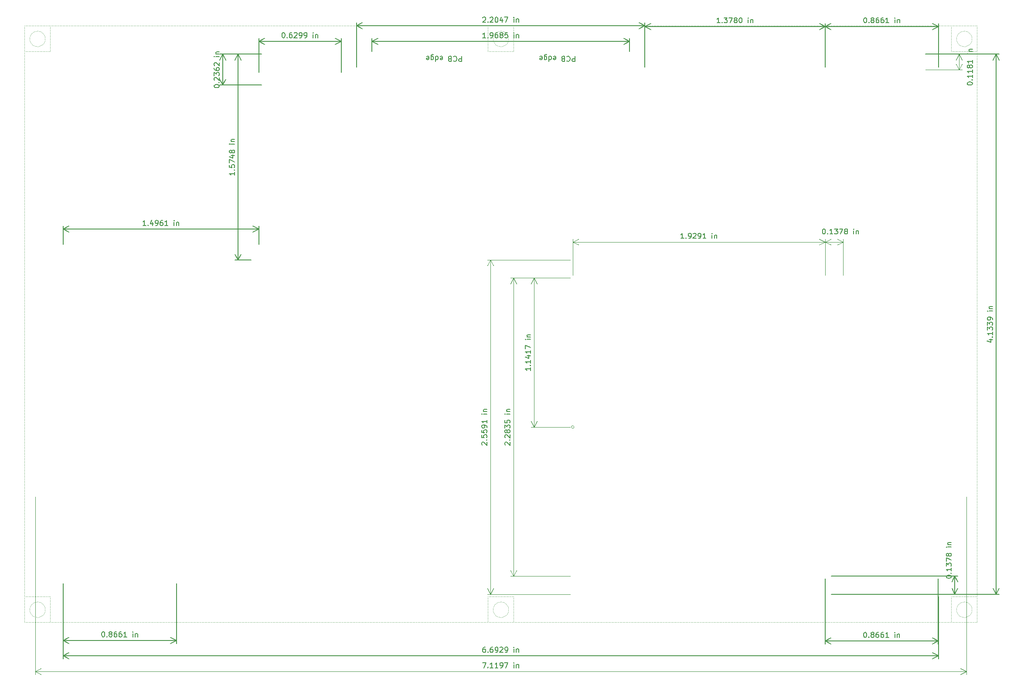
<source format=gbr>
%TF.GenerationSoftware,KiCad,Pcbnew,7.0.1.1-36-gbcf78dbe24-dirty-deb11*%
%TF.CreationDate,2023-04-04T15:18:31+00:00*%
%TF.ProjectId,pedalboard-hw,70656461-6c62-46f6-9172-642d68772e6b,1.0.2*%
%TF.SameCoordinates,Original*%
%TF.FileFunction,OtherDrawing,Comment*%
%FSLAX46Y46*%
G04 Gerber Fmt 4.6, Leading zero omitted, Abs format (unit mm)*
G04 Created by KiCad (PCBNEW 7.0.1.1-36-gbcf78dbe24-dirty-deb11) date 2023-04-04 15:18:31*
%MOMM*%
%LPD*%
G01*
G04 APERTURE LIST*
%ADD10C,0.050000*%
%ADD11C,0.150000*%
%ADD12C,0.100000*%
G04 APERTURE END LIST*
D10*
X102500000Y-130500000D02*
X102500000Y-130500000D01*
X102500000Y-130300000D02*
X102500000Y-130300000D01*
X102500000Y-130100000D02*
X102500000Y-130100000D01*
X102500000Y-129900000D02*
X102500000Y-129900000D01*
X102500000Y-129700000D02*
X102500000Y-129700000D01*
X102500000Y-129500000D02*
X102500000Y-129500000D01*
X102500000Y-129300000D02*
X102500000Y-129300000D01*
X102500000Y-129100000D02*
X102500000Y-129100000D01*
X102500000Y-128900000D02*
X102500000Y-128900000D01*
X102500000Y-128700000D02*
X102500000Y-128700000D01*
X102500000Y-128500000D02*
X102500000Y-128500000D01*
X102500000Y-128300000D02*
X102500000Y-128300000D01*
X102500000Y-128100000D02*
X102500000Y-128100000D01*
X102500000Y-127900000D02*
X102500000Y-127900000D01*
X102500000Y-127700000D02*
X102500000Y-127700000D01*
X102500000Y-127500000D02*
X102500000Y-127500000D01*
X102500000Y-127300000D02*
X102500000Y-127300000D01*
X102500000Y-127100000D02*
X102500000Y-127100000D01*
X102500000Y-126900000D02*
X102500000Y-126900000D01*
X102500000Y-126700000D02*
X102500000Y-126700000D01*
X102500000Y-126500000D02*
X102500000Y-126500000D01*
X102500000Y-126300000D02*
X102500000Y-126300000D01*
X102500000Y-126100000D02*
X102500000Y-126100000D01*
X102500000Y-125900000D02*
X102500000Y-125900000D01*
X102500000Y-125700000D02*
X102500000Y-125700000D01*
X102500000Y-125500000D02*
X102500000Y-125500000D01*
X102500000Y-14500000D02*
X102500000Y-14500000D01*
X102500000Y-14700000D02*
X102500000Y-14700000D01*
X102500000Y-14900000D02*
X102500000Y-14900000D01*
X102500000Y-15100000D02*
X102500000Y-15100000D01*
X102500000Y-15300000D02*
X102500000Y-15300000D01*
X102500000Y-15500000D02*
X102500000Y-15500000D01*
X102500000Y-15700000D02*
X102500000Y-15700000D01*
X102500000Y-15900000D02*
X102500000Y-15900000D01*
X102500000Y-16100000D02*
X102500000Y-16100000D01*
X102500000Y-16300000D02*
X102500000Y-16300000D01*
X102500000Y-16500000D02*
X102500000Y-16500000D01*
X102500000Y-16700000D02*
X102500000Y-16700000D01*
X102500000Y-16900000D02*
X102500000Y-16900000D01*
X102500000Y-17100000D02*
X102500000Y-17100000D01*
X102500000Y-17300000D02*
X102500000Y-17300000D01*
X102500000Y-17500000D02*
X102500000Y-17500000D01*
X102500000Y-17700000D02*
X102500000Y-17700000D01*
X102500000Y-17900000D02*
X102500000Y-17900000D01*
X102500000Y-18100000D02*
X102500000Y-18100000D01*
X102500000Y-18300000D02*
X102500000Y-18300000D01*
X102500000Y-18500000D02*
X102500000Y-18500000D01*
X102500000Y-18700000D02*
X102500000Y-18700000D01*
X102500000Y-18900000D02*
X102500000Y-18900000D01*
X102500000Y-19100000D02*
X102500000Y-19100000D01*
X102500000Y-19300000D02*
X102500000Y-19300000D01*
X102500000Y-19500000D02*
X102500000Y-19500000D01*
X12500000Y-14500000D02*
X12500000Y-14500000D01*
X12700000Y-14500000D02*
X12700000Y-14500000D01*
X12900000Y-14500000D02*
X12900000Y-14500000D01*
X13100000Y-14500000D02*
X13100000Y-14500000D01*
X13300000Y-14500000D02*
X13300000Y-14500000D01*
X13500000Y-14500000D02*
X13500000Y-14500000D01*
X13700000Y-14500000D02*
X13700000Y-14500000D01*
X13900000Y-14500000D02*
X13900000Y-14500000D01*
X14100000Y-14500000D02*
X14100000Y-14500000D01*
X14300000Y-14500000D02*
X14300000Y-14500000D01*
X14500000Y-14500000D02*
X14500000Y-14500000D01*
X14700000Y-14500000D02*
X14700000Y-14500000D01*
X14900000Y-14500000D02*
X14900000Y-14500000D01*
X15100000Y-14500000D02*
X15100000Y-14500000D01*
X15300000Y-14500000D02*
X15300000Y-14500000D01*
X15500000Y-14500000D02*
X15500000Y-14500000D01*
X15700000Y-14500000D02*
X15700000Y-14500000D01*
X15900000Y-14500000D02*
X15900000Y-14500000D01*
X16100000Y-14500000D02*
X16100000Y-14500000D01*
X16300000Y-14500000D02*
X16300000Y-14500000D01*
X16500000Y-14500000D02*
X16500000Y-14500000D01*
X16700000Y-14500000D02*
X16700000Y-14500000D01*
X16900000Y-14500000D02*
X16900000Y-14500000D01*
X17100000Y-14500000D02*
X17100000Y-14500000D01*
X17300000Y-14500000D02*
X17300000Y-14500000D01*
X17500000Y-14500000D02*
X17500000Y-14500000D01*
X17700000Y-14500000D02*
X17700000Y-14500000D01*
X17900000Y-14500000D02*
X17900000Y-14500000D01*
X18100000Y-14500000D02*
X18100000Y-14500000D01*
X18300000Y-14500000D02*
X18300000Y-14500000D01*
X18500000Y-14500000D02*
X18500000Y-14500000D01*
X18700000Y-14500000D02*
X18700000Y-14500000D01*
X18900000Y-14500000D02*
X18900000Y-14500000D01*
X19100000Y-14500000D02*
X19100000Y-14500000D01*
X19300000Y-14500000D02*
X19300000Y-14500000D01*
X19500000Y-14500000D02*
X19500000Y-14500000D01*
X19700000Y-14500000D02*
X19700000Y-14500000D01*
X19900000Y-14500000D02*
X19900000Y-14500000D01*
X20100000Y-14500000D02*
X20100000Y-14500000D01*
X20300000Y-14500000D02*
X20300000Y-14500000D01*
X20500000Y-14500000D02*
X20500000Y-14500000D01*
X20700000Y-14500000D02*
X20700000Y-14500000D01*
X20900000Y-14500000D02*
X20900000Y-14500000D01*
X21100000Y-14500000D02*
X21100000Y-14500000D01*
X21300000Y-14500000D02*
X21300000Y-14500000D01*
X21500000Y-14500000D02*
X21500000Y-14500000D01*
X21700000Y-14500000D02*
X21700000Y-14500000D01*
X21900000Y-14500000D02*
X21900000Y-14500000D01*
X22100000Y-14500000D02*
X22100000Y-14500000D01*
X22300000Y-14500000D02*
X22300000Y-14500000D01*
X22500000Y-14500000D02*
X22500000Y-14500000D01*
X22700000Y-14500000D02*
X22700000Y-14500000D01*
X22900000Y-14500000D02*
X22900000Y-14500000D01*
X23100000Y-14500000D02*
X23100000Y-14500000D01*
X23300000Y-14500000D02*
X23300000Y-14500000D01*
X23500000Y-14500000D02*
X23500000Y-14500000D01*
X23700000Y-14500000D02*
X23700000Y-14500000D01*
X23900000Y-14500000D02*
X23900000Y-14500000D01*
X24100000Y-14500000D02*
X24100000Y-14500000D01*
X24300000Y-14500000D02*
X24300000Y-14500000D01*
X24500000Y-14500000D02*
X24500000Y-14500000D01*
X24700000Y-14500000D02*
X24700000Y-14500000D01*
X24900000Y-14500000D02*
X24900000Y-14500000D01*
X25100000Y-14500000D02*
X25100000Y-14500000D01*
X25300000Y-14500000D02*
X25300000Y-14500000D01*
X25500000Y-14500000D02*
X25500000Y-14500000D01*
X25700000Y-14500000D02*
X25700000Y-14500000D01*
X25900000Y-14500000D02*
X25900000Y-14500000D01*
X26100000Y-14500000D02*
X26100000Y-14500000D01*
X26300000Y-14500000D02*
X26300000Y-14500000D01*
X26500000Y-14500000D02*
X26500000Y-14500000D01*
X26700000Y-14500000D02*
X26700000Y-14500000D01*
X26900000Y-14500000D02*
X26900000Y-14500000D01*
X27100000Y-14500000D02*
X27100000Y-14500000D01*
X27300000Y-14500000D02*
X27300000Y-14500000D01*
X27500000Y-14500000D02*
X27500000Y-14500000D01*
X27700000Y-14500000D02*
X27700000Y-14500000D01*
X27900000Y-14500000D02*
X27900000Y-14500000D01*
X28100000Y-14500000D02*
X28100000Y-14500000D01*
X28300000Y-14500000D02*
X28300000Y-14500000D01*
X28500000Y-14500000D02*
X28500000Y-14500000D01*
X28700000Y-14500000D02*
X28700000Y-14500000D01*
X28900000Y-14500000D02*
X28900000Y-14500000D01*
X29100000Y-14500000D02*
X29100000Y-14500000D01*
X29300000Y-14500000D02*
X29300000Y-14500000D01*
X29500000Y-14500000D02*
X29500000Y-14500000D01*
X29700000Y-14500000D02*
X29700000Y-14500000D01*
X29900000Y-14500000D02*
X29900000Y-14500000D01*
X30100000Y-14500000D02*
X30100000Y-14500000D01*
X30300000Y-14500000D02*
X30300000Y-14500000D01*
X30500000Y-14500000D02*
X30500000Y-14500000D01*
X30700000Y-14500000D02*
X30700000Y-14500000D01*
X30900000Y-14500000D02*
X30900000Y-14500000D01*
X31100000Y-14500000D02*
X31100000Y-14500000D01*
X31300000Y-14500000D02*
X31300000Y-14500000D01*
X31500000Y-14500000D02*
X31500000Y-14500000D01*
X31700000Y-14500000D02*
X31700000Y-14500000D01*
X31900000Y-14500000D02*
X31900000Y-14500000D01*
X32100000Y-14500000D02*
X32100000Y-14500000D01*
X32300000Y-14500000D02*
X32300000Y-14500000D01*
X32500000Y-14500000D02*
X32500000Y-14500000D01*
X32700000Y-14500000D02*
X32700000Y-14500000D01*
X32900000Y-14500000D02*
X32900000Y-14500000D01*
X33100000Y-14500000D02*
X33100000Y-14500000D01*
X33300000Y-14500000D02*
X33300000Y-14500000D01*
X33500000Y-14500000D02*
X33500000Y-14500000D01*
X33700000Y-14500000D02*
X33700000Y-14500000D01*
X33900000Y-14500000D02*
X33900000Y-14500000D01*
X34100000Y-14500000D02*
X34100000Y-14500000D01*
X34300000Y-14500000D02*
X34300000Y-14500000D01*
X34500000Y-14500000D02*
X34500000Y-14500000D01*
X34700000Y-14500000D02*
X34700000Y-14500000D01*
X34900000Y-14500000D02*
X34900000Y-14500000D01*
X35100000Y-14500000D02*
X35100000Y-14500000D01*
X35300000Y-14500000D02*
X35300000Y-14500000D01*
X35500000Y-14500000D02*
X35500000Y-14500000D01*
X35700000Y-14500000D02*
X35700000Y-14500000D01*
X35900000Y-14500000D02*
X35900000Y-14500000D01*
X36100000Y-14500000D02*
X36100000Y-14500000D01*
X36300000Y-14500000D02*
X36300000Y-14500000D01*
X36500000Y-14500000D02*
X36500000Y-14500000D01*
X36700000Y-14500000D02*
X36700000Y-14500000D01*
X36900000Y-14500000D02*
X36900000Y-14500000D01*
X37100000Y-14500000D02*
X37100000Y-14500000D01*
X37300000Y-14500000D02*
X37300000Y-14500000D01*
X37500000Y-14500000D02*
X37500000Y-14500000D01*
X37700000Y-14500000D02*
X37700000Y-14500000D01*
X37900000Y-14500000D02*
X37900000Y-14500000D01*
X38100000Y-14500000D02*
X38100000Y-14500000D01*
X38300000Y-14500000D02*
X38300000Y-14500000D01*
X38500000Y-14500000D02*
X38500000Y-14500000D01*
X38700000Y-14500000D02*
X38700000Y-14500000D01*
X38900000Y-14500000D02*
X38900000Y-14500000D01*
X39100000Y-14500000D02*
X39100000Y-14500000D01*
X39300000Y-14500000D02*
X39300000Y-14500000D01*
X39500000Y-14500000D02*
X39500000Y-14500000D01*
X39700000Y-14500000D02*
X39700000Y-14500000D01*
X39900000Y-14500000D02*
X39900000Y-14500000D01*
X40100000Y-14500000D02*
X40100000Y-14500000D01*
X40300000Y-14500000D02*
X40300000Y-14500000D01*
X40500000Y-14500000D02*
X40500000Y-14500000D01*
X40700000Y-14500000D02*
X40700000Y-14500000D01*
X40900000Y-14500000D02*
X40900000Y-14500000D01*
X41100000Y-14500000D02*
X41100000Y-14500000D01*
X41300000Y-14500000D02*
X41300000Y-14500000D01*
X41500000Y-14500000D02*
X41500000Y-14500000D01*
X41700000Y-14500000D02*
X41700000Y-14500000D01*
X41900000Y-14500000D02*
X41900000Y-14500000D01*
X42100000Y-14500000D02*
X42100000Y-14500000D01*
X42300000Y-14500000D02*
X42300000Y-14500000D01*
X42500000Y-14500000D02*
X42500000Y-14500000D01*
X42700000Y-14500000D02*
X42700000Y-14500000D01*
X42900000Y-14500000D02*
X42900000Y-14500000D01*
X43100000Y-14500000D02*
X43100000Y-14500000D01*
X43300000Y-14500000D02*
X43300000Y-14500000D01*
X43500000Y-14500000D02*
X43500000Y-14500000D01*
X43700000Y-14500000D02*
X43700000Y-14500000D01*
X43900000Y-14500000D02*
X43900000Y-14500000D01*
X44100000Y-14500000D02*
X44100000Y-14500000D01*
X44300000Y-14500000D02*
X44300000Y-14500000D01*
X44500000Y-14500000D02*
X44500000Y-14500000D01*
X44700000Y-14500000D02*
X44700000Y-14500000D01*
X44900000Y-14500000D02*
X44900000Y-14500000D01*
X45100000Y-14500000D02*
X45100000Y-14500000D01*
X45300000Y-14500000D02*
X45300000Y-14500000D01*
X45500000Y-14500000D02*
X45500000Y-14500000D01*
X45700000Y-14500000D02*
X45700000Y-14500000D01*
X45900000Y-14500000D02*
X45900000Y-14500000D01*
X46100000Y-14500000D02*
X46100000Y-14500000D01*
X46300000Y-14500000D02*
X46300000Y-14500000D01*
X46500000Y-14500000D02*
X46500000Y-14500000D01*
X46700000Y-14500000D02*
X46700000Y-14500000D01*
X46900000Y-14500000D02*
X46900000Y-14500000D01*
X47100000Y-14500000D02*
X47100000Y-14500000D01*
X47300000Y-14500000D02*
X47300000Y-14500000D01*
X47500000Y-14500000D02*
X47500000Y-14500000D01*
X47700000Y-14500000D02*
X47700000Y-14500000D01*
X47900000Y-14500000D02*
X47900000Y-14500000D01*
X48100000Y-14500000D02*
X48100000Y-14500000D01*
X48300000Y-14500000D02*
X48300000Y-14500000D01*
X48500000Y-14500000D02*
X48500000Y-14500000D01*
X48700000Y-14500000D02*
X48700000Y-14500000D01*
X48900000Y-14500000D02*
X48900000Y-14500000D01*
X49100000Y-14500000D02*
X49100000Y-14500000D01*
X49300000Y-14500000D02*
X49300000Y-14500000D01*
X49500000Y-14500000D02*
X49500000Y-14500000D01*
X49700000Y-14500000D02*
X49700000Y-14500000D01*
X49900000Y-14500000D02*
X49900000Y-14500000D01*
X50100000Y-14500000D02*
X50100000Y-14500000D01*
X50300000Y-14500000D02*
X50300000Y-14500000D01*
X50500000Y-14500000D02*
X50500000Y-14500000D01*
X50700000Y-14500000D02*
X50700000Y-14500000D01*
X50900000Y-14500000D02*
X50900000Y-14500000D01*
X51100000Y-14500000D02*
X51100000Y-14500000D01*
X51300000Y-14500000D02*
X51300000Y-14500000D01*
X51500000Y-14500000D02*
X51500000Y-14500000D01*
X51700000Y-14500000D02*
X51700000Y-14500000D01*
X51900000Y-14500000D02*
X51900000Y-14500000D01*
X52100000Y-14500000D02*
X52100000Y-14500000D01*
X52300000Y-14500000D02*
X52300000Y-14500000D01*
X52500000Y-14500000D02*
X52500000Y-14500000D01*
X52700000Y-14500000D02*
X52700000Y-14500000D01*
X52900000Y-14500000D02*
X52900000Y-14500000D01*
X53100000Y-14500000D02*
X53100000Y-14500000D01*
X53300000Y-14500000D02*
X53300000Y-14500000D01*
X53500000Y-14500000D02*
X53500000Y-14500000D01*
X53700000Y-14500000D02*
X53700000Y-14500000D01*
X53900000Y-14500000D02*
X53900000Y-14500000D01*
X54100000Y-14500000D02*
X54100000Y-14500000D01*
X54300000Y-14500000D02*
X54300000Y-14500000D01*
X54500000Y-14500000D02*
X54500000Y-14500000D01*
X54700000Y-14500000D02*
X54700000Y-14500000D01*
X54900000Y-14500000D02*
X54900000Y-14500000D01*
X55100000Y-14500000D02*
X55100000Y-14500000D01*
X55300000Y-14500000D02*
X55300000Y-14500000D01*
X55500000Y-14500000D02*
X55500000Y-14500000D01*
X55700000Y-14500000D02*
X55700000Y-14500000D01*
X55900000Y-14500000D02*
X55900000Y-14500000D01*
X56100000Y-14500000D02*
X56100000Y-14500000D01*
X56300000Y-14500000D02*
X56300000Y-14500000D01*
X56500000Y-14500000D02*
X56500000Y-14500000D01*
X56700000Y-14500000D02*
X56700000Y-14500000D01*
X56900000Y-14500000D02*
X56900000Y-14500000D01*
X57100000Y-14500000D02*
X57100000Y-14500000D01*
X57300000Y-14500000D02*
X57300000Y-14500000D01*
X57500000Y-14500000D02*
X57500000Y-14500000D01*
X57700000Y-14500000D02*
X57700000Y-14500000D01*
X57900000Y-14500000D02*
X57900000Y-14500000D01*
X58100000Y-14500000D02*
X58100000Y-14500000D01*
X58300000Y-14500000D02*
X58300000Y-14500000D01*
X58500000Y-14500000D02*
X58500000Y-14500000D01*
X58700000Y-14500000D02*
X58700000Y-14500000D01*
X58900000Y-14500000D02*
X58900000Y-14500000D01*
X59100000Y-14500000D02*
X59100000Y-14500000D01*
X59300000Y-14500000D02*
X59300000Y-14500000D01*
X59500000Y-14500000D02*
X59500000Y-14500000D01*
X59700000Y-14500000D02*
X59700000Y-14500000D01*
X59900000Y-14500000D02*
X59900000Y-14500000D01*
X60100000Y-14500000D02*
X60100000Y-14500000D01*
X60300000Y-14500000D02*
X60300000Y-14500000D01*
X60500000Y-14500000D02*
X60500000Y-14500000D01*
X60700000Y-14500000D02*
X60700000Y-14500000D01*
X60900000Y-14500000D02*
X60900000Y-14500000D01*
X61100000Y-14500000D02*
X61100000Y-14500000D01*
X61300000Y-14500000D02*
X61300000Y-14500000D01*
X61500000Y-14500000D02*
X61500000Y-14500000D01*
X61700000Y-14500000D02*
X61700000Y-14500000D01*
X61900000Y-14500000D02*
X61900000Y-14500000D01*
X62100000Y-14500000D02*
X62100000Y-14500000D01*
X62300000Y-14500000D02*
X62300000Y-14500000D01*
X62500000Y-14500000D02*
X62500000Y-14500000D01*
X62700000Y-14500000D02*
X62700000Y-14500000D01*
X62900000Y-14500000D02*
X62900000Y-14500000D01*
X63100000Y-14500000D02*
X63100000Y-14500000D01*
X63300000Y-14500000D02*
X63300000Y-14500000D01*
X63500000Y-14500000D02*
X63500000Y-14500000D01*
X63700000Y-14500000D02*
X63700000Y-14500000D01*
X63900000Y-14500000D02*
X63900000Y-14500000D01*
X64100000Y-14500000D02*
X64100000Y-14500000D01*
X64300000Y-14500000D02*
X64300000Y-14500000D01*
X64500000Y-14500000D02*
X64500000Y-14500000D01*
X64700000Y-14500000D02*
X64700000Y-14500000D01*
X64900000Y-14500000D02*
X64900000Y-14500000D01*
X65100000Y-14500000D02*
X65100000Y-14500000D01*
X65300000Y-14500000D02*
X65300000Y-14500000D01*
X65500000Y-14500000D02*
X65500000Y-14500000D01*
X65700000Y-14500000D02*
X65700000Y-14500000D01*
X65900000Y-14500000D02*
X65900000Y-14500000D01*
X66100000Y-14500000D02*
X66100000Y-14500000D01*
X66300000Y-14500000D02*
X66300000Y-14500000D01*
X66500000Y-14500000D02*
X66500000Y-14500000D01*
X66700000Y-14500000D02*
X66700000Y-14500000D01*
X66900000Y-14500000D02*
X66900000Y-14500000D01*
X67100000Y-14500000D02*
X67100000Y-14500000D01*
X67300000Y-14500000D02*
X67300000Y-14500000D01*
X67500000Y-14500000D02*
X67500000Y-14500000D01*
X67700000Y-14500000D02*
X67700000Y-14500000D01*
X67900000Y-14500000D02*
X67900000Y-14500000D01*
X68100000Y-14500000D02*
X68100000Y-14500000D01*
X68300000Y-14500000D02*
X68300000Y-14500000D01*
X68500000Y-14500000D02*
X68500000Y-14500000D01*
X68700000Y-14500000D02*
X68700000Y-14500000D01*
X68900000Y-14500000D02*
X68900000Y-14500000D01*
X69100000Y-14500000D02*
X69100000Y-14500000D01*
X69300000Y-14500000D02*
X69300000Y-14500000D01*
X69500000Y-14500000D02*
X69500000Y-14500000D01*
X69700000Y-14500000D02*
X69700000Y-14500000D01*
X69900000Y-14500000D02*
X69900000Y-14500000D01*
X70100000Y-14500000D02*
X70100000Y-14500000D01*
X70300000Y-14500000D02*
X70300000Y-14500000D01*
X70500000Y-14500000D02*
X70500000Y-14500000D01*
X70700000Y-14500000D02*
X70700000Y-14500000D01*
X70900000Y-14500000D02*
X70900000Y-14500000D01*
X71100000Y-14500000D02*
X71100000Y-14500000D01*
X71300000Y-14500000D02*
X71300000Y-14500000D01*
X71500000Y-14500000D02*
X71500000Y-14500000D01*
X71700000Y-14500000D02*
X71700000Y-14500000D01*
X71900000Y-14500000D02*
X71900000Y-14500000D01*
X72100000Y-14500000D02*
X72100000Y-14500000D01*
X72300000Y-14500000D02*
X72300000Y-14500000D01*
X72500000Y-14500000D02*
X72500000Y-14500000D01*
X72700000Y-14500000D02*
X72700000Y-14500000D01*
X72900000Y-14500000D02*
X72900000Y-14500000D01*
X73100000Y-14500000D02*
X73100000Y-14500000D01*
X73300000Y-14500000D02*
X73300000Y-14500000D01*
X73500000Y-14500000D02*
X73500000Y-14500000D01*
X73700000Y-14500000D02*
X73700000Y-14500000D01*
X73900000Y-14500000D02*
X73900000Y-14500000D01*
X74100000Y-14500000D02*
X74100000Y-14500000D01*
X74300000Y-14500000D02*
X74300000Y-14500000D01*
X74500000Y-14500000D02*
X74500000Y-14500000D01*
X74700000Y-14500000D02*
X74700000Y-14500000D01*
X74900000Y-14500000D02*
X74900000Y-14500000D01*
X75100000Y-14500000D02*
X75100000Y-14500000D01*
X75300000Y-14500000D02*
X75300000Y-14500000D01*
X75500000Y-14500000D02*
X75500000Y-14500000D01*
X75700000Y-14500000D02*
X75700000Y-14500000D01*
X75900000Y-14500000D02*
X75900000Y-14500000D01*
X76100000Y-14500000D02*
X76100000Y-14500000D01*
X76300000Y-14500000D02*
X76300000Y-14500000D01*
X76500000Y-14500000D02*
X76500000Y-14500000D01*
X76700000Y-14500000D02*
X76700000Y-14500000D01*
X76900000Y-14500000D02*
X76900000Y-14500000D01*
X77100000Y-14500000D02*
X77100000Y-14500000D01*
X77300000Y-14500000D02*
X77300000Y-14500000D01*
X77500000Y-14500000D02*
X77500000Y-14500000D01*
X77700000Y-14500000D02*
X77700000Y-14500000D01*
X77900000Y-14500000D02*
X77900000Y-14500000D01*
X78100000Y-14500000D02*
X78100000Y-14500000D01*
X78300000Y-14500000D02*
X78300000Y-14500000D01*
X78500000Y-14500000D02*
X78500000Y-14500000D01*
X78700000Y-14500000D02*
X78700000Y-14500000D01*
X78900000Y-14500000D02*
X78900000Y-14500000D01*
X79100000Y-14500000D02*
X79100000Y-14500000D01*
X79300000Y-14500000D02*
X79300000Y-14500000D01*
X79500000Y-14500000D02*
X79500000Y-14500000D01*
X79700000Y-14500000D02*
X79700000Y-14500000D01*
X79900000Y-14500000D02*
X79900000Y-14500000D01*
X80100000Y-14500000D02*
X80100000Y-14500000D01*
X80300000Y-14500000D02*
X80300000Y-14500000D01*
X80500000Y-14500000D02*
X80500000Y-14500000D01*
X80700000Y-14500000D02*
X80700000Y-14500000D01*
X80900000Y-14500000D02*
X80900000Y-14500000D01*
X81100000Y-14500000D02*
X81100000Y-14500000D01*
X81300000Y-14500000D02*
X81300000Y-14500000D01*
X81500000Y-14500000D02*
X81500000Y-14500000D01*
X81700000Y-14500000D02*
X81700000Y-14500000D01*
X81900000Y-14500000D02*
X81900000Y-14500000D01*
X82100000Y-14500000D02*
X82100000Y-14500000D01*
X82300000Y-14500000D02*
X82300000Y-14500000D01*
X82500000Y-14500000D02*
X82500000Y-14500000D01*
X82700000Y-14500000D02*
X82700000Y-14500000D01*
X82900000Y-14500000D02*
X82900000Y-14500000D01*
X83100000Y-14500000D02*
X83100000Y-14500000D01*
X83300000Y-14500000D02*
X83300000Y-14500000D01*
X83500000Y-14500000D02*
X83500000Y-14500000D01*
X83700000Y-14500000D02*
X83700000Y-14500000D01*
X83900000Y-14500000D02*
X83900000Y-14500000D01*
X84100000Y-14500000D02*
X84100000Y-14500000D01*
X84300000Y-14500000D02*
X84300000Y-14500000D01*
X84500000Y-14500000D02*
X84500000Y-14500000D01*
X84700000Y-14500000D02*
X84700000Y-14500000D01*
X84900000Y-14500000D02*
X84900000Y-14500000D01*
X85100000Y-14500000D02*
X85100000Y-14500000D01*
X85300000Y-14500000D02*
X85300000Y-14500000D01*
X85500000Y-14500000D02*
X85500000Y-14500000D01*
X85700000Y-14500000D02*
X85700000Y-14500000D01*
X85900000Y-14500000D02*
X85900000Y-14500000D01*
X86100000Y-14500000D02*
X86100000Y-14500000D01*
X86300000Y-14500000D02*
X86300000Y-14500000D01*
X86500000Y-14500000D02*
X86500000Y-14500000D01*
X86700000Y-14500000D02*
X86700000Y-14500000D01*
X86900000Y-14500000D02*
X86900000Y-14500000D01*
X87100000Y-14500000D02*
X87100000Y-14500000D01*
X87300000Y-14500000D02*
X87300000Y-14500000D01*
X87500000Y-14500000D02*
X87500000Y-14500000D01*
X87700000Y-14500000D02*
X87700000Y-14500000D01*
X87900000Y-14500000D02*
X87900000Y-14500000D01*
X88100000Y-14500000D02*
X88100000Y-14500000D01*
X88300000Y-14500000D02*
X88300000Y-14500000D01*
X88500000Y-14500000D02*
X88500000Y-14500000D01*
X88700000Y-14500000D02*
X88700000Y-14500000D01*
X88900000Y-14500000D02*
X88900000Y-14500000D01*
X89100000Y-14500000D02*
X89100000Y-14500000D01*
X89300000Y-14500000D02*
X89300000Y-14500000D01*
X89500000Y-14500000D02*
X89500000Y-14500000D01*
X89700000Y-14500000D02*
X89700000Y-14500000D01*
X89900000Y-14500000D02*
X89900000Y-14500000D01*
X90100000Y-14500000D02*
X90100000Y-14500000D01*
X90300000Y-14500000D02*
X90300000Y-14500000D01*
X90500000Y-14500000D02*
X90500000Y-14500000D01*
X90700000Y-14500000D02*
X90700000Y-14500000D01*
X90900000Y-14500000D02*
X90900000Y-14500000D01*
X91100000Y-14500000D02*
X91100000Y-14500000D01*
X91300000Y-14500000D02*
X91300000Y-14500000D01*
X91500000Y-14500000D02*
X91500000Y-14500000D01*
X91700000Y-14500000D02*
X91700000Y-14500000D01*
X91900000Y-14500000D02*
X91900000Y-14500000D01*
X92100000Y-14500000D02*
X92100000Y-14500000D01*
X92300000Y-14500000D02*
X92300000Y-14500000D01*
X92500000Y-14500000D02*
X92500000Y-14500000D01*
X92700000Y-14500000D02*
X92700000Y-14500000D01*
X92900000Y-14500000D02*
X92900000Y-14500000D01*
X93100000Y-14500000D02*
X93100000Y-14500000D01*
X93300000Y-14500000D02*
X93300000Y-14500000D01*
X93500000Y-14500000D02*
X93500000Y-14500000D01*
X93700000Y-14500000D02*
X93700000Y-14500000D01*
X93900000Y-14500000D02*
X93900000Y-14500000D01*
X94100000Y-14500000D02*
X94100000Y-14500000D01*
X94300000Y-14500000D02*
X94300000Y-14500000D01*
X94500000Y-14500000D02*
X94500000Y-14500000D01*
X94700000Y-14500000D02*
X94700000Y-14500000D01*
X94900000Y-14500000D02*
X94900000Y-14500000D01*
X95100000Y-14500000D02*
X95100000Y-14500000D01*
X95300000Y-14500000D02*
X95300000Y-14500000D01*
X95500000Y-14500000D02*
X95500000Y-14500000D01*
X95700000Y-14500000D02*
X95700000Y-14500000D01*
X95900000Y-14500000D02*
X95900000Y-14500000D01*
X96100000Y-14500000D02*
X96100000Y-14500000D01*
X96300000Y-14500000D02*
X96300000Y-14500000D01*
X96500000Y-14500000D02*
X96500000Y-14500000D01*
X96700000Y-14500000D02*
X96700000Y-14500000D01*
X96900000Y-14500000D02*
X96900000Y-14500000D01*
X97100000Y-14500000D02*
X97100000Y-14500000D01*
X97300000Y-14500000D02*
X97300000Y-14500000D01*
X97500000Y-14500000D02*
X97500000Y-14500000D01*
X97700000Y-14500000D02*
X97700000Y-14500000D01*
X97900000Y-14500000D02*
X97900000Y-14500000D01*
X98100000Y-14500000D02*
X98100000Y-14500000D01*
X98300000Y-14500000D02*
X98300000Y-14500000D01*
X98500000Y-14500000D02*
X98500000Y-14500000D01*
X98700000Y-14500000D02*
X98700000Y-14500000D01*
X98900000Y-14500000D02*
X98900000Y-14500000D01*
X99100000Y-14500000D02*
X99100000Y-14500000D01*
X99300000Y-14500000D02*
X99300000Y-14500000D01*
X99500000Y-14500000D02*
X99500000Y-14500000D01*
X99700000Y-14500000D02*
X99700000Y-14500000D01*
X99900000Y-14500000D02*
X99900000Y-14500000D01*
X100100000Y-14500000D02*
X100100000Y-14500000D01*
X100300000Y-14500000D02*
X100300000Y-14500000D01*
X100500000Y-14500000D02*
X100500000Y-14500000D01*
X100700000Y-14500000D02*
X100700000Y-14500000D01*
X100900000Y-14500000D02*
X100900000Y-14500000D01*
X101100000Y-14500000D02*
X101100000Y-14500000D01*
X101300000Y-14500000D02*
X101300000Y-14500000D01*
X101500000Y-14500000D02*
X101500000Y-14500000D01*
X101700000Y-14500000D02*
X101700000Y-14500000D01*
X101900000Y-14500000D02*
X101900000Y-14500000D01*
X102100000Y-14500000D02*
X102100000Y-14500000D01*
X102300000Y-14500000D02*
X102300000Y-14500000D01*
X102500000Y-14500000D02*
X102500000Y-14500000D01*
X102700000Y-14500000D02*
X102700000Y-14500000D01*
X102900000Y-14500000D02*
X102900000Y-14500000D01*
X103100000Y-14500000D02*
X103100000Y-14500000D01*
X103300000Y-14500000D02*
X103300000Y-14500000D01*
X103500000Y-14500000D02*
X103500000Y-14500000D01*
X103700000Y-14500000D02*
X103700000Y-14500000D01*
X103900000Y-14500000D02*
X103900000Y-14500000D01*
X104100000Y-14500000D02*
X104100000Y-14500000D01*
X104300000Y-14500000D02*
X104300000Y-14500000D01*
X104500000Y-14500000D02*
X104500000Y-14500000D01*
X104700000Y-14500000D02*
X104700000Y-14500000D01*
X104900000Y-14500000D02*
X104900000Y-14500000D01*
X105100000Y-14500000D02*
X105100000Y-14500000D01*
X105300000Y-14500000D02*
X105300000Y-14500000D01*
X105500000Y-14500000D02*
X105500000Y-14500000D01*
X105700000Y-14500000D02*
X105700000Y-14500000D01*
X105900000Y-14500000D02*
X105900000Y-14500000D01*
X106100000Y-14500000D02*
X106100000Y-14500000D01*
X106300000Y-14500000D02*
X106300000Y-14500000D01*
X106500000Y-14500000D02*
X106500000Y-14500000D01*
X106700000Y-14500000D02*
X106700000Y-14500000D01*
X106900000Y-14500000D02*
X106900000Y-14500000D01*
X107100000Y-14500000D02*
X107100000Y-14500000D01*
X107300000Y-14500000D02*
X107300000Y-14500000D01*
X107500000Y-14500000D02*
X107500000Y-14500000D01*
X107700000Y-14500000D02*
X107700000Y-14500000D01*
X107900000Y-14500000D02*
X107900000Y-14500000D01*
X108100000Y-14500000D02*
X108100000Y-14500000D01*
X108300000Y-14500000D02*
X108300000Y-14500000D01*
X108500000Y-14500000D02*
X108500000Y-14500000D01*
X108700000Y-14500000D02*
X108700000Y-14500000D01*
X108900000Y-14500000D02*
X108900000Y-14500000D01*
X109100000Y-14500000D02*
X109100000Y-14500000D01*
X109300000Y-14500000D02*
X109300000Y-14500000D01*
X109500000Y-14500000D02*
X109500000Y-14500000D01*
X109700000Y-14500000D02*
X109700000Y-14500000D01*
X109900000Y-14500000D02*
X109900000Y-14500000D01*
X110100000Y-14500000D02*
X110100000Y-14500000D01*
X110300000Y-14500000D02*
X110300000Y-14500000D01*
X110500000Y-14500000D02*
X110500000Y-14500000D01*
X110700000Y-14500000D02*
X110700000Y-14500000D01*
X110900000Y-14500000D02*
X110900000Y-14500000D01*
X111100000Y-14500000D02*
X111100000Y-14500000D01*
X111300000Y-14500000D02*
X111300000Y-14500000D01*
X111500000Y-14500000D02*
X111500000Y-14500000D01*
X111700000Y-14500000D02*
X111700000Y-14500000D01*
X111900000Y-14500000D02*
X111900000Y-14500000D01*
X112100000Y-14500000D02*
X112100000Y-14500000D01*
X112300000Y-14500000D02*
X112300000Y-14500000D01*
X112500000Y-14500000D02*
X112500000Y-14500000D01*
X112700000Y-14500000D02*
X112700000Y-14500000D01*
X112900000Y-14500000D02*
X112900000Y-14500000D01*
X113100000Y-14500000D02*
X113100000Y-14500000D01*
X113300000Y-14500000D02*
X113300000Y-14500000D01*
X113500000Y-14500000D02*
X113500000Y-14500000D01*
X113700000Y-14500000D02*
X113700000Y-14500000D01*
X113900000Y-14500000D02*
X113900000Y-14500000D01*
X114100000Y-14500000D02*
X114100000Y-14500000D01*
X114300000Y-14500000D02*
X114300000Y-14500000D01*
X114500000Y-14500000D02*
X114500000Y-14500000D01*
X114700000Y-14500000D02*
X114700000Y-14500000D01*
X114900000Y-14500000D02*
X114900000Y-14500000D01*
X115100000Y-14500000D02*
X115100000Y-14500000D01*
X115300000Y-14500000D02*
X115300000Y-14500000D01*
X115500000Y-14500000D02*
X115500000Y-14500000D01*
X115700000Y-14500000D02*
X115700000Y-14500000D01*
X115900000Y-14500000D02*
X115900000Y-14500000D01*
X116100000Y-14500000D02*
X116100000Y-14500000D01*
X116300000Y-14500000D02*
X116300000Y-14500000D01*
X116500000Y-14500000D02*
X116500000Y-14500000D01*
X116700000Y-14500000D02*
X116700000Y-14500000D01*
X116900000Y-14500000D02*
X116900000Y-14500000D01*
X117100000Y-14500000D02*
X117100000Y-14500000D01*
X117300000Y-14500000D02*
X117300000Y-14500000D01*
X117500000Y-14500000D02*
X117500000Y-14500000D01*
X117700000Y-14500000D02*
X117700000Y-14500000D01*
X117900000Y-14500000D02*
X117900000Y-14500000D01*
X118100000Y-14500000D02*
X118100000Y-14500000D01*
X118300000Y-14500000D02*
X118300000Y-14500000D01*
X118500000Y-14500000D02*
X118500000Y-14500000D01*
X118700000Y-14500000D02*
X118700000Y-14500000D01*
X118900000Y-14500000D02*
X118900000Y-14500000D01*
X119100000Y-14500000D02*
X119100000Y-14500000D01*
X119300000Y-14500000D02*
X119300000Y-14500000D01*
X119500000Y-14500000D02*
X119500000Y-14500000D01*
X119700000Y-14500000D02*
X119700000Y-14500000D01*
X119900000Y-14500000D02*
X119900000Y-14500000D01*
X120100000Y-14500000D02*
X120100000Y-14500000D01*
X120300000Y-14500000D02*
X120300000Y-14500000D01*
X120500000Y-14500000D02*
X120500000Y-14500000D01*
X120700000Y-14500000D02*
X120700000Y-14500000D01*
X120900000Y-14500000D02*
X120900000Y-14500000D01*
X121100000Y-14500000D02*
X121100000Y-14500000D01*
X121300000Y-14500000D02*
X121300000Y-14500000D01*
X121500000Y-14500000D02*
X121500000Y-14500000D01*
X121700000Y-14500000D02*
X121700000Y-14500000D01*
X121900000Y-14500000D02*
X121900000Y-14500000D01*
X122100000Y-14500000D02*
X122100000Y-14500000D01*
X122300000Y-14500000D02*
X122300000Y-14500000D01*
X122500000Y-14500000D02*
X122500000Y-14500000D01*
X122700000Y-14500000D02*
X122700000Y-14500000D01*
X122900000Y-14500000D02*
X122900000Y-14500000D01*
X123100000Y-14500000D02*
X123100000Y-14500000D01*
X123300000Y-14500000D02*
X123300000Y-14500000D01*
X123500000Y-14500000D02*
X123500000Y-14500000D01*
X123700000Y-14500000D02*
X123700000Y-14500000D01*
X123900000Y-14500000D02*
X123900000Y-14500000D01*
X124100000Y-14500000D02*
X124100000Y-14500000D01*
X124300000Y-14500000D02*
X124300000Y-14500000D01*
X124500000Y-14500000D02*
X124500000Y-14500000D01*
X124700000Y-14500000D02*
X124700000Y-14500000D01*
X124900000Y-14500000D02*
X124900000Y-14500000D01*
X125100000Y-14500000D02*
X125100000Y-14500000D01*
X125300000Y-14500000D02*
X125300000Y-14500000D01*
X125500000Y-14500000D02*
X125500000Y-14500000D01*
X125700000Y-14500000D02*
X125700000Y-14500000D01*
X125900000Y-14500000D02*
X125900000Y-14500000D01*
X126100000Y-14500000D02*
X126100000Y-14500000D01*
X126300000Y-14500000D02*
X126300000Y-14500000D01*
X126500000Y-14500000D02*
X126500000Y-14500000D01*
X126700000Y-14500000D02*
X126700000Y-14500000D01*
X126900000Y-14500000D02*
X126900000Y-14500000D01*
X127100000Y-14500000D02*
X127100000Y-14500000D01*
X127300000Y-14500000D02*
X127300000Y-14500000D01*
X127500000Y-14500000D02*
X127500000Y-14500000D01*
X127700000Y-14500000D02*
X127700000Y-14500000D01*
X127900000Y-14500000D02*
X127900000Y-14500000D01*
X128100000Y-14500000D02*
X128100000Y-14500000D01*
X128300000Y-14500000D02*
X128300000Y-14500000D01*
X128500000Y-14500000D02*
X128500000Y-14500000D01*
X128700000Y-14500000D02*
X128700000Y-14500000D01*
X128900000Y-14500000D02*
X128900000Y-14500000D01*
X129100000Y-14500000D02*
X129100000Y-14500000D01*
X129300000Y-14500000D02*
X129300000Y-14500000D01*
X129500000Y-14500000D02*
X129500000Y-14500000D01*
X129700000Y-14500000D02*
X129700000Y-14500000D01*
X129900000Y-14500000D02*
X129900000Y-14500000D01*
X130100000Y-14500000D02*
X130100000Y-14500000D01*
X130300000Y-14500000D02*
X130300000Y-14500000D01*
X130500000Y-14500000D02*
X130500000Y-14500000D01*
X130700000Y-14500000D02*
X130700000Y-14500000D01*
X130900000Y-14500000D02*
X130900000Y-14500000D01*
X131100000Y-14500000D02*
X131100000Y-14500000D01*
X131300000Y-14500000D02*
X131300000Y-14500000D01*
X131500000Y-14500000D02*
X131500000Y-14500000D01*
X131700000Y-14500000D02*
X131700000Y-14500000D01*
X131900000Y-14500000D02*
X131900000Y-14500000D01*
X132100000Y-14500000D02*
X132100000Y-14500000D01*
X132300000Y-14500000D02*
X132300000Y-14500000D01*
X132500000Y-14500000D02*
X132500000Y-14500000D01*
X132700000Y-14500000D02*
X132700000Y-14500000D01*
X132900000Y-14500000D02*
X132900000Y-14500000D01*
X133100000Y-14500000D02*
X133100000Y-14500000D01*
X133300000Y-14500000D02*
X133300000Y-14500000D01*
X133500000Y-14500000D02*
X133500000Y-14500000D01*
X133700000Y-14500000D02*
X133700000Y-14500000D01*
X133900000Y-14500000D02*
X133900000Y-14500000D01*
X134100000Y-14500000D02*
X134100000Y-14500000D01*
X134300000Y-14500000D02*
X134300000Y-14500000D01*
X134500000Y-14500000D02*
X134500000Y-14500000D01*
X134700000Y-14500000D02*
X134700000Y-14500000D01*
X134900000Y-14500000D02*
X134900000Y-14500000D01*
X135100000Y-14500000D02*
X135100000Y-14500000D01*
X135300000Y-14500000D02*
X135300000Y-14500000D01*
X135500000Y-14500000D02*
X135500000Y-14500000D01*
X135700000Y-14500000D02*
X135700000Y-14500000D01*
X135900000Y-14500000D02*
X135900000Y-14500000D01*
X136100000Y-14500000D02*
X136100000Y-14500000D01*
X136300000Y-14500000D02*
X136300000Y-14500000D01*
X136500000Y-14500000D02*
X136500000Y-14500000D01*
X136700000Y-14500000D02*
X136700000Y-14500000D01*
X136900000Y-14500000D02*
X136900000Y-14500000D01*
X137100000Y-14500000D02*
X137100000Y-14500000D01*
X137300000Y-14500000D02*
X137300000Y-14500000D01*
X137500000Y-14500000D02*
X137500000Y-14500000D01*
X137700000Y-14500000D02*
X137700000Y-14500000D01*
X137900000Y-14500000D02*
X137900000Y-14500000D01*
X138100000Y-14500000D02*
X138100000Y-14500000D01*
X138300000Y-14500000D02*
X138300000Y-14500000D01*
X138500000Y-14500000D02*
X138500000Y-14500000D01*
X138700000Y-14500000D02*
X138700000Y-14500000D01*
X138900000Y-14500000D02*
X138900000Y-14500000D01*
X139100000Y-14500000D02*
X139100000Y-14500000D01*
X139300000Y-14500000D02*
X139300000Y-14500000D01*
X139500000Y-14500000D02*
X139500000Y-14500000D01*
X139700000Y-14500000D02*
X139700000Y-14500000D01*
X139900000Y-14500000D02*
X139900000Y-14500000D01*
X140100000Y-14500000D02*
X140100000Y-14500000D01*
X140300000Y-14500000D02*
X140300000Y-14500000D01*
X140500000Y-14500000D02*
X140500000Y-14500000D01*
X140700000Y-14500000D02*
X140700000Y-14500000D01*
X140900000Y-14500000D02*
X140900000Y-14500000D01*
X141100000Y-14500000D02*
X141100000Y-14500000D01*
X141300000Y-14500000D02*
X141300000Y-14500000D01*
X141500000Y-14500000D02*
X141500000Y-14500000D01*
X141700000Y-14500000D02*
X141700000Y-14500000D01*
X141900000Y-14500000D02*
X141900000Y-14500000D01*
X142100000Y-14500000D02*
X142100000Y-14500000D01*
X142300000Y-14500000D02*
X142300000Y-14500000D01*
X142500000Y-14500000D02*
X142500000Y-14500000D01*
X142700000Y-14500000D02*
X142700000Y-14500000D01*
X142900000Y-14500000D02*
X142900000Y-14500000D01*
X143100000Y-14500000D02*
X143100000Y-14500000D01*
X143300000Y-14500000D02*
X143300000Y-14500000D01*
X143500000Y-14500000D02*
X143500000Y-14500000D01*
X143700000Y-14500000D02*
X143700000Y-14500000D01*
X143900000Y-14500000D02*
X143900000Y-14500000D01*
X144100000Y-14500000D02*
X144100000Y-14500000D01*
X144300000Y-14500000D02*
X144300000Y-14500000D01*
X144500000Y-14500000D02*
X144500000Y-14500000D01*
X144700000Y-14500000D02*
X144700000Y-14500000D01*
X144900000Y-14500000D02*
X144900000Y-14500000D01*
X145100000Y-14500000D02*
X145100000Y-14500000D01*
X145300000Y-14500000D02*
X145300000Y-14500000D01*
X145500000Y-14500000D02*
X145500000Y-14500000D01*
X145700000Y-14500000D02*
X145700000Y-14500000D01*
X145900000Y-14500000D02*
X145900000Y-14500000D01*
X146100000Y-14500000D02*
X146100000Y-14500000D01*
X146300000Y-14500000D02*
X146300000Y-14500000D01*
X146500000Y-14500000D02*
X146500000Y-14500000D01*
X146700000Y-14500000D02*
X146700000Y-14500000D01*
X146900000Y-14500000D02*
X146900000Y-14500000D01*
X147100000Y-14500000D02*
X147100000Y-14500000D01*
X147300000Y-14500000D02*
X147300000Y-14500000D01*
X147500000Y-14500000D02*
X147500000Y-14500000D01*
X147700000Y-14500000D02*
X147700000Y-14500000D01*
X147900000Y-14500000D02*
X147900000Y-14500000D01*
X148100000Y-14500000D02*
X148100000Y-14500000D01*
X148300000Y-14500000D02*
X148300000Y-14500000D01*
X148500000Y-14500000D02*
X148500000Y-14500000D01*
X148700000Y-14500000D02*
X148700000Y-14500000D01*
X148900000Y-14500000D02*
X148900000Y-14500000D01*
X149100000Y-14500000D02*
X149100000Y-14500000D01*
X149300000Y-14500000D02*
X149300000Y-14500000D01*
X149500000Y-14500000D02*
X149500000Y-14500000D01*
X149700000Y-14500000D02*
X149700000Y-14500000D01*
X149900000Y-14500000D02*
X149900000Y-14500000D01*
X150100000Y-14500000D02*
X150100000Y-14500000D01*
X150300000Y-14500000D02*
X150300000Y-14500000D01*
X150500000Y-14500000D02*
X150500000Y-14500000D01*
X150700000Y-14500000D02*
X150700000Y-14500000D01*
X150900000Y-14500000D02*
X150900000Y-14500000D01*
X151100000Y-14500000D02*
X151100000Y-14500000D01*
X151300000Y-14500000D02*
X151300000Y-14500000D01*
X151500000Y-14500000D02*
X151500000Y-14500000D01*
X151700000Y-14500000D02*
X151700000Y-14500000D01*
X151900000Y-14500000D02*
X151900000Y-14500000D01*
X152100000Y-14500000D02*
X152100000Y-14500000D01*
X152300000Y-14500000D02*
X152300000Y-14500000D01*
X152500000Y-14500000D02*
X152500000Y-14500000D01*
X152700000Y-14500000D02*
X152700000Y-14500000D01*
X152900000Y-14500000D02*
X152900000Y-14500000D01*
X153100000Y-14500000D02*
X153100000Y-14500000D01*
X153300000Y-14500000D02*
X153300000Y-14500000D01*
X153500000Y-14500000D02*
X153500000Y-14500000D01*
X153700000Y-14500000D02*
X153700000Y-14500000D01*
X153900000Y-14500000D02*
X153900000Y-14500000D01*
X154100000Y-14500000D02*
X154100000Y-14500000D01*
X154300000Y-14500000D02*
X154300000Y-14500000D01*
X154500000Y-14500000D02*
X154500000Y-14500000D01*
X154700000Y-14500000D02*
X154700000Y-14500000D01*
X154900000Y-14500000D02*
X154900000Y-14500000D01*
X155100000Y-14500000D02*
X155100000Y-14500000D01*
X155300000Y-14500000D02*
X155300000Y-14500000D01*
X155500000Y-14500000D02*
X155500000Y-14500000D01*
X155700000Y-14500000D02*
X155700000Y-14500000D01*
X155900000Y-14500000D02*
X155900000Y-14500000D01*
X156100000Y-14500000D02*
X156100000Y-14500000D01*
X156300000Y-14500000D02*
X156300000Y-14500000D01*
X156500000Y-14500000D02*
X156500000Y-14500000D01*
X156700000Y-14500000D02*
X156700000Y-14500000D01*
X156900000Y-14500000D02*
X156900000Y-14500000D01*
X157100000Y-14500000D02*
X157100000Y-14500000D01*
X157300000Y-14500000D02*
X157300000Y-14500000D01*
X157500000Y-14500000D02*
X157500000Y-14500000D01*
X157700000Y-14500000D02*
X157700000Y-14500000D01*
X157900000Y-14500000D02*
X157900000Y-14500000D01*
X158100000Y-14500000D02*
X158100000Y-14500000D01*
X158300000Y-14500000D02*
X158300000Y-14500000D01*
X158500000Y-14500000D02*
X158500000Y-14500000D01*
X158700000Y-14500000D02*
X158700000Y-14500000D01*
X158900000Y-14500000D02*
X158900000Y-14500000D01*
X159100000Y-14500000D02*
X159100000Y-14500000D01*
X159300000Y-14500000D02*
X159300000Y-14500000D01*
X159500000Y-14500000D02*
X159500000Y-14500000D01*
X159700000Y-14500000D02*
X159700000Y-14500000D01*
X159900000Y-14500000D02*
X159900000Y-14500000D01*
X160100000Y-14500000D02*
X160100000Y-14500000D01*
X160300000Y-14500000D02*
X160300000Y-14500000D01*
X160500000Y-14500000D02*
X160500000Y-14500000D01*
X160700000Y-14500000D02*
X160700000Y-14500000D01*
X160900000Y-14500000D02*
X160900000Y-14500000D01*
X161100000Y-14500000D02*
X161100000Y-14500000D01*
X161300000Y-14500000D02*
X161300000Y-14500000D01*
X161500000Y-14500000D02*
X161500000Y-14500000D01*
X161700000Y-14500000D02*
X161700000Y-14500000D01*
X161900000Y-14500000D02*
X161900000Y-14500000D01*
X162100000Y-14500000D02*
X162100000Y-14500000D01*
X162300000Y-14500000D02*
X162300000Y-14500000D01*
X162500000Y-14500000D02*
X162500000Y-14500000D01*
X162700000Y-14500000D02*
X162700000Y-14500000D01*
X162900000Y-14500000D02*
X162900000Y-14500000D01*
X163100000Y-14500000D02*
X163100000Y-14500000D01*
X163300000Y-14500000D02*
X163300000Y-14500000D01*
X163500000Y-14500000D02*
X163500000Y-14500000D01*
X163700000Y-14500000D02*
X163700000Y-14500000D01*
X163900000Y-14500000D02*
X163900000Y-14500000D01*
X164100000Y-14500000D02*
X164100000Y-14500000D01*
X164300000Y-14500000D02*
X164300000Y-14500000D01*
X164500000Y-14500000D02*
X164500000Y-14500000D01*
X164700000Y-14500000D02*
X164700000Y-14500000D01*
X164900000Y-14500000D02*
X164900000Y-14500000D01*
X165100000Y-14500000D02*
X165100000Y-14500000D01*
X165300000Y-14500000D02*
X165300000Y-14500000D01*
X165500000Y-14500000D02*
X165500000Y-14500000D01*
X165700000Y-14500000D02*
X165700000Y-14500000D01*
X165900000Y-14500000D02*
X165900000Y-14500000D01*
X166100000Y-14500000D02*
X166100000Y-14500000D01*
X166300000Y-14500000D02*
X166300000Y-14500000D01*
X166500000Y-14500000D02*
X166500000Y-14500000D01*
X166700000Y-14500000D02*
X166700000Y-14500000D01*
X166900000Y-14500000D02*
X166900000Y-14500000D01*
X167100000Y-14500000D02*
X167100000Y-14500000D01*
X167300000Y-14500000D02*
X167300000Y-14500000D01*
X167500000Y-14500000D02*
X167500000Y-14500000D01*
X167700000Y-14500000D02*
X167700000Y-14500000D01*
X167900000Y-14500000D02*
X167900000Y-14500000D01*
X168100000Y-14500000D02*
X168100000Y-14500000D01*
X168300000Y-14500000D02*
X168300000Y-14500000D01*
X168500000Y-14500000D02*
X168500000Y-14500000D01*
X168700000Y-14500000D02*
X168700000Y-14500000D01*
X168900000Y-14500000D02*
X168900000Y-14500000D01*
X169100000Y-14500000D02*
X169100000Y-14500000D01*
X169300000Y-14500000D02*
X169300000Y-14500000D01*
X169500000Y-14500000D02*
X169500000Y-14500000D01*
X169700000Y-14500000D02*
X169700000Y-14500000D01*
X169900000Y-14500000D02*
X169900000Y-14500000D01*
X170100000Y-14500000D02*
X170100000Y-14500000D01*
X170300000Y-14500000D02*
X170300000Y-14500000D01*
X170500000Y-14500000D02*
X170500000Y-14500000D01*
X170700000Y-14500000D02*
X170700000Y-14500000D01*
X170900000Y-14500000D02*
X170900000Y-14500000D01*
X171100000Y-14500000D02*
X171100000Y-14500000D01*
X171300000Y-14500000D02*
X171300000Y-14500000D01*
X171500000Y-14500000D02*
X171500000Y-14500000D01*
X171700000Y-14500000D02*
X171700000Y-14500000D01*
X171900000Y-14500000D02*
X171900000Y-14500000D01*
X172100000Y-14500000D02*
X172100000Y-14500000D01*
X172300000Y-14500000D02*
X172300000Y-14500000D01*
X172500000Y-14500000D02*
X172500000Y-14500000D01*
X172700000Y-14500000D02*
X172700000Y-14500000D01*
X172900000Y-14500000D02*
X172900000Y-14500000D01*
X173100000Y-14500000D02*
X173100000Y-14500000D01*
X173300000Y-14500000D02*
X173300000Y-14500000D01*
X173500000Y-14500000D02*
X173500000Y-14500000D01*
X173700000Y-14500000D02*
X173700000Y-14500000D01*
X173900000Y-14500000D02*
X173900000Y-14500000D01*
X174100000Y-14500000D02*
X174100000Y-14500000D01*
X174300000Y-14500000D02*
X174300000Y-14500000D01*
X174500000Y-14500000D02*
X174500000Y-14500000D01*
X174700000Y-14500000D02*
X174700000Y-14500000D01*
X174900000Y-14500000D02*
X174900000Y-14500000D01*
X175100000Y-14500000D02*
X175100000Y-14500000D01*
X175300000Y-14500000D02*
X175300000Y-14500000D01*
X175500000Y-14500000D02*
X175500000Y-14500000D01*
X175700000Y-14500000D02*
X175700000Y-14500000D01*
X175900000Y-14500000D02*
X175900000Y-14500000D01*
X176100000Y-14500000D02*
X176100000Y-14500000D01*
X176300000Y-14500000D02*
X176300000Y-14500000D01*
X176500000Y-14500000D02*
X176500000Y-14500000D01*
X176700000Y-14500000D02*
X176700000Y-14500000D01*
X176900000Y-14500000D02*
X176900000Y-14500000D01*
X177100000Y-14500000D02*
X177100000Y-14500000D01*
X177300000Y-14500000D02*
X177300000Y-14500000D01*
X177500000Y-14500000D02*
X177500000Y-14500000D01*
X177700000Y-14500000D02*
X177700000Y-14500000D01*
X177900000Y-14500000D02*
X177900000Y-14500000D01*
X178100000Y-14500000D02*
X178100000Y-14500000D01*
X178300000Y-14500000D02*
X178300000Y-14500000D01*
X178500000Y-14500000D02*
X178500000Y-14500000D01*
X178700000Y-14500000D02*
X178700000Y-14500000D01*
X178900000Y-14500000D02*
X178900000Y-14500000D01*
X179100000Y-14500000D02*
X179100000Y-14500000D01*
X179300000Y-14500000D02*
X179300000Y-14500000D01*
X179500000Y-14500000D02*
X179500000Y-14500000D01*
X179700000Y-14500000D02*
X179700000Y-14500000D01*
X179900000Y-14500000D02*
X179900000Y-14500000D01*
X180100000Y-14500000D02*
X180100000Y-14500000D01*
X180300000Y-14500000D02*
X180300000Y-14500000D01*
X180500000Y-14500000D02*
X180500000Y-14500000D01*
X180700000Y-14500000D02*
X180700000Y-14500000D01*
X180900000Y-14500000D02*
X180900000Y-14500000D01*
X181100000Y-14500000D02*
X181100000Y-14500000D01*
X181300000Y-14500000D02*
X181300000Y-14500000D01*
X181500000Y-14500000D02*
X181500000Y-14500000D01*
X181700000Y-14500000D02*
X181700000Y-14500000D01*
X181900000Y-14500000D02*
X181900000Y-14500000D01*
X182100000Y-14500000D02*
X182100000Y-14500000D01*
X182300000Y-14500000D02*
X182300000Y-14500000D01*
X182500000Y-14500000D02*
X182500000Y-14500000D01*
X182700000Y-14500000D02*
X182700000Y-14500000D01*
X182900000Y-14500000D02*
X182900000Y-14500000D01*
X183100000Y-14500000D02*
X183100000Y-14500000D01*
X183300000Y-14500000D02*
X183300000Y-14500000D01*
X183500000Y-14500000D02*
X183500000Y-14500000D01*
X183700000Y-14500000D02*
X183700000Y-14500000D01*
X183900000Y-14500000D02*
X183900000Y-14500000D01*
X184100000Y-14500000D02*
X184100000Y-14500000D01*
X184300000Y-14500000D02*
X184300000Y-14500000D01*
X184500000Y-14500000D02*
X184500000Y-14500000D01*
X184700000Y-14500000D02*
X184700000Y-14500000D01*
X184900000Y-14500000D02*
X184900000Y-14500000D01*
X185100000Y-14500000D02*
X185100000Y-14500000D01*
X185300000Y-14500000D02*
X185300000Y-14500000D01*
X185500000Y-14500000D02*
X185500000Y-14500000D01*
X185700000Y-14500000D02*
X185700000Y-14500000D01*
X185900000Y-14500000D02*
X185900000Y-14500000D01*
X186100000Y-14500000D02*
X186100000Y-14500000D01*
X186300000Y-14500000D02*
X186300000Y-14500000D01*
X186500000Y-14500000D02*
X186500000Y-14500000D01*
X186700000Y-14500000D02*
X186700000Y-14500000D01*
X186900000Y-14500000D02*
X186900000Y-14500000D01*
X187100000Y-14500000D02*
X187100000Y-14500000D01*
X187300000Y-14500000D02*
X187300000Y-14500000D01*
X187500000Y-14500000D02*
X187500000Y-14500000D01*
X187700000Y-14500000D02*
X187700000Y-14500000D01*
X187900000Y-14500000D02*
X187900000Y-14500000D01*
X188100000Y-14500000D02*
X188100000Y-14500000D01*
X188300000Y-14500000D02*
X188300000Y-14500000D01*
X188500000Y-14500000D02*
X188500000Y-14500000D01*
X188700000Y-14500000D02*
X188700000Y-14500000D01*
X188900000Y-14500000D02*
X188900000Y-14500000D01*
X189100000Y-14500000D02*
X189100000Y-14500000D01*
X189300000Y-14500000D02*
X189300000Y-14500000D01*
X189500000Y-14500000D02*
X189500000Y-14500000D01*
X189700000Y-14500000D02*
X189700000Y-14500000D01*
X189900000Y-14500000D02*
X189900000Y-14500000D01*
X190100000Y-14500000D02*
X190100000Y-14500000D01*
X190300000Y-14500000D02*
X190300000Y-14500000D01*
X190500000Y-14500000D02*
X190500000Y-14500000D01*
X190700000Y-14500000D02*
X190700000Y-14500000D01*
X190900000Y-14500000D02*
X190900000Y-14500000D01*
X191100000Y-14500000D02*
X191100000Y-14500000D01*
X191300000Y-14500000D02*
X191300000Y-14500000D01*
X191500000Y-14500000D02*
X191500000Y-14500000D01*
X191700000Y-14500000D02*
X191700000Y-14500000D01*
X191900000Y-14500000D02*
X191900000Y-14500000D01*
X192100000Y-14500000D02*
X192100000Y-14500000D01*
X192300000Y-14500000D02*
X192300000Y-14500000D01*
X192500000Y-14500000D02*
X192500000Y-14500000D01*
X192700000Y-14500000D02*
X192700000Y-14500000D01*
X192900000Y-14500000D02*
X192900000Y-14500000D01*
X193100000Y-14500000D02*
X193100000Y-14500000D01*
X193300000Y-14500000D02*
X193300000Y-14500000D01*
X193500000Y-14500000D02*
X193500000Y-14500000D01*
X193700000Y-14500000D02*
X193700000Y-14500000D01*
X193900000Y-14500000D02*
X193900000Y-14500000D01*
X194100000Y-14500000D02*
X194100000Y-14500000D01*
X194300000Y-14500000D02*
X194300000Y-14500000D01*
X194500000Y-14500000D02*
X194500000Y-14500000D01*
X194700000Y-14500000D02*
X194700000Y-14500000D01*
X194900000Y-14500000D02*
X194900000Y-14500000D01*
X195100000Y-14500000D02*
X195100000Y-14500000D01*
X195300000Y-14500000D02*
X195300000Y-14500000D01*
X195500000Y-14500000D02*
X195500000Y-14500000D01*
X195700000Y-14500000D02*
X195700000Y-14500000D01*
X195900000Y-14500000D02*
X195900000Y-14500000D01*
X196100000Y-14500000D02*
X196100000Y-14500000D01*
X196300000Y-14500000D02*
X196300000Y-14500000D01*
X196500000Y-14500000D02*
X196500000Y-14500000D01*
X196700000Y-14500000D02*
X196700000Y-14500000D01*
X196900000Y-14500000D02*
X196900000Y-14500000D01*
X197100000Y-14500000D02*
X197100000Y-14500000D01*
X197300000Y-14500000D02*
X197300000Y-14500000D01*
X197500000Y-14500000D02*
X197500000Y-14500000D01*
X197500000Y-14500000D02*
X197500000Y-14500000D01*
X197500000Y-14700000D02*
X197500000Y-14700000D01*
X197500000Y-14900000D02*
X197500000Y-14900000D01*
X197500000Y-15100000D02*
X197500000Y-15100000D01*
X197500000Y-15300000D02*
X197500000Y-15300000D01*
X197500000Y-15500000D02*
X197500000Y-15500000D01*
X197500000Y-15700000D02*
X197500000Y-15700000D01*
X197500000Y-15900000D02*
X197500000Y-15900000D01*
X197500000Y-16100000D02*
X197500000Y-16100000D01*
X197500000Y-16300000D02*
X197500000Y-16300000D01*
X197500000Y-16500000D02*
X197500000Y-16500000D01*
X197500000Y-16700000D02*
X197500000Y-16700000D01*
X197500000Y-16900000D02*
X197500000Y-16900000D01*
X197500000Y-17100000D02*
X197500000Y-17100000D01*
X197500000Y-17300000D02*
X197500000Y-17300000D01*
X197500000Y-17500000D02*
X197500000Y-17500000D01*
X197500000Y-17700000D02*
X197500000Y-17700000D01*
X197500000Y-17900000D02*
X197500000Y-17900000D01*
X197500000Y-18100000D02*
X197500000Y-18100000D01*
X197500000Y-18300000D02*
X197500000Y-18300000D01*
X197500000Y-18500000D02*
X197500000Y-18500000D01*
X197500000Y-18700000D02*
X197500000Y-18700000D01*
X197500000Y-18900000D02*
X197500000Y-18900000D01*
X197500000Y-19100000D02*
X197500000Y-19100000D01*
X197500000Y-19300000D02*
X197500000Y-19300000D01*
X197500000Y-19500000D02*
X197500000Y-19500000D01*
X197500000Y-19700000D02*
X197500000Y-19700000D01*
X197500000Y-19900000D02*
X197500000Y-19900000D01*
X197500000Y-20100000D02*
X197500000Y-20100000D01*
X197500000Y-20300000D02*
X197500000Y-20300000D01*
X197500000Y-20500000D02*
X197500000Y-20500000D01*
X197500000Y-20700000D02*
X197500000Y-20700000D01*
X197500000Y-20900000D02*
X197500000Y-20900000D01*
X197500000Y-21100000D02*
X197500000Y-21100000D01*
X197500000Y-21300000D02*
X197500000Y-21300000D01*
X197500000Y-21500000D02*
X197500000Y-21500000D01*
X197500000Y-21700000D02*
X197500000Y-21700000D01*
X197500000Y-21900000D02*
X197500000Y-21900000D01*
X197500000Y-22100000D02*
X197500000Y-22100000D01*
X197500000Y-22300000D02*
X197500000Y-22300000D01*
X197500000Y-22500000D02*
X197500000Y-22500000D01*
X197500000Y-22700000D02*
X197500000Y-22700000D01*
X197500000Y-22900000D02*
X197500000Y-22900000D01*
X197500000Y-23100000D02*
X197500000Y-23100000D01*
X197500000Y-23300000D02*
X197500000Y-23300000D01*
X197500000Y-23500000D02*
X197500000Y-23500000D01*
X197500000Y-23700000D02*
X197500000Y-23700000D01*
X197500000Y-23900000D02*
X197500000Y-23900000D01*
X197500000Y-24100000D02*
X197500000Y-24100000D01*
X197500000Y-24300000D02*
X197500000Y-24300000D01*
X197500000Y-24500000D02*
X197500000Y-24500000D01*
X197500000Y-24700000D02*
X197500000Y-24700000D01*
X197500000Y-24900000D02*
X197500000Y-24900000D01*
X197500000Y-25100000D02*
X197500000Y-25100000D01*
X197500000Y-25300000D02*
X197500000Y-25300000D01*
X197500000Y-25500000D02*
X197500000Y-25500000D01*
X197500000Y-25700000D02*
X197500000Y-25700000D01*
X197500000Y-25900000D02*
X197500000Y-25900000D01*
X197500000Y-26100000D02*
X197500000Y-26100000D01*
X197500000Y-26300000D02*
X197500000Y-26300000D01*
X197500000Y-26500000D02*
X197500000Y-26500000D01*
X197500000Y-26700000D02*
X197500000Y-26700000D01*
X197500000Y-26900000D02*
X197500000Y-26900000D01*
X197500000Y-27100000D02*
X197500000Y-27100000D01*
X197500000Y-27300000D02*
X197500000Y-27300000D01*
X197500000Y-27500000D02*
X197500000Y-27500000D01*
X197500000Y-27700000D02*
X197500000Y-27700000D01*
X197500000Y-27900000D02*
X197500000Y-27900000D01*
X197500000Y-28100000D02*
X197500000Y-28100000D01*
X197500000Y-28300000D02*
X197500000Y-28300000D01*
X197500000Y-28500000D02*
X197500000Y-28500000D01*
X197500000Y-28700000D02*
X197500000Y-28700000D01*
X197500000Y-28900000D02*
X197500000Y-28900000D01*
X197500000Y-29100000D02*
X197500000Y-29100000D01*
X197500000Y-29300000D02*
X197500000Y-29300000D01*
X197500000Y-29500000D02*
X197500000Y-29500000D01*
X197500000Y-29700000D02*
X197500000Y-29700000D01*
X197500000Y-29900000D02*
X197500000Y-29900000D01*
X197500000Y-30100000D02*
X197500000Y-30100000D01*
X197500000Y-30300000D02*
X197500000Y-30300000D01*
X197500000Y-30500000D02*
X197500000Y-30500000D01*
X197500000Y-30700000D02*
X197500000Y-30700000D01*
X197500000Y-30900000D02*
X197500000Y-30900000D01*
X197500000Y-31100000D02*
X197500000Y-31100000D01*
X197500000Y-31300000D02*
X197500000Y-31300000D01*
X197500000Y-31500000D02*
X197500000Y-31500000D01*
X197500000Y-31700000D02*
X197500000Y-31700000D01*
X197500000Y-31900000D02*
X197500000Y-31900000D01*
X197500000Y-32100000D02*
X197500000Y-32100000D01*
X197500000Y-32300000D02*
X197500000Y-32300000D01*
X197500000Y-32500000D02*
X197500000Y-32500000D01*
X197500000Y-32700000D02*
X197500000Y-32700000D01*
X197500000Y-32900000D02*
X197500000Y-32900000D01*
X197500000Y-33100000D02*
X197500000Y-33100000D01*
X197500000Y-33300000D02*
X197500000Y-33300000D01*
X197500000Y-33500000D02*
X197500000Y-33500000D01*
X197500000Y-33700000D02*
X197500000Y-33700000D01*
X197500000Y-33900000D02*
X197500000Y-33900000D01*
X197500000Y-34100000D02*
X197500000Y-34100000D01*
X197500000Y-34300000D02*
X197500000Y-34300000D01*
X197500000Y-34500000D02*
X197500000Y-34500000D01*
X197500000Y-34700000D02*
X197500000Y-34700000D01*
X197500000Y-34900000D02*
X197500000Y-34900000D01*
X197500000Y-35100000D02*
X197500000Y-35100000D01*
X197500000Y-35300000D02*
X197500000Y-35300000D01*
X197500000Y-35500000D02*
X197500000Y-35500000D01*
X197500000Y-35700000D02*
X197500000Y-35700000D01*
X197500000Y-35900000D02*
X197500000Y-35900000D01*
X197500000Y-36100000D02*
X197500000Y-36100000D01*
X197500000Y-36300000D02*
X197500000Y-36300000D01*
X197500000Y-36500000D02*
X197500000Y-36500000D01*
X197500000Y-36700000D02*
X197500000Y-36700000D01*
X197500000Y-36900000D02*
X197500000Y-36900000D01*
X197500000Y-37100000D02*
X197500000Y-37100000D01*
X197500000Y-37300000D02*
X197500000Y-37300000D01*
X197500000Y-37500000D02*
X197500000Y-37500000D01*
X197500000Y-37700000D02*
X197500000Y-37700000D01*
X197500000Y-37900000D02*
X197500000Y-37900000D01*
X197500000Y-38100000D02*
X197500000Y-38100000D01*
X197500000Y-38300000D02*
X197500000Y-38300000D01*
X197500000Y-38500000D02*
X197500000Y-38500000D01*
X197500000Y-38700000D02*
X197500000Y-38700000D01*
X197500000Y-38900000D02*
X197500000Y-38900000D01*
X197500000Y-39100000D02*
X197500000Y-39100000D01*
X197500000Y-39300000D02*
X197500000Y-39300000D01*
X197500000Y-39500000D02*
X197500000Y-39500000D01*
X197500000Y-39700000D02*
X197500000Y-39700000D01*
X197500000Y-39900000D02*
X197500000Y-39900000D01*
X197500000Y-40100000D02*
X197500000Y-40100000D01*
X197500000Y-40300000D02*
X197500000Y-40300000D01*
X197500000Y-40500000D02*
X197500000Y-40500000D01*
X197500000Y-40700000D02*
X197500000Y-40700000D01*
X197500000Y-40900000D02*
X197500000Y-40900000D01*
X197500000Y-41100000D02*
X197500000Y-41100000D01*
X197500000Y-41300000D02*
X197500000Y-41300000D01*
X197500000Y-41500000D02*
X197500000Y-41500000D01*
X197500000Y-41700000D02*
X197500000Y-41700000D01*
X197500000Y-41900000D02*
X197500000Y-41900000D01*
X197500000Y-42100000D02*
X197500000Y-42100000D01*
X197500000Y-42300000D02*
X197500000Y-42300000D01*
X197500000Y-42500000D02*
X197500000Y-42500000D01*
X197500000Y-42700000D02*
X197500000Y-42700000D01*
X197500000Y-42900000D02*
X197500000Y-42900000D01*
X197500000Y-43100000D02*
X197500000Y-43100000D01*
X197500000Y-43300000D02*
X197500000Y-43300000D01*
X197500000Y-43500000D02*
X197500000Y-43500000D01*
X197500000Y-43700000D02*
X197500000Y-43700000D01*
X197500000Y-43900000D02*
X197500000Y-43900000D01*
X197500000Y-44100000D02*
X197500000Y-44100000D01*
X197500000Y-44300000D02*
X197500000Y-44300000D01*
X197500000Y-44500000D02*
X197500000Y-44500000D01*
X197500000Y-44700000D02*
X197500000Y-44700000D01*
X197500000Y-44900000D02*
X197500000Y-44900000D01*
X197500000Y-45100000D02*
X197500000Y-45100000D01*
X197500000Y-45300000D02*
X197500000Y-45300000D01*
X197500000Y-45500000D02*
X197500000Y-45500000D01*
X197500000Y-45700000D02*
X197500000Y-45700000D01*
X197500000Y-45900000D02*
X197500000Y-45900000D01*
X197500000Y-46100000D02*
X197500000Y-46100000D01*
X197500000Y-46300000D02*
X197500000Y-46300000D01*
X197500000Y-46500000D02*
X197500000Y-46500000D01*
X197500000Y-46700000D02*
X197500000Y-46700000D01*
X197500000Y-46900000D02*
X197500000Y-46900000D01*
X197500000Y-47100000D02*
X197500000Y-47100000D01*
X197500000Y-47300000D02*
X197500000Y-47300000D01*
X197500000Y-47500000D02*
X197500000Y-47500000D01*
X197500000Y-47700000D02*
X197500000Y-47700000D01*
X197500000Y-47900000D02*
X197500000Y-47900000D01*
X197500000Y-48100000D02*
X197500000Y-48100000D01*
X197500000Y-48300000D02*
X197500000Y-48300000D01*
X197500000Y-48500000D02*
X197500000Y-48500000D01*
X197500000Y-48700000D02*
X197500000Y-48700000D01*
X197500000Y-48900000D02*
X197500000Y-48900000D01*
X197500000Y-49100000D02*
X197500000Y-49100000D01*
X197500000Y-49300000D02*
X197500000Y-49300000D01*
X197500000Y-49500000D02*
X197500000Y-49500000D01*
X197500000Y-49700000D02*
X197500000Y-49700000D01*
X197500000Y-49900000D02*
X197500000Y-49900000D01*
X197500000Y-50100000D02*
X197500000Y-50100000D01*
X197500000Y-50300000D02*
X197500000Y-50300000D01*
X197500000Y-50500000D02*
X197500000Y-50500000D01*
X197500000Y-50700000D02*
X197500000Y-50700000D01*
X197500000Y-50900000D02*
X197500000Y-50900000D01*
X197500000Y-51100000D02*
X197500000Y-51100000D01*
X197500000Y-51300000D02*
X197500000Y-51300000D01*
X197500000Y-51500000D02*
X197500000Y-51500000D01*
X197500000Y-51700000D02*
X197500000Y-51700000D01*
X197500000Y-51900000D02*
X197500000Y-51900000D01*
X197500000Y-52100000D02*
X197500000Y-52100000D01*
X197500000Y-52300000D02*
X197500000Y-52300000D01*
X197500000Y-52500000D02*
X197500000Y-52500000D01*
X197500000Y-52700000D02*
X197500000Y-52700000D01*
X197500000Y-52900000D02*
X197500000Y-52900000D01*
X197500000Y-53100000D02*
X197500000Y-53100000D01*
X197500000Y-53300000D02*
X197500000Y-53300000D01*
X197500000Y-53500000D02*
X197500000Y-53500000D01*
X197500000Y-53700000D02*
X197500000Y-53700000D01*
X197500000Y-53900000D02*
X197500000Y-53900000D01*
X197500000Y-54100000D02*
X197500000Y-54100000D01*
X197500000Y-54300000D02*
X197500000Y-54300000D01*
X197500000Y-54500000D02*
X197500000Y-54500000D01*
X197500000Y-54700000D02*
X197500000Y-54700000D01*
X197500000Y-54900000D02*
X197500000Y-54900000D01*
X197500000Y-55100000D02*
X197500000Y-55100000D01*
X197500000Y-55300000D02*
X197500000Y-55300000D01*
X197500000Y-55500000D02*
X197500000Y-55500000D01*
X197500000Y-55700000D02*
X197500000Y-55700000D01*
X197500000Y-55900000D02*
X197500000Y-55900000D01*
X197500000Y-56100000D02*
X197500000Y-56100000D01*
X197500000Y-56300000D02*
X197500000Y-56300000D01*
X197500000Y-56500000D02*
X197500000Y-56500000D01*
X197500000Y-56700000D02*
X197500000Y-56700000D01*
X197500000Y-56900000D02*
X197500000Y-56900000D01*
X197500000Y-57100000D02*
X197500000Y-57100000D01*
X197500000Y-57300000D02*
X197500000Y-57300000D01*
X197500000Y-57500000D02*
X197500000Y-57500000D01*
X197500000Y-57700000D02*
X197500000Y-57700000D01*
X197500000Y-57900000D02*
X197500000Y-57900000D01*
X197500000Y-58100000D02*
X197500000Y-58100000D01*
X197500000Y-58300000D02*
X197500000Y-58300000D01*
X197500000Y-58500000D02*
X197500000Y-58500000D01*
X197500000Y-58700000D02*
X197500000Y-58700000D01*
X197500000Y-58900000D02*
X197500000Y-58900000D01*
X197500000Y-59100000D02*
X197500000Y-59100000D01*
X197500000Y-59300000D02*
X197500000Y-59300000D01*
X197500000Y-59500000D02*
X197500000Y-59500000D01*
X197500000Y-59700000D02*
X197500000Y-59700000D01*
X197500000Y-59900000D02*
X197500000Y-59900000D01*
X197500000Y-60100000D02*
X197500000Y-60100000D01*
X197500000Y-60300000D02*
X197500000Y-60300000D01*
X197500000Y-60500000D02*
X197500000Y-60500000D01*
X197500000Y-60700000D02*
X197500000Y-60700000D01*
X197500000Y-60900000D02*
X197500000Y-60900000D01*
X197500000Y-61100000D02*
X197500000Y-61100000D01*
X197500000Y-61300000D02*
X197500000Y-61300000D01*
X197500000Y-61500000D02*
X197500000Y-61500000D01*
X197500000Y-61700000D02*
X197500000Y-61700000D01*
X197500000Y-61900000D02*
X197500000Y-61900000D01*
X197500000Y-62100000D02*
X197500000Y-62100000D01*
X197500000Y-62300000D02*
X197500000Y-62300000D01*
X197500000Y-62500000D02*
X197500000Y-62500000D01*
X197500000Y-62700000D02*
X197500000Y-62700000D01*
X197500000Y-62900000D02*
X197500000Y-62900000D01*
X197500000Y-63100000D02*
X197500000Y-63100000D01*
X197500000Y-63300000D02*
X197500000Y-63300000D01*
X197500000Y-63500000D02*
X197500000Y-63500000D01*
X197500000Y-63700000D02*
X197500000Y-63700000D01*
X197500000Y-63900000D02*
X197500000Y-63900000D01*
X197500000Y-64100000D02*
X197500000Y-64100000D01*
X197500000Y-64300000D02*
X197500000Y-64300000D01*
X197500000Y-64500000D02*
X197500000Y-64500000D01*
X197500000Y-64700000D02*
X197500000Y-64700000D01*
X197500000Y-64900000D02*
X197500000Y-64900000D01*
X197500000Y-65100000D02*
X197500000Y-65100000D01*
X197500000Y-65300000D02*
X197500000Y-65300000D01*
X197500000Y-65500000D02*
X197500000Y-65500000D01*
X197500000Y-65700000D02*
X197500000Y-65700000D01*
X197500000Y-65900000D02*
X197500000Y-65900000D01*
X197500000Y-66100000D02*
X197500000Y-66100000D01*
X197500000Y-66300000D02*
X197500000Y-66300000D01*
X197500000Y-66500000D02*
X197500000Y-66500000D01*
X197500000Y-66700000D02*
X197500000Y-66700000D01*
X197500000Y-66900000D02*
X197500000Y-66900000D01*
X197500000Y-67100000D02*
X197500000Y-67100000D01*
X197500000Y-67300000D02*
X197500000Y-67300000D01*
X197500000Y-67500000D02*
X197500000Y-67500000D01*
X197500000Y-67700000D02*
X197500000Y-67700000D01*
X197500000Y-67900000D02*
X197500000Y-67900000D01*
X197500000Y-68100000D02*
X197500000Y-68100000D01*
X197500000Y-68300000D02*
X197500000Y-68300000D01*
X197500000Y-68500000D02*
X197500000Y-68500000D01*
X197500000Y-68700000D02*
X197500000Y-68700000D01*
X197500000Y-68900000D02*
X197500000Y-68900000D01*
X197500000Y-69100000D02*
X197500000Y-69100000D01*
X197500000Y-69300000D02*
X197500000Y-69300000D01*
X197500000Y-69500000D02*
X197500000Y-69500000D01*
X197500000Y-69700000D02*
X197500000Y-69700000D01*
X197500000Y-69900000D02*
X197500000Y-69900000D01*
X197500000Y-70100000D02*
X197500000Y-70100000D01*
X197500000Y-70300000D02*
X197500000Y-70300000D01*
X197500000Y-70500000D02*
X197500000Y-70500000D01*
X197500000Y-70700000D02*
X197500000Y-70700000D01*
X197500000Y-70900000D02*
X197500000Y-70900000D01*
X197500000Y-71100000D02*
X197500000Y-71100000D01*
X197500000Y-71300000D02*
X197500000Y-71300000D01*
X197500000Y-71500000D02*
X197500000Y-71500000D01*
X197500000Y-71700000D02*
X197500000Y-71700000D01*
X197500000Y-71900000D02*
X197500000Y-71900000D01*
X197500000Y-72100000D02*
X197500000Y-72100000D01*
X197500000Y-72300000D02*
X197500000Y-72300000D01*
X197500000Y-72500000D02*
X197500000Y-72500000D01*
X197500000Y-72700000D02*
X197500000Y-72700000D01*
X197500000Y-72900000D02*
X197500000Y-72900000D01*
X197500000Y-73100000D02*
X197500000Y-73100000D01*
X197500000Y-73300000D02*
X197500000Y-73300000D01*
X197500000Y-73500000D02*
X197500000Y-73500000D01*
X197500000Y-73700000D02*
X197500000Y-73700000D01*
X197500000Y-73900000D02*
X197500000Y-73900000D01*
X197500000Y-74100000D02*
X197500000Y-74100000D01*
X197500000Y-74300000D02*
X197500000Y-74300000D01*
X197500000Y-74500000D02*
X197500000Y-74500000D01*
X197500000Y-74700000D02*
X197500000Y-74700000D01*
X197500000Y-74900000D02*
X197500000Y-74900000D01*
X197500000Y-75100000D02*
X197500000Y-75100000D01*
X197500000Y-75300000D02*
X197500000Y-75300000D01*
X197500000Y-75500000D02*
X197500000Y-75500000D01*
X197500000Y-75700000D02*
X197500000Y-75700000D01*
X197500000Y-75900000D02*
X197500000Y-75900000D01*
X197500000Y-76100000D02*
X197500000Y-76100000D01*
X197500000Y-76300000D02*
X197500000Y-76300000D01*
X197500000Y-76500000D02*
X197500000Y-76500000D01*
X197500000Y-76700000D02*
X197500000Y-76700000D01*
X197500000Y-76900000D02*
X197500000Y-76900000D01*
X197500000Y-77100000D02*
X197500000Y-77100000D01*
X197500000Y-77300000D02*
X197500000Y-77300000D01*
X197500000Y-77500000D02*
X197500000Y-77500000D01*
X197500000Y-77700000D02*
X197500000Y-77700000D01*
X197500000Y-77900000D02*
X197500000Y-77900000D01*
X197500000Y-78100000D02*
X197500000Y-78100000D01*
X197500000Y-78300000D02*
X197500000Y-78300000D01*
X197500000Y-78500000D02*
X197500000Y-78500000D01*
X197500000Y-78700000D02*
X197500000Y-78700000D01*
X197500000Y-78900000D02*
X197500000Y-78900000D01*
X197500000Y-79100000D02*
X197500000Y-79100000D01*
X197500000Y-79300000D02*
X197500000Y-79300000D01*
X197500000Y-79500000D02*
X197500000Y-79500000D01*
X197500000Y-79700000D02*
X197500000Y-79700000D01*
X197500000Y-79900000D02*
X197500000Y-79900000D01*
X197500000Y-80100000D02*
X197500000Y-80100000D01*
X197500000Y-80300000D02*
X197500000Y-80300000D01*
X197500000Y-80500000D02*
X197500000Y-80500000D01*
X197500000Y-80700000D02*
X197500000Y-80700000D01*
X197500000Y-80900000D02*
X197500000Y-80900000D01*
X197500000Y-81100000D02*
X197500000Y-81100000D01*
X197500000Y-81300000D02*
X197500000Y-81300000D01*
X197500000Y-81500000D02*
X197500000Y-81500000D01*
X197500000Y-81700000D02*
X197500000Y-81700000D01*
X197500000Y-81900000D02*
X197500000Y-81900000D01*
X197500000Y-82100000D02*
X197500000Y-82100000D01*
X197500000Y-82300000D02*
X197500000Y-82300000D01*
X197500000Y-82500000D02*
X197500000Y-82500000D01*
X197500000Y-82700000D02*
X197500000Y-82700000D01*
X197500000Y-82900000D02*
X197500000Y-82900000D01*
X197500000Y-83100000D02*
X197500000Y-83100000D01*
X197500000Y-83300000D02*
X197500000Y-83300000D01*
X197500000Y-83500000D02*
X197500000Y-83500000D01*
X197500000Y-83700000D02*
X197500000Y-83700000D01*
X197500000Y-83900000D02*
X197500000Y-83900000D01*
X197500000Y-84100000D02*
X197500000Y-84100000D01*
X197500000Y-84300000D02*
X197500000Y-84300000D01*
X197500000Y-84500000D02*
X197500000Y-84500000D01*
X197500000Y-84700000D02*
X197500000Y-84700000D01*
X197500000Y-84900000D02*
X197500000Y-84900000D01*
X197500000Y-85100000D02*
X197500000Y-85100000D01*
X197500000Y-85300000D02*
X197500000Y-85300000D01*
X197500000Y-85500000D02*
X197500000Y-85500000D01*
X197500000Y-85700000D02*
X197500000Y-85700000D01*
X197500000Y-85900000D02*
X197500000Y-85900000D01*
X197500000Y-86100000D02*
X197500000Y-86100000D01*
X197500000Y-86300000D02*
X197500000Y-86300000D01*
X197500000Y-86500000D02*
X197500000Y-86500000D01*
X197500000Y-86700000D02*
X197500000Y-86700000D01*
X197500000Y-86900000D02*
X197500000Y-86900000D01*
X197500000Y-87100000D02*
X197500000Y-87100000D01*
X197500000Y-87300000D02*
X197500000Y-87300000D01*
X197500000Y-87500000D02*
X197500000Y-87500000D01*
X197500000Y-87700000D02*
X197500000Y-87700000D01*
X197500000Y-87900000D02*
X197500000Y-87900000D01*
X197500000Y-88100000D02*
X197500000Y-88100000D01*
X197500000Y-88300000D02*
X197500000Y-88300000D01*
X197500000Y-88500000D02*
X197500000Y-88500000D01*
X197500000Y-88700000D02*
X197500000Y-88700000D01*
X197500000Y-88900000D02*
X197500000Y-88900000D01*
X197500000Y-89100000D02*
X197500000Y-89100000D01*
X197500000Y-89300000D02*
X197500000Y-89300000D01*
X197500000Y-89500000D02*
X197500000Y-89500000D01*
X197500000Y-89700000D02*
X197500000Y-89700000D01*
X197500000Y-89900000D02*
X197500000Y-89900000D01*
X197500000Y-90100000D02*
X197500000Y-90100000D01*
X197500000Y-90300000D02*
X197500000Y-90300000D01*
X197500000Y-90500000D02*
X197500000Y-90500000D01*
X197500000Y-90700000D02*
X197500000Y-90700000D01*
X197500000Y-90900000D02*
X197500000Y-90900000D01*
X197500000Y-91100000D02*
X197500000Y-91100000D01*
X197500000Y-91300000D02*
X197500000Y-91300000D01*
X197500000Y-91500000D02*
X197500000Y-91500000D01*
X197500000Y-91700000D02*
X197500000Y-91700000D01*
X197500000Y-91900000D02*
X197500000Y-91900000D01*
X197500000Y-92100000D02*
X197500000Y-92100000D01*
X197500000Y-92300000D02*
X197500000Y-92300000D01*
X197500000Y-92500000D02*
X197500000Y-92500000D01*
X197500000Y-92700000D02*
X197500000Y-92700000D01*
X197500000Y-92900000D02*
X197500000Y-92900000D01*
X197500000Y-93100000D02*
X197500000Y-93100000D01*
X197500000Y-93300000D02*
X197500000Y-93300000D01*
X197500000Y-93500000D02*
X197500000Y-93500000D01*
X197500000Y-93700000D02*
X197500000Y-93700000D01*
X197500000Y-93900000D02*
X197500000Y-93900000D01*
X197500000Y-94100000D02*
X197500000Y-94100000D01*
X197500000Y-94300000D02*
X197500000Y-94300000D01*
X197500000Y-94500000D02*
X197500000Y-94500000D01*
X197500000Y-94700000D02*
X197500000Y-94700000D01*
X197500000Y-94900000D02*
X197500000Y-94900000D01*
X197500000Y-95100000D02*
X197500000Y-95100000D01*
X197500000Y-95300000D02*
X197500000Y-95300000D01*
X197500000Y-95500000D02*
X197500000Y-95500000D01*
X197500000Y-95700000D02*
X197500000Y-95700000D01*
X197500000Y-95900000D02*
X197500000Y-95900000D01*
X197500000Y-96100000D02*
X197500000Y-96100000D01*
X197500000Y-96300000D02*
X197500000Y-96300000D01*
X197500000Y-96500000D02*
X197500000Y-96500000D01*
X197500000Y-96700000D02*
X197500000Y-96700000D01*
X197500000Y-96900000D02*
X197500000Y-96900000D01*
X197500000Y-97100000D02*
X197500000Y-97100000D01*
X197500000Y-97300000D02*
X197500000Y-97300000D01*
X197500000Y-97500000D02*
X197500000Y-97500000D01*
X197500000Y-97700000D02*
X197500000Y-97700000D01*
X197500000Y-97900000D02*
X197500000Y-97900000D01*
X197500000Y-98100000D02*
X197500000Y-98100000D01*
X197500000Y-98300000D02*
X197500000Y-98300000D01*
X197500000Y-98500000D02*
X197500000Y-98500000D01*
X197500000Y-98700000D02*
X197500000Y-98700000D01*
X197500000Y-98900000D02*
X197500000Y-98900000D01*
X197500000Y-99100000D02*
X197500000Y-99100000D01*
X197500000Y-99300000D02*
X197500000Y-99300000D01*
X197500000Y-99500000D02*
X197500000Y-99500000D01*
X197500000Y-99700000D02*
X197500000Y-99700000D01*
X197500000Y-99900000D02*
X197500000Y-99900000D01*
X197500000Y-100100000D02*
X197500000Y-100100000D01*
X197500000Y-100300000D02*
X197500000Y-100300000D01*
X197500000Y-100500000D02*
X197500000Y-100500000D01*
X197500000Y-100700000D02*
X197500000Y-100700000D01*
X197500000Y-100900000D02*
X197500000Y-100900000D01*
X197500000Y-101100000D02*
X197500000Y-101100000D01*
X197500000Y-101300000D02*
X197500000Y-101300000D01*
X197500000Y-101500000D02*
X197500000Y-101500000D01*
X197500000Y-101700000D02*
X197500000Y-101700000D01*
X197500000Y-101900000D02*
X197500000Y-101900000D01*
X197500000Y-102100000D02*
X197500000Y-102100000D01*
X197500000Y-102300000D02*
X197500000Y-102300000D01*
X197500000Y-102500000D02*
X197500000Y-102500000D01*
X197500000Y-102700000D02*
X197500000Y-102700000D01*
X197500000Y-102900000D02*
X197500000Y-102900000D01*
X197500000Y-103100000D02*
X197500000Y-103100000D01*
X197500000Y-103300000D02*
X197500000Y-103300000D01*
X197500000Y-103500000D02*
X197500000Y-103500000D01*
X197500000Y-103700000D02*
X197500000Y-103700000D01*
X197500000Y-103900000D02*
X197500000Y-103900000D01*
X197500000Y-104100000D02*
X197500000Y-104100000D01*
X197500000Y-104300000D02*
X197500000Y-104300000D01*
X197500000Y-104500000D02*
X197500000Y-104500000D01*
X197500000Y-104700000D02*
X197500000Y-104700000D01*
X197500000Y-104900000D02*
X197500000Y-104900000D01*
X197500000Y-105100000D02*
X197500000Y-105100000D01*
X197500000Y-105300000D02*
X197500000Y-105300000D01*
X197500000Y-105500000D02*
X197500000Y-105500000D01*
X197500000Y-105700000D02*
X197500000Y-105700000D01*
X197500000Y-105900000D02*
X197500000Y-105900000D01*
X197500000Y-106100000D02*
X197500000Y-106100000D01*
X197500000Y-106300000D02*
X197500000Y-106300000D01*
X197500000Y-106500000D02*
X197500000Y-106500000D01*
X197500000Y-106700000D02*
X197500000Y-106700000D01*
X197500000Y-106900000D02*
X197500000Y-106900000D01*
X197500000Y-107100000D02*
X197500000Y-107100000D01*
X197500000Y-107300000D02*
X197500000Y-107300000D01*
X197500000Y-107500000D02*
X197500000Y-107500000D01*
X197500000Y-107700000D02*
X197500000Y-107700000D01*
X197500000Y-107900000D02*
X197500000Y-107900000D01*
X197500000Y-108100000D02*
X197500000Y-108100000D01*
X197500000Y-108300000D02*
X197500000Y-108300000D01*
X197500000Y-108500000D02*
X197500000Y-108500000D01*
X197500000Y-108700000D02*
X197500000Y-108700000D01*
X197500000Y-108900000D02*
X197500000Y-108900000D01*
X197500000Y-109100000D02*
X197500000Y-109100000D01*
X197500000Y-109300000D02*
X197500000Y-109300000D01*
X197500000Y-109500000D02*
X197500000Y-109500000D01*
X197500000Y-109700000D02*
X197500000Y-109700000D01*
X197500000Y-109900000D02*
X197500000Y-109900000D01*
X197500000Y-110100000D02*
X197500000Y-110100000D01*
X197500000Y-110300000D02*
X197500000Y-110300000D01*
X197500000Y-110500000D02*
X197500000Y-110500000D01*
X197500000Y-110700000D02*
X197500000Y-110700000D01*
X197500000Y-110900000D02*
X197500000Y-110900000D01*
X197500000Y-111100000D02*
X197500000Y-111100000D01*
X197500000Y-111300000D02*
X197500000Y-111300000D01*
X197500000Y-111500000D02*
X197500000Y-111500000D01*
X197500000Y-111700000D02*
X197500000Y-111700000D01*
X197500000Y-111900000D02*
X197500000Y-111900000D01*
X197500000Y-112100000D02*
X197500000Y-112100000D01*
X197500000Y-112300000D02*
X197500000Y-112300000D01*
X197500000Y-112500000D02*
X197500000Y-112500000D01*
X197500000Y-112700000D02*
X197500000Y-112700000D01*
X197500000Y-112900000D02*
X197500000Y-112900000D01*
X197500000Y-113100000D02*
X197500000Y-113100000D01*
X197500000Y-113300000D02*
X197500000Y-113300000D01*
X197500000Y-113500000D02*
X197500000Y-113500000D01*
X197500000Y-113700000D02*
X197500000Y-113700000D01*
X197500000Y-113900000D02*
X197500000Y-113900000D01*
X197500000Y-114100000D02*
X197500000Y-114100000D01*
X197500000Y-114300000D02*
X197500000Y-114300000D01*
X197500000Y-114500000D02*
X197500000Y-114500000D01*
X197500000Y-114700000D02*
X197500000Y-114700000D01*
X197500000Y-114900000D02*
X197500000Y-114900000D01*
X197500000Y-115100000D02*
X197500000Y-115100000D01*
X197500000Y-115300000D02*
X197500000Y-115300000D01*
X197500000Y-115500000D02*
X197500000Y-115500000D01*
X197500000Y-115700000D02*
X197500000Y-115700000D01*
X197500000Y-115900000D02*
X197500000Y-115900000D01*
X197500000Y-116100000D02*
X197500000Y-116100000D01*
X197500000Y-116300000D02*
X197500000Y-116300000D01*
X197500000Y-116500000D02*
X197500000Y-116500000D01*
X197500000Y-116700000D02*
X197500000Y-116700000D01*
X197500000Y-116900000D02*
X197500000Y-116900000D01*
X197500000Y-117100000D02*
X197500000Y-117100000D01*
X197500000Y-117300000D02*
X197500000Y-117300000D01*
X197500000Y-117500000D02*
X197500000Y-117500000D01*
X197500000Y-117700000D02*
X197500000Y-117700000D01*
X197500000Y-117900000D02*
X197500000Y-117900000D01*
X197500000Y-118100000D02*
X197500000Y-118100000D01*
X197500000Y-118300000D02*
X197500000Y-118300000D01*
X197500000Y-118500000D02*
X197500000Y-118500000D01*
X197500000Y-118700000D02*
X197500000Y-118700000D01*
X197500000Y-118900000D02*
X197500000Y-118900000D01*
X197500000Y-119100000D02*
X197500000Y-119100000D01*
X197500000Y-119300000D02*
X197500000Y-119300000D01*
X197500000Y-119500000D02*
X197500000Y-119500000D01*
X197500000Y-119700000D02*
X197500000Y-119700000D01*
X197500000Y-119900000D02*
X197500000Y-119900000D01*
X197500000Y-120100000D02*
X197500000Y-120100000D01*
X197500000Y-120300000D02*
X197500000Y-120300000D01*
X197500000Y-120500000D02*
X197500000Y-120500000D01*
X197500000Y-120700000D02*
X197500000Y-120700000D01*
X197500000Y-120900000D02*
X197500000Y-120900000D01*
X197500000Y-121100000D02*
X197500000Y-121100000D01*
X197500000Y-121300000D02*
X197500000Y-121300000D01*
X197500000Y-121500000D02*
X197500000Y-121500000D01*
X197500000Y-121700000D02*
X197500000Y-121700000D01*
X197500000Y-121900000D02*
X197500000Y-121900000D01*
X197500000Y-122100000D02*
X197500000Y-122100000D01*
X197500000Y-122300000D02*
X197500000Y-122300000D01*
X197500000Y-122500000D02*
X197500000Y-122500000D01*
X197500000Y-122700000D02*
X197500000Y-122700000D01*
X197500000Y-122900000D02*
X197500000Y-122900000D01*
X197500000Y-123100000D02*
X197500000Y-123100000D01*
X197500000Y-123300000D02*
X197500000Y-123300000D01*
X197500000Y-123500000D02*
X197500000Y-123500000D01*
X197500000Y-123700000D02*
X197500000Y-123700000D01*
X197500000Y-123900000D02*
X197500000Y-123900000D01*
X197500000Y-124100000D02*
X197500000Y-124100000D01*
X197500000Y-124300000D02*
X197500000Y-124300000D01*
X197500000Y-124500000D02*
X197500000Y-124500000D01*
X197500000Y-124700000D02*
X197500000Y-124700000D01*
X197500000Y-124900000D02*
X197500000Y-124900000D01*
X197500000Y-125100000D02*
X197500000Y-125100000D01*
X197500000Y-125300000D02*
X197500000Y-125300000D01*
X197500000Y-125500000D02*
X197500000Y-125500000D01*
X197500000Y-125700000D02*
X197500000Y-125700000D01*
X197500000Y-125900000D02*
X197500000Y-125900000D01*
X197500000Y-126100000D02*
X197500000Y-126100000D01*
X197500000Y-126300000D02*
X197500000Y-126300000D01*
X197500000Y-126500000D02*
X197500000Y-126500000D01*
X197500000Y-126700000D02*
X197500000Y-126700000D01*
X197500000Y-126900000D02*
X197500000Y-126900000D01*
X197500000Y-127100000D02*
X197500000Y-127100000D01*
X197500000Y-127300000D02*
X197500000Y-127300000D01*
X197500000Y-127500000D02*
X197500000Y-127500000D01*
X197500000Y-127700000D02*
X197500000Y-127700000D01*
X197500000Y-127900000D02*
X197500000Y-127900000D01*
X197500000Y-128100000D02*
X197500000Y-128100000D01*
X197500000Y-128300000D02*
X197500000Y-128300000D01*
X197500000Y-128500000D02*
X197500000Y-128500000D01*
X197500000Y-128700000D02*
X197500000Y-128700000D01*
X197500000Y-128900000D02*
X197500000Y-128900000D01*
X197500000Y-129100000D02*
X197500000Y-129100000D01*
X197500000Y-129300000D02*
X197500000Y-129300000D01*
X197500000Y-129500000D02*
X197500000Y-129500000D01*
X197500000Y-129700000D02*
X197500000Y-129700000D01*
X197500000Y-129900000D02*
X197500000Y-129900000D01*
X197500000Y-130100000D02*
X197500000Y-130100000D01*
X197500000Y-130300000D02*
X197500000Y-130300000D01*
X197500000Y-130500000D02*
X197500000Y-130500000D01*
X197500000Y-130500000D02*
X197500000Y-130500000D01*
X197300000Y-130500000D02*
X197300000Y-130500000D01*
X197100000Y-130500000D02*
X197100000Y-130500000D01*
X196900000Y-130500000D02*
X196900000Y-130500000D01*
X196700000Y-130500000D02*
X196700000Y-130500000D01*
X196500000Y-130500000D02*
X196500000Y-130500000D01*
X196300000Y-130500000D02*
X196300000Y-130500000D01*
X196100000Y-130500000D02*
X196100000Y-130500000D01*
X195900000Y-130500000D02*
X195900000Y-130500000D01*
X195700000Y-130500000D02*
X195700000Y-130500000D01*
X195500000Y-130500000D02*
X195500000Y-130500000D01*
X195300000Y-130500000D02*
X195300000Y-130500000D01*
X195100000Y-130500000D02*
X195100000Y-130500000D01*
X194900000Y-130500000D02*
X194900000Y-130500000D01*
X194700000Y-130500000D02*
X194700000Y-130500000D01*
X194500000Y-130500000D02*
X194500000Y-130500000D01*
X194300000Y-130500000D02*
X194300000Y-130500000D01*
X194100000Y-130500000D02*
X194100000Y-130500000D01*
X193900000Y-130500000D02*
X193900000Y-130500000D01*
X193700000Y-130500000D02*
X193700000Y-130500000D01*
X193500000Y-130500000D02*
X193500000Y-130500000D01*
X193300000Y-130500000D02*
X193300000Y-130500000D01*
X193100000Y-130500000D02*
X193100000Y-130500000D01*
X192900000Y-130500000D02*
X192900000Y-130500000D01*
X192700000Y-130500000D02*
X192700000Y-130500000D01*
X192500000Y-130500000D02*
X192500000Y-130500000D01*
X192300000Y-130500000D02*
X192300000Y-130500000D01*
X192100000Y-130500000D02*
X192100000Y-130500000D01*
X191900000Y-130500000D02*
X191900000Y-130500000D01*
X191700000Y-130500000D02*
X191700000Y-130500000D01*
X191500000Y-130500000D02*
X191500000Y-130500000D01*
X191300000Y-130500000D02*
X191300000Y-130500000D01*
X191100000Y-130500000D02*
X191100000Y-130500000D01*
X190900000Y-130500000D02*
X190900000Y-130500000D01*
X190700000Y-130500000D02*
X190700000Y-130500000D01*
X190500000Y-130500000D02*
X190500000Y-130500000D01*
X190300000Y-130500000D02*
X190300000Y-130500000D01*
X190100000Y-130500000D02*
X190100000Y-130500000D01*
X189900000Y-130500000D02*
X189900000Y-130500000D01*
X189700000Y-130500000D02*
X189700000Y-130500000D01*
X189500000Y-130500000D02*
X189500000Y-130500000D01*
X189300000Y-130500000D02*
X189300000Y-130500000D01*
X189100000Y-130500000D02*
X189100000Y-130500000D01*
X188900000Y-130500000D02*
X188900000Y-130500000D01*
X188700000Y-130500000D02*
X188700000Y-130500000D01*
X188500000Y-130500000D02*
X188500000Y-130500000D01*
X188300000Y-130500000D02*
X188300000Y-130500000D01*
X188100000Y-130500000D02*
X188100000Y-130500000D01*
X187900000Y-130500000D02*
X187900000Y-130500000D01*
X187700000Y-130500000D02*
X187700000Y-130500000D01*
X187500000Y-130500000D02*
X187500000Y-130500000D01*
X187300000Y-130500000D02*
X187300000Y-130500000D01*
X187100000Y-130500000D02*
X187100000Y-130500000D01*
X186900000Y-130500000D02*
X186900000Y-130500000D01*
X186700000Y-130500000D02*
X186700000Y-130500000D01*
X186500000Y-130500000D02*
X186500000Y-130500000D01*
X186300000Y-130500000D02*
X186300000Y-130500000D01*
X186100000Y-130500000D02*
X186100000Y-130500000D01*
X185900000Y-130500000D02*
X185900000Y-130500000D01*
X185700000Y-130500000D02*
X185700000Y-130500000D01*
X185500000Y-130500000D02*
X185500000Y-130500000D01*
X185300000Y-130500000D02*
X185300000Y-130500000D01*
X185100000Y-130500000D02*
X185100000Y-130500000D01*
X184900000Y-130500000D02*
X184900000Y-130500000D01*
X184700000Y-130500000D02*
X184700000Y-130500000D01*
X184500000Y-130500000D02*
X184500000Y-130500000D01*
X184300000Y-130500000D02*
X184300000Y-130500000D01*
X184100000Y-130500000D02*
X184100000Y-130500000D01*
X183900000Y-130500000D02*
X183900000Y-130500000D01*
X183700000Y-130500000D02*
X183700000Y-130500000D01*
X183500000Y-130500000D02*
X183500000Y-130500000D01*
X183300000Y-130500000D02*
X183300000Y-130500000D01*
X183100000Y-130500000D02*
X183100000Y-130500000D01*
X182900000Y-130500000D02*
X182900000Y-130500000D01*
X182700000Y-130500000D02*
X182700000Y-130500000D01*
X182500000Y-130500000D02*
X182500000Y-130500000D01*
X182300000Y-130500000D02*
X182300000Y-130500000D01*
X182100000Y-130500000D02*
X182100000Y-130500000D01*
X181900000Y-130500000D02*
X181900000Y-130500000D01*
X181700000Y-130500000D02*
X181700000Y-130500000D01*
X181500000Y-130500000D02*
X181500000Y-130500000D01*
X181300000Y-130500000D02*
X181300000Y-130500000D01*
X181100000Y-130500000D02*
X181100000Y-130500000D01*
X180900000Y-130500000D02*
X180900000Y-130500000D01*
X180700000Y-130500000D02*
X180700000Y-130500000D01*
X180500000Y-130500000D02*
X180500000Y-130500000D01*
X180300000Y-130500000D02*
X180300000Y-130500000D01*
X180100000Y-130500000D02*
X180100000Y-130500000D01*
X179900000Y-130500000D02*
X179900000Y-130500000D01*
X179700000Y-130500000D02*
X179700000Y-130500000D01*
X179500000Y-130500000D02*
X179500000Y-130500000D01*
X179300000Y-130500000D02*
X179300000Y-130500000D01*
X179100000Y-130500000D02*
X179100000Y-130500000D01*
X178900000Y-130500000D02*
X178900000Y-130500000D01*
X178700000Y-130500000D02*
X178700000Y-130500000D01*
X178500000Y-130500000D02*
X178500000Y-130500000D01*
X178300000Y-130500000D02*
X178300000Y-130500000D01*
X178100000Y-130500000D02*
X178100000Y-130500000D01*
X177900000Y-130500000D02*
X177900000Y-130500000D01*
X177700000Y-130500000D02*
X177700000Y-130500000D01*
X177500000Y-130500000D02*
X177500000Y-130500000D01*
X177300000Y-130500000D02*
X177300000Y-130500000D01*
X177100000Y-130500000D02*
X177100000Y-130500000D01*
X176900000Y-130500000D02*
X176900000Y-130500000D01*
X176700000Y-130500000D02*
X176700000Y-130500000D01*
X176500000Y-130500000D02*
X176500000Y-130500000D01*
X176300000Y-130500000D02*
X176300000Y-130500000D01*
X176100000Y-130500000D02*
X176100000Y-130500000D01*
X175900000Y-130500000D02*
X175900000Y-130500000D01*
X175700000Y-130500000D02*
X175700000Y-130500000D01*
X175500000Y-130500000D02*
X175500000Y-130500000D01*
X175300000Y-130500000D02*
X175300000Y-130500000D01*
X175100000Y-130500000D02*
X175100000Y-130500000D01*
X174900000Y-130500000D02*
X174900000Y-130500000D01*
X174700000Y-130500000D02*
X174700000Y-130500000D01*
X174500000Y-130500000D02*
X174500000Y-130500000D01*
X174300000Y-130500000D02*
X174300000Y-130500000D01*
X174100000Y-130500000D02*
X174100000Y-130500000D01*
X173900000Y-130500000D02*
X173900000Y-130500000D01*
X173700000Y-130500000D02*
X173700000Y-130500000D01*
X173500000Y-130500000D02*
X173500000Y-130500000D01*
X173300000Y-130500000D02*
X173300000Y-130500000D01*
X173100000Y-130500000D02*
X173100000Y-130500000D01*
X172900000Y-130500000D02*
X172900000Y-130500000D01*
X172700000Y-130500000D02*
X172700000Y-130500000D01*
X172500000Y-130500000D02*
X172500000Y-130500000D01*
X172300000Y-130500000D02*
X172300000Y-130500000D01*
X172100000Y-130500000D02*
X172100000Y-130500000D01*
X171900000Y-130500000D02*
X171900000Y-130500000D01*
X171700000Y-130500000D02*
X171700000Y-130500000D01*
X171500000Y-130500000D02*
X171500000Y-130500000D01*
X171300000Y-130500000D02*
X171300000Y-130500000D01*
X171100000Y-130500000D02*
X171100000Y-130500000D01*
X170900000Y-130500000D02*
X170900000Y-130500000D01*
X170700000Y-130500000D02*
X170700000Y-130500000D01*
X170500000Y-130500000D02*
X170500000Y-130500000D01*
X170300000Y-130500000D02*
X170300000Y-130500000D01*
X170100000Y-130500000D02*
X170100000Y-130500000D01*
X169900000Y-130500000D02*
X169900000Y-130500000D01*
X169700000Y-130500000D02*
X169700000Y-130500000D01*
X169500000Y-130500000D02*
X169500000Y-130500000D01*
X169300000Y-130500000D02*
X169300000Y-130500000D01*
X169100000Y-130500000D02*
X169100000Y-130500000D01*
X168900000Y-130500000D02*
X168900000Y-130500000D01*
X168700000Y-130500000D02*
X168700000Y-130500000D01*
X168500000Y-130500000D02*
X168500000Y-130500000D01*
X168300000Y-130500000D02*
X168300000Y-130500000D01*
X168100000Y-130500000D02*
X168100000Y-130500000D01*
X167900000Y-130500000D02*
X167900000Y-130500000D01*
X167700000Y-130500000D02*
X167700000Y-130500000D01*
X167500000Y-130500000D02*
X167500000Y-130500000D01*
X167300000Y-130500000D02*
X167300000Y-130500000D01*
X167100000Y-130500000D02*
X167100000Y-130500000D01*
X166900000Y-130500000D02*
X166900000Y-130500000D01*
X166700000Y-130500000D02*
X166700000Y-130500000D01*
X166500000Y-130500000D02*
X166500000Y-130500000D01*
X166300000Y-130500000D02*
X166300000Y-130500000D01*
X166100000Y-130500000D02*
X166100000Y-130500000D01*
X165900000Y-130500000D02*
X165900000Y-130500000D01*
X165700000Y-130500000D02*
X165700000Y-130500000D01*
X165500000Y-130500000D02*
X165500000Y-130500000D01*
X165300000Y-130500000D02*
X165300000Y-130500000D01*
X165100000Y-130500000D02*
X165100000Y-130500000D01*
X164900000Y-130500000D02*
X164900000Y-130500000D01*
X164700000Y-130500000D02*
X164700000Y-130500000D01*
X164500000Y-130500000D02*
X164500000Y-130500000D01*
X164300000Y-130500000D02*
X164300000Y-130500000D01*
X164100000Y-130500000D02*
X164100000Y-130500000D01*
X163900000Y-130500000D02*
X163900000Y-130500000D01*
X163700000Y-130500000D02*
X163700000Y-130500000D01*
X163500000Y-130500000D02*
X163500000Y-130500000D01*
X163300000Y-130500000D02*
X163300000Y-130500000D01*
X163100000Y-130500000D02*
X163100000Y-130500000D01*
X162900000Y-130500000D02*
X162900000Y-130500000D01*
X162700000Y-130500000D02*
X162700000Y-130500000D01*
X162500000Y-130500000D02*
X162500000Y-130500000D01*
X162300000Y-130500000D02*
X162300000Y-130500000D01*
X162100000Y-130500000D02*
X162100000Y-130500000D01*
X161900000Y-130500000D02*
X161900000Y-130500000D01*
X161700000Y-130500000D02*
X161700000Y-130500000D01*
X161500000Y-130500000D02*
X161500000Y-130500000D01*
X161300000Y-130500000D02*
X161300000Y-130500000D01*
X161100000Y-130500000D02*
X161100000Y-130500000D01*
X160900000Y-130500000D02*
X160900000Y-130500000D01*
X160700000Y-130500000D02*
X160700000Y-130500000D01*
X160500000Y-130500000D02*
X160500000Y-130500000D01*
X160300000Y-130500000D02*
X160300000Y-130500000D01*
X160100000Y-130500000D02*
X160100000Y-130500000D01*
X159900000Y-130500000D02*
X159900000Y-130500000D01*
X159700000Y-130500000D02*
X159700000Y-130500000D01*
X159500000Y-130500000D02*
X159500000Y-130500000D01*
X159300000Y-130500000D02*
X159300000Y-130500000D01*
X159100000Y-130500000D02*
X159100000Y-130500000D01*
X158900000Y-130500000D02*
X158900000Y-130500000D01*
X158700000Y-130500000D02*
X158700000Y-130500000D01*
X158500000Y-130500000D02*
X158500000Y-130500000D01*
X158300000Y-130500000D02*
X158300000Y-130500000D01*
X158100000Y-130500000D02*
X158100000Y-130500000D01*
X157900000Y-130500000D02*
X157900000Y-130500000D01*
X157700000Y-130500000D02*
X157700000Y-130500000D01*
X157500000Y-130500000D02*
X157500000Y-130500000D01*
X157300000Y-130500000D02*
X157300000Y-130500000D01*
X157100000Y-130500000D02*
X157100000Y-130500000D01*
X156900000Y-130500000D02*
X156900000Y-130500000D01*
X156700000Y-130500000D02*
X156700000Y-130500000D01*
X156500000Y-130500000D02*
X156500000Y-130500000D01*
X156300000Y-130500000D02*
X156300000Y-130500000D01*
X156100000Y-130500000D02*
X156100000Y-130500000D01*
X155900000Y-130500000D02*
X155900000Y-130500000D01*
X155700000Y-130500000D02*
X155700000Y-130500000D01*
X155500000Y-130500000D02*
X155500000Y-130500000D01*
X155300000Y-130500000D02*
X155300000Y-130500000D01*
X155100000Y-130500000D02*
X155100000Y-130500000D01*
X154900000Y-130500000D02*
X154900000Y-130500000D01*
X154700000Y-130500000D02*
X154700000Y-130500000D01*
X154500000Y-130500000D02*
X154500000Y-130500000D01*
X154300000Y-130500000D02*
X154300000Y-130500000D01*
X154100000Y-130500000D02*
X154100000Y-130500000D01*
X153900000Y-130500000D02*
X153900000Y-130500000D01*
X153700000Y-130500000D02*
X153700000Y-130500000D01*
X153500000Y-130500000D02*
X153500000Y-130500000D01*
X153300000Y-130500000D02*
X153300000Y-130500000D01*
X153100000Y-130500000D02*
X153100000Y-130500000D01*
X152900000Y-130500000D02*
X152900000Y-130500000D01*
X152700000Y-130500000D02*
X152700000Y-130500000D01*
X152500000Y-130500000D02*
X152500000Y-130500000D01*
X152300000Y-130500000D02*
X152300000Y-130500000D01*
X152100000Y-130500000D02*
X152100000Y-130500000D01*
X151900000Y-130500000D02*
X151900000Y-130500000D01*
X151700000Y-130500000D02*
X151700000Y-130500000D01*
X151500000Y-130500000D02*
X151500000Y-130500000D01*
X151300000Y-130500000D02*
X151300000Y-130500000D01*
X151100000Y-130500000D02*
X151100000Y-130500000D01*
X150900000Y-130500000D02*
X150900000Y-130500000D01*
X150700000Y-130500000D02*
X150700000Y-130500000D01*
X150500000Y-130500000D02*
X150500000Y-130500000D01*
X150300000Y-130500000D02*
X150300000Y-130500000D01*
X150100000Y-130500000D02*
X150100000Y-130500000D01*
X149900000Y-130500000D02*
X149900000Y-130500000D01*
X149700000Y-130500000D02*
X149700000Y-130500000D01*
X149500000Y-130500000D02*
X149500000Y-130500000D01*
X149300000Y-130500000D02*
X149300000Y-130500000D01*
X149100000Y-130500000D02*
X149100000Y-130500000D01*
X148900000Y-130500000D02*
X148900000Y-130500000D01*
X148700000Y-130500000D02*
X148700000Y-130500000D01*
X148500000Y-130500000D02*
X148500000Y-130500000D01*
X148300000Y-130500000D02*
X148300000Y-130500000D01*
X148100000Y-130500000D02*
X148100000Y-130500000D01*
X147900000Y-130500000D02*
X147900000Y-130500000D01*
X147700000Y-130500000D02*
X147700000Y-130500000D01*
X147500000Y-130500000D02*
X147500000Y-130500000D01*
X147300000Y-130500000D02*
X147300000Y-130500000D01*
X147100000Y-130500000D02*
X147100000Y-130500000D01*
X146900000Y-130500000D02*
X146900000Y-130500000D01*
X146700000Y-130500000D02*
X146700000Y-130500000D01*
X146500000Y-130500000D02*
X146500000Y-130500000D01*
X146300000Y-130500000D02*
X146300000Y-130500000D01*
X146100000Y-130500000D02*
X146100000Y-130500000D01*
X145900000Y-130500000D02*
X145900000Y-130500000D01*
X145700000Y-130500000D02*
X145700000Y-130500000D01*
X145500000Y-130500000D02*
X145500000Y-130500000D01*
X145300000Y-130500000D02*
X145300000Y-130500000D01*
X145100000Y-130500000D02*
X145100000Y-130500000D01*
X144900000Y-130500000D02*
X144900000Y-130500000D01*
X144700000Y-130500000D02*
X144700000Y-130500000D01*
X144500000Y-130500000D02*
X144500000Y-130500000D01*
X144300000Y-130500000D02*
X144300000Y-130500000D01*
X144100000Y-130500000D02*
X144100000Y-130500000D01*
X143900000Y-130500000D02*
X143900000Y-130500000D01*
X143700000Y-130500000D02*
X143700000Y-130500000D01*
X143500000Y-130500000D02*
X143500000Y-130500000D01*
X143300000Y-130500000D02*
X143300000Y-130500000D01*
X143100000Y-130500000D02*
X143100000Y-130500000D01*
X142900000Y-130500000D02*
X142900000Y-130500000D01*
X142700000Y-130500000D02*
X142700000Y-130500000D01*
X142500000Y-130500000D02*
X142500000Y-130500000D01*
X142300000Y-130500000D02*
X142300000Y-130500000D01*
X142100000Y-130500000D02*
X142100000Y-130500000D01*
X141900000Y-130500000D02*
X141900000Y-130500000D01*
X141700000Y-130500000D02*
X141700000Y-130500000D01*
X141500000Y-130500000D02*
X141500000Y-130500000D01*
X141300000Y-130500000D02*
X141300000Y-130500000D01*
X141100000Y-130500000D02*
X141100000Y-130500000D01*
X140900000Y-130500000D02*
X140900000Y-130500000D01*
X140700000Y-130500000D02*
X140700000Y-130500000D01*
X140500000Y-130500000D02*
X140500000Y-130500000D01*
X140300000Y-130500000D02*
X140300000Y-130500000D01*
X140100000Y-130500000D02*
X140100000Y-130500000D01*
X139900000Y-130500000D02*
X139900000Y-130500000D01*
X139700000Y-130500000D02*
X139700000Y-130500000D01*
X139500000Y-130500000D02*
X139500000Y-130500000D01*
X139300000Y-130500000D02*
X139300000Y-130500000D01*
X139100000Y-130500000D02*
X139100000Y-130500000D01*
X138900000Y-130500000D02*
X138900000Y-130500000D01*
X138700000Y-130500000D02*
X138700000Y-130500000D01*
X138500000Y-130500000D02*
X138500000Y-130500000D01*
X138300000Y-130500000D02*
X138300000Y-130500000D01*
X138100000Y-130500000D02*
X138100000Y-130500000D01*
X137900000Y-130500000D02*
X137900000Y-130500000D01*
X137700000Y-130500000D02*
X137700000Y-130500000D01*
X137500000Y-130500000D02*
X137500000Y-130500000D01*
X137300000Y-130500000D02*
X137300000Y-130500000D01*
X137100000Y-130500000D02*
X137100000Y-130500000D01*
X136900000Y-130500000D02*
X136900000Y-130500000D01*
X136700000Y-130500000D02*
X136700000Y-130500000D01*
X136500000Y-130500000D02*
X136500000Y-130500000D01*
X136300000Y-130500000D02*
X136300000Y-130500000D01*
X136100000Y-130500000D02*
X136100000Y-130500000D01*
X135900000Y-130500000D02*
X135900000Y-130500000D01*
X135700000Y-130500000D02*
X135700000Y-130500000D01*
X135500000Y-130500000D02*
X135500000Y-130500000D01*
X135300000Y-130500000D02*
X135300000Y-130500000D01*
X135100000Y-130500000D02*
X135100000Y-130500000D01*
X134900000Y-130500000D02*
X134900000Y-130500000D01*
X134700000Y-130500000D02*
X134700000Y-130500000D01*
X134500000Y-130500000D02*
X134500000Y-130500000D01*
X134300000Y-130500000D02*
X134300000Y-130500000D01*
X134100000Y-130500000D02*
X134100000Y-130500000D01*
X133900000Y-130500000D02*
X133900000Y-130500000D01*
X133700000Y-130500000D02*
X133700000Y-130500000D01*
X133500000Y-130500000D02*
X133500000Y-130500000D01*
X133300000Y-130500000D02*
X133300000Y-130500000D01*
X133100000Y-130500000D02*
X133100000Y-130500000D01*
X132900000Y-130500000D02*
X132900000Y-130500000D01*
X132700000Y-130500000D02*
X132700000Y-130500000D01*
X132500000Y-130500000D02*
X132500000Y-130500000D01*
X132300000Y-130500000D02*
X132300000Y-130500000D01*
X132100000Y-130500000D02*
X132100000Y-130500000D01*
X131900000Y-130500000D02*
X131900000Y-130500000D01*
X131700000Y-130500000D02*
X131700000Y-130500000D01*
X131500000Y-130500000D02*
X131500000Y-130500000D01*
X131300000Y-130500000D02*
X131300000Y-130500000D01*
X131100000Y-130500000D02*
X131100000Y-130500000D01*
X130900000Y-130500000D02*
X130900000Y-130500000D01*
X130700000Y-130500000D02*
X130700000Y-130500000D01*
X130500000Y-130500000D02*
X130500000Y-130500000D01*
X130300000Y-130500000D02*
X130300000Y-130500000D01*
X130100000Y-130500000D02*
X130100000Y-130500000D01*
X129900000Y-130500000D02*
X129900000Y-130500000D01*
X129700000Y-130500000D02*
X129700000Y-130500000D01*
X129500000Y-130500000D02*
X129500000Y-130500000D01*
X129300000Y-130500000D02*
X129300000Y-130500000D01*
X129100000Y-130500000D02*
X129100000Y-130500000D01*
X128900000Y-130500000D02*
X128900000Y-130500000D01*
X128700000Y-130500000D02*
X128700000Y-130500000D01*
X128500000Y-130500000D02*
X128500000Y-130500000D01*
X128300000Y-130500000D02*
X128300000Y-130500000D01*
X128100000Y-130500000D02*
X128100000Y-130500000D01*
X127900000Y-130500000D02*
X127900000Y-130500000D01*
X127700000Y-130500000D02*
X127700000Y-130500000D01*
X127500000Y-130500000D02*
X127500000Y-130500000D01*
X127300000Y-130500000D02*
X127300000Y-130500000D01*
X127100000Y-130500000D02*
X127100000Y-130500000D01*
X126900000Y-130500000D02*
X126900000Y-130500000D01*
X126700000Y-130500000D02*
X126700000Y-130500000D01*
X126500000Y-130500000D02*
X126500000Y-130500000D01*
X126300000Y-130500000D02*
X126300000Y-130500000D01*
X126100000Y-130500000D02*
X126100000Y-130500000D01*
X125900000Y-130500000D02*
X125900000Y-130500000D01*
X125700000Y-130500000D02*
X125700000Y-130500000D01*
X125500000Y-130500000D02*
X125500000Y-130500000D01*
X125300000Y-130500000D02*
X125300000Y-130500000D01*
X125100000Y-130500000D02*
X125100000Y-130500000D01*
X124900000Y-130500000D02*
X124900000Y-130500000D01*
X124700000Y-130500000D02*
X124700000Y-130500000D01*
X124500000Y-130500000D02*
X124500000Y-130500000D01*
X124300000Y-130500000D02*
X124300000Y-130500000D01*
X124100000Y-130500000D02*
X124100000Y-130500000D01*
X123900000Y-130500000D02*
X123900000Y-130500000D01*
X123700000Y-130500000D02*
X123700000Y-130500000D01*
X123500000Y-130500000D02*
X123500000Y-130500000D01*
X123300000Y-130500000D02*
X123300000Y-130500000D01*
X123100000Y-130500000D02*
X123100000Y-130500000D01*
X122900000Y-130500000D02*
X122900000Y-130500000D01*
X122700000Y-130500000D02*
X122700000Y-130500000D01*
X122500000Y-130500000D02*
X122500000Y-130500000D01*
X122300000Y-130500000D02*
X122300000Y-130500000D01*
X122100000Y-130500000D02*
X122100000Y-130500000D01*
X121900000Y-130500000D02*
X121900000Y-130500000D01*
X121700000Y-130500000D02*
X121700000Y-130500000D01*
X121500000Y-130500000D02*
X121500000Y-130500000D01*
X121300000Y-130500000D02*
X121300000Y-130500000D01*
X121100000Y-130500000D02*
X121100000Y-130500000D01*
X120900000Y-130500000D02*
X120900000Y-130500000D01*
X120700000Y-130500000D02*
X120700000Y-130500000D01*
X120500000Y-130500000D02*
X120500000Y-130500000D01*
X120300000Y-130500000D02*
X120300000Y-130500000D01*
X120100000Y-130500000D02*
X120100000Y-130500000D01*
X119900000Y-130500000D02*
X119900000Y-130500000D01*
X119700000Y-130500000D02*
X119700000Y-130500000D01*
X119500000Y-130500000D02*
X119500000Y-130500000D01*
X119300000Y-130500000D02*
X119300000Y-130500000D01*
X119100000Y-130500000D02*
X119100000Y-130500000D01*
X118900000Y-130500000D02*
X118900000Y-130500000D01*
X118700000Y-130500000D02*
X118700000Y-130500000D01*
X118500000Y-130500000D02*
X118500000Y-130500000D01*
X118300000Y-130500000D02*
X118300000Y-130500000D01*
X118100000Y-130500000D02*
X118100000Y-130500000D01*
X117900000Y-130500000D02*
X117900000Y-130500000D01*
X117700000Y-130500000D02*
X117700000Y-130500000D01*
X117500000Y-130500000D02*
X117500000Y-130500000D01*
X117300000Y-130500000D02*
X117300000Y-130500000D01*
X117100000Y-130500000D02*
X117100000Y-130500000D01*
X116900000Y-130500000D02*
X116900000Y-130500000D01*
X116700000Y-130500000D02*
X116700000Y-130500000D01*
X116500000Y-130500000D02*
X116500000Y-130500000D01*
X116300000Y-130500000D02*
X116300000Y-130500000D01*
X116100000Y-130500000D02*
X116100000Y-130500000D01*
X115900000Y-130500000D02*
X115900000Y-130500000D01*
X115700000Y-130500000D02*
X115700000Y-130500000D01*
X115500000Y-130500000D02*
X115500000Y-130500000D01*
X115300000Y-130500000D02*
X115300000Y-130500000D01*
X115100000Y-130500000D02*
X115100000Y-130500000D01*
X114900000Y-130500000D02*
X114900000Y-130500000D01*
X114700000Y-130500000D02*
X114700000Y-130500000D01*
X114500000Y-130500000D02*
X114500000Y-130500000D01*
X114300000Y-130500000D02*
X114300000Y-130500000D01*
X114100000Y-130500000D02*
X114100000Y-130500000D01*
X113900000Y-130500000D02*
X113900000Y-130500000D01*
X113700000Y-130500000D02*
X113700000Y-130500000D01*
X113500000Y-130500000D02*
X113500000Y-130500000D01*
X113300000Y-130500000D02*
X113300000Y-130500000D01*
X113100000Y-130500000D02*
X113100000Y-130500000D01*
X112900000Y-130500000D02*
X112900000Y-130500000D01*
X112700000Y-130500000D02*
X112700000Y-130500000D01*
X112500000Y-130500000D02*
X112500000Y-130500000D01*
X112300000Y-130500000D02*
X112300000Y-130500000D01*
X112100000Y-130500000D02*
X112100000Y-130500000D01*
X111900000Y-130500000D02*
X111900000Y-130500000D01*
X111700000Y-130500000D02*
X111700000Y-130500000D01*
X111500000Y-130500000D02*
X111500000Y-130500000D01*
X111300000Y-130500000D02*
X111300000Y-130500000D01*
X111100000Y-130500000D02*
X111100000Y-130500000D01*
X110900000Y-130500000D02*
X110900000Y-130500000D01*
X110700000Y-130500000D02*
X110700000Y-130500000D01*
X110500000Y-130500000D02*
X110500000Y-130500000D01*
X110300000Y-130500000D02*
X110300000Y-130500000D01*
X110100000Y-130500000D02*
X110100000Y-130500000D01*
X109900000Y-130500000D02*
X109900000Y-130500000D01*
X109700000Y-130500000D02*
X109700000Y-130500000D01*
X109500000Y-130500000D02*
X109500000Y-130500000D01*
X109300000Y-130500000D02*
X109300000Y-130500000D01*
X109100000Y-130500000D02*
X109100000Y-130500000D01*
X108900000Y-130500000D02*
X108900000Y-130500000D01*
X108700000Y-130500000D02*
X108700000Y-130500000D01*
X108500000Y-130500000D02*
X108500000Y-130500000D01*
X108300000Y-130500000D02*
X108300000Y-130500000D01*
X108100000Y-130500000D02*
X108100000Y-130500000D01*
X107900000Y-130500000D02*
X107900000Y-130500000D01*
X107700000Y-130500000D02*
X107700000Y-130500000D01*
X107500000Y-130500000D02*
X107500000Y-130500000D01*
X107300000Y-130500000D02*
X107300000Y-130500000D01*
X107100000Y-130500000D02*
X107100000Y-130500000D01*
X106900000Y-130500000D02*
X106900000Y-130500000D01*
X106700000Y-130500000D02*
X106700000Y-130500000D01*
X106500000Y-130500000D02*
X106500000Y-130500000D01*
X106300000Y-130500000D02*
X106300000Y-130500000D01*
X106100000Y-130500000D02*
X106100000Y-130500000D01*
X105900000Y-130500000D02*
X105900000Y-130500000D01*
X105700000Y-130500000D02*
X105700000Y-130500000D01*
X105500000Y-130500000D02*
X105500000Y-130500000D01*
X105300000Y-130500000D02*
X105300000Y-130500000D01*
X105100000Y-130500000D02*
X105100000Y-130500000D01*
X104900000Y-130500000D02*
X104900000Y-130500000D01*
X104700000Y-130500000D02*
X104700000Y-130500000D01*
X104500000Y-130500000D02*
X104500000Y-130500000D01*
X104300000Y-130500000D02*
X104300000Y-130500000D01*
X104100000Y-130500000D02*
X104100000Y-130500000D01*
X103900000Y-130500000D02*
X103900000Y-130500000D01*
X103700000Y-130500000D02*
X103700000Y-130500000D01*
X103500000Y-130500000D02*
X103500000Y-130500000D01*
X103300000Y-130500000D02*
X103300000Y-130500000D01*
X103100000Y-130500000D02*
X103100000Y-130500000D01*
X102900000Y-130500000D02*
X102900000Y-130500000D01*
X102700000Y-130500000D02*
X102700000Y-130500000D01*
X102500000Y-130500000D02*
X102500000Y-130500000D01*
X102300000Y-130500000D02*
X102300000Y-130500000D01*
X102100000Y-130500000D02*
X102100000Y-130500000D01*
X101900000Y-130500000D02*
X101900000Y-130500000D01*
X101700000Y-130500000D02*
X101700000Y-130500000D01*
X101500000Y-130500000D02*
X101500000Y-130500000D01*
X101300000Y-130500000D02*
X101300000Y-130500000D01*
X101100000Y-130500000D02*
X101100000Y-130500000D01*
X100900000Y-130500000D02*
X100900000Y-130500000D01*
X100700000Y-130500000D02*
X100700000Y-130500000D01*
X100500000Y-130500000D02*
X100500000Y-130500000D01*
X100300000Y-130500000D02*
X100300000Y-130500000D01*
X100100000Y-130500000D02*
X100100000Y-130500000D01*
X99900000Y-130500000D02*
X99900000Y-130500000D01*
X99700000Y-130500000D02*
X99700000Y-130500000D01*
X99500000Y-130500000D02*
X99500000Y-130500000D01*
X99300000Y-130500000D02*
X99300000Y-130500000D01*
X99100000Y-130500000D02*
X99100000Y-130500000D01*
X98900000Y-130500000D02*
X98900000Y-130500000D01*
X98700000Y-130500000D02*
X98700000Y-130500000D01*
X98500000Y-130500000D02*
X98500000Y-130500000D01*
X98300000Y-130500000D02*
X98300000Y-130500000D01*
X98100000Y-130500000D02*
X98100000Y-130500000D01*
X97900000Y-130500000D02*
X97900000Y-130500000D01*
X97700000Y-130500000D02*
X97700000Y-130500000D01*
X97500000Y-130500000D02*
X97500000Y-130500000D01*
X97300000Y-130500000D02*
X97300000Y-130500000D01*
X97100000Y-130500000D02*
X97100000Y-130500000D01*
X96900000Y-130500000D02*
X96900000Y-130500000D01*
X96700000Y-130500000D02*
X96700000Y-130500000D01*
X96500000Y-130500000D02*
X96500000Y-130500000D01*
X96300000Y-130500000D02*
X96300000Y-130500000D01*
X96100000Y-130500000D02*
X96100000Y-130500000D01*
X95900000Y-130500000D02*
X95900000Y-130500000D01*
X95700000Y-130500000D02*
X95700000Y-130500000D01*
X95500000Y-130500000D02*
X95500000Y-130500000D01*
X95300000Y-130500000D02*
X95300000Y-130500000D01*
X95100000Y-130500000D02*
X95100000Y-130500000D01*
X94900000Y-130500000D02*
X94900000Y-130500000D01*
X94700000Y-130500000D02*
X94700000Y-130500000D01*
X94500000Y-130500000D02*
X94500000Y-130500000D01*
X94300000Y-130500000D02*
X94300000Y-130500000D01*
X94100000Y-130500000D02*
X94100000Y-130500000D01*
X93900000Y-130500000D02*
X93900000Y-130500000D01*
X93700000Y-130500000D02*
X93700000Y-130500000D01*
X93500000Y-130500000D02*
X93500000Y-130500000D01*
X93300000Y-130500000D02*
X93300000Y-130500000D01*
X93100000Y-130500000D02*
X93100000Y-130500000D01*
X92900000Y-130500000D02*
X92900000Y-130500000D01*
X92700000Y-130500000D02*
X92700000Y-130500000D01*
X92500000Y-130500000D02*
X92500000Y-130500000D01*
X92300000Y-130500000D02*
X92300000Y-130500000D01*
X92100000Y-130500000D02*
X92100000Y-130500000D01*
X91900000Y-130500000D02*
X91900000Y-130500000D01*
X91700000Y-130500000D02*
X91700000Y-130500000D01*
X91500000Y-130500000D02*
X91500000Y-130500000D01*
X91300000Y-130500000D02*
X91300000Y-130500000D01*
X91100000Y-130500000D02*
X91100000Y-130500000D01*
X90900000Y-130500000D02*
X90900000Y-130500000D01*
X90700000Y-130500000D02*
X90700000Y-130500000D01*
X90500000Y-130500000D02*
X90500000Y-130500000D01*
X90300000Y-130500000D02*
X90300000Y-130500000D01*
X90100000Y-130500000D02*
X90100000Y-130500000D01*
X89900000Y-130500000D02*
X89900000Y-130500000D01*
X89700000Y-130500000D02*
X89700000Y-130500000D01*
X89500000Y-130500000D02*
X89500000Y-130500000D01*
X89300000Y-130500000D02*
X89300000Y-130500000D01*
X89100000Y-130500000D02*
X89100000Y-130500000D01*
X88900000Y-130500000D02*
X88900000Y-130500000D01*
X88700000Y-130500000D02*
X88700000Y-130500000D01*
X88500000Y-130500000D02*
X88500000Y-130500000D01*
X88300000Y-130500000D02*
X88300000Y-130500000D01*
X88100000Y-130500000D02*
X88100000Y-130500000D01*
X87900000Y-130500000D02*
X87900000Y-130500000D01*
X87700000Y-130500000D02*
X87700000Y-130500000D01*
X87500000Y-130500000D02*
X87500000Y-130500000D01*
X87300000Y-130500000D02*
X87300000Y-130500000D01*
X87100000Y-130500000D02*
X87100000Y-130500000D01*
X86900000Y-130500000D02*
X86900000Y-130500000D01*
X86700000Y-130500000D02*
X86700000Y-130500000D01*
X86500000Y-130500000D02*
X86500000Y-130500000D01*
X86300000Y-130500000D02*
X86300000Y-130500000D01*
X86100000Y-130500000D02*
X86100000Y-130500000D01*
X85900000Y-130500000D02*
X85900000Y-130500000D01*
X85700000Y-130500000D02*
X85700000Y-130500000D01*
X85500000Y-130500000D02*
X85500000Y-130500000D01*
X85300000Y-130500000D02*
X85300000Y-130500000D01*
X85100000Y-130500000D02*
X85100000Y-130500000D01*
X84900000Y-130500000D02*
X84900000Y-130500000D01*
X84700000Y-130500000D02*
X84700000Y-130500000D01*
X84500000Y-130500000D02*
X84500000Y-130500000D01*
X84300000Y-130500000D02*
X84300000Y-130500000D01*
X84100000Y-130500000D02*
X84100000Y-130500000D01*
X83900000Y-130500000D02*
X83900000Y-130500000D01*
X83700000Y-130500000D02*
X83700000Y-130500000D01*
X83500000Y-130500000D02*
X83500000Y-130500000D01*
X83300000Y-130500000D02*
X83300000Y-130500000D01*
X83100000Y-130500000D02*
X83100000Y-130500000D01*
X82900000Y-130500000D02*
X82900000Y-130500000D01*
X82700000Y-130500000D02*
X82700000Y-130500000D01*
X82500000Y-130500000D02*
X82500000Y-130500000D01*
X82300000Y-130500000D02*
X82300000Y-130500000D01*
X82100000Y-130500000D02*
X82100000Y-130500000D01*
X81900000Y-130500000D02*
X81900000Y-130500000D01*
X81700000Y-130500000D02*
X81700000Y-130500000D01*
X81500000Y-130500000D02*
X81500000Y-130500000D01*
X81300000Y-130500000D02*
X81300000Y-130500000D01*
X81100000Y-130500000D02*
X81100000Y-130500000D01*
X80900000Y-130500000D02*
X80900000Y-130500000D01*
X80700000Y-130500000D02*
X80700000Y-130500000D01*
X80500000Y-130500000D02*
X80500000Y-130500000D01*
X80300000Y-130500000D02*
X80300000Y-130500000D01*
X80100000Y-130500000D02*
X80100000Y-130500000D01*
X79900000Y-130500000D02*
X79900000Y-130500000D01*
X79700000Y-130500000D02*
X79700000Y-130500000D01*
X79500000Y-130500000D02*
X79500000Y-130500000D01*
X79300000Y-130500000D02*
X79300000Y-130500000D01*
X79100000Y-130500000D02*
X79100000Y-130500000D01*
X78900000Y-130500000D02*
X78900000Y-130500000D01*
X78700000Y-130500000D02*
X78700000Y-130500000D01*
X78500000Y-130500000D02*
X78500000Y-130500000D01*
X78300000Y-130500000D02*
X78300000Y-130500000D01*
X78100000Y-130500000D02*
X78100000Y-130500000D01*
X77900000Y-130500000D02*
X77900000Y-130500000D01*
X77700000Y-130500000D02*
X77700000Y-130500000D01*
X77500000Y-130500000D02*
X77500000Y-130500000D01*
X77300000Y-130500000D02*
X77300000Y-130500000D01*
X77100000Y-130500000D02*
X77100000Y-130500000D01*
X76900000Y-130500000D02*
X76900000Y-130500000D01*
X76700000Y-130500000D02*
X76700000Y-130500000D01*
X76500000Y-130500000D02*
X76500000Y-130500000D01*
X76300000Y-130500000D02*
X76300000Y-130500000D01*
X76100000Y-130500000D02*
X76100000Y-130500000D01*
X75900000Y-130500000D02*
X75900000Y-130500000D01*
X75700000Y-130500000D02*
X75700000Y-130500000D01*
X75500000Y-130500000D02*
X75500000Y-130500000D01*
X75300000Y-130500000D02*
X75300000Y-130500000D01*
X75100000Y-130500000D02*
X75100000Y-130500000D01*
X74900000Y-130500000D02*
X74900000Y-130500000D01*
X74700000Y-130500000D02*
X74700000Y-130500000D01*
X74500000Y-130500000D02*
X74500000Y-130500000D01*
X74300000Y-130500000D02*
X74300000Y-130500000D01*
X74100000Y-130500000D02*
X74100000Y-130500000D01*
X73900000Y-130500000D02*
X73900000Y-130500000D01*
X73700000Y-130500000D02*
X73700000Y-130500000D01*
X73500000Y-130500000D02*
X73500000Y-130500000D01*
X73300000Y-130500000D02*
X73300000Y-130500000D01*
X73100000Y-130500000D02*
X73100000Y-130500000D01*
X72900000Y-130500000D02*
X72900000Y-130500000D01*
X72700000Y-130500000D02*
X72700000Y-130500000D01*
X72500000Y-130500000D02*
X72500000Y-130500000D01*
X72300000Y-130500000D02*
X72300000Y-130500000D01*
X72100000Y-130500000D02*
X72100000Y-130500000D01*
X71900000Y-130500000D02*
X71900000Y-130500000D01*
X71700000Y-130500000D02*
X71700000Y-130500000D01*
X71500000Y-130500000D02*
X71500000Y-130500000D01*
X71300000Y-130500000D02*
X71300000Y-130500000D01*
X71100000Y-130500000D02*
X71100000Y-130500000D01*
X70900000Y-130500000D02*
X70900000Y-130500000D01*
X70700000Y-130500000D02*
X70700000Y-130500000D01*
X70500000Y-130500000D02*
X70500000Y-130500000D01*
X70300000Y-130500000D02*
X70300000Y-130500000D01*
X70100000Y-130500000D02*
X70100000Y-130500000D01*
X69900000Y-130500000D02*
X69900000Y-130500000D01*
X69700000Y-130500000D02*
X69700000Y-130500000D01*
X69500000Y-130500000D02*
X69500000Y-130500000D01*
X69300000Y-130500000D02*
X69300000Y-130500000D01*
X69100000Y-130500000D02*
X69100000Y-130500000D01*
X68900000Y-130500000D02*
X68900000Y-130500000D01*
X68700000Y-130500000D02*
X68700000Y-130500000D01*
X68500000Y-130500000D02*
X68500000Y-130500000D01*
X68300000Y-130500000D02*
X68300000Y-130500000D01*
X68100000Y-130500000D02*
X68100000Y-130500000D01*
X67900000Y-130500000D02*
X67900000Y-130500000D01*
X67700000Y-130500000D02*
X67700000Y-130500000D01*
X67500000Y-130500000D02*
X67500000Y-130500000D01*
X67300000Y-130500000D02*
X67300000Y-130500000D01*
X67100000Y-130500000D02*
X67100000Y-130500000D01*
X66900000Y-130500000D02*
X66900000Y-130500000D01*
X66700000Y-130500000D02*
X66700000Y-130500000D01*
X66500000Y-130500000D02*
X66500000Y-130500000D01*
X66300000Y-130500000D02*
X66300000Y-130500000D01*
X66100000Y-130500000D02*
X66100000Y-130500000D01*
X65900000Y-130500000D02*
X65900000Y-130500000D01*
X65700000Y-130500000D02*
X65700000Y-130500000D01*
X65500000Y-130500000D02*
X65500000Y-130500000D01*
X65300000Y-130500000D02*
X65300000Y-130500000D01*
X65100000Y-130500000D02*
X65100000Y-130500000D01*
X64900000Y-130500000D02*
X64900000Y-130500000D01*
X64700000Y-130500000D02*
X64700000Y-130500000D01*
X64500000Y-130500000D02*
X64500000Y-130500000D01*
X64300000Y-130500000D02*
X64300000Y-130500000D01*
X64100000Y-130500000D02*
X64100000Y-130500000D01*
X63900000Y-130500000D02*
X63900000Y-130500000D01*
X63700000Y-130500000D02*
X63700000Y-130500000D01*
X63500000Y-130500000D02*
X63500000Y-130500000D01*
X63300000Y-130500000D02*
X63300000Y-130500000D01*
X63100000Y-130500000D02*
X63100000Y-130500000D01*
X62900000Y-130500000D02*
X62900000Y-130500000D01*
X62700000Y-130500000D02*
X62700000Y-130500000D01*
X62500000Y-130500000D02*
X62500000Y-130500000D01*
X62300000Y-130500000D02*
X62300000Y-130500000D01*
X62100000Y-130500000D02*
X62100000Y-130500000D01*
X61900000Y-130500000D02*
X61900000Y-130500000D01*
X61700000Y-130500000D02*
X61700000Y-130500000D01*
X61500000Y-130500000D02*
X61500000Y-130500000D01*
X61300000Y-130500000D02*
X61300000Y-130500000D01*
X61100000Y-130500000D02*
X61100000Y-130500000D01*
X60900000Y-130500000D02*
X60900000Y-130500000D01*
X60700000Y-130500000D02*
X60700000Y-130500000D01*
X60500000Y-130500000D02*
X60500000Y-130500000D01*
X60300000Y-130500000D02*
X60300000Y-130500000D01*
X60100000Y-130500000D02*
X60100000Y-130500000D01*
X59900000Y-130500000D02*
X59900000Y-130500000D01*
X59700000Y-130500000D02*
X59700000Y-130500000D01*
X59500000Y-130500000D02*
X59500000Y-130500000D01*
X59300000Y-130500000D02*
X59300000Y-130500000D01*
X59100000Y-130500000D02*
X59100000Y-130500000D01*
X58900000Y-130500000D02*
X58900000Y-130500000D01*
X58700000Y-130500000D02*
X58700000Y-130500000D01*
X58500000Y-130500000D02*
X58500000Y-130500000D01*
X58300000Y-130500000D02*
X58300000Y-130500000D01*
X58100000Y-130500000D02*
X58100000Y-130500000D01*
X57900000Y-130500000D02*
X57900000Y-130500000D01*
X57700000Y-130500000D02*
X57700000Y-130500000D01*
X57500000Y-130500000D02*
X57500000Y-130500000D01*
X57300000Y-130500000D02*
X57300000Y-130500000D01*
X57100000Y-130500000D02*
X57100000Y-130500000D01*
X56900000Y-130500000D02*
X56900000Y-130500000D01*
X56700000Y-130500000D02*
X56700000Y-130500000D01*
X56500000Y-130500000D02*
X56500000Y-130500000D01*
X56300000Y-130500000D02*
X56300000Y-130500000D01*
X56100000Y-130500000D02*
X56100000Y-130500000D01*
X55900000Y-130500000D02*
X55900000Y-130500000D01*
X55700000Y-130500000D02*
X55700000Y-130500000D01*
X55500000Y-130500000D02*
X55500000Y-130500000D01*
X55300000Y-130500000D02*
X55300000Y-130500000D01*
X55100000Y-130500000D02*
X55100000Y-130500000D01*
X54900000Y-130500000D02*
X54900000Y-130500000D01*
X54700000Y-130500000D02*
X54700000Y-130500000D01*
X54500000Y-130500000D02*
X54500000Y-130500000D01*
X54300000Y-130500000D02*
X54300000Y-130500000D01*
X54100000Y-130500000D02*
X54100000Y-130500000D01*
X53900000Y-130500000D02*
X53900000Y-130500000D01*
X53700000Y-130500000D02*
X53700000Y-130500000D01*
X53500000Y-130500000D02*
X53500000Y-130500000D01*
X53300000Y-130500000D02*
X53300000Y-130500000D01*
X53100000Y-130500000D02*
X53100000Y-130500000D01*
X52900000Y-130500000D02*
X52900000Y-130500000D01*
X52700000Y-130500000D02*
X52700000Y-130500000D01*
X52500000Y-130500000D02*
X52500000Y-130500000D01*
X52300000Y-130500000D02*
X52300000Y-130500000D01*
X52100000Y-130500000D02*
X52100000Y-130500000D01*
X51900000Y-130500000D02*
X51900000Y-130500000D01*
X51700000Y-130500000D02*
X51700000Y-130500000D01*
X51500000Y-130500000D02*
X51500000Y-130500000D01*
X51300000Y-130500000D02*
X51300000Y-130500000D01*
X51100000Y-130500000D02*
X51100000Y-130500000D01*
X50900000Y-130500000D02*
X50900000Y-130500000D01*
X50700000Y-130500000D02*
X50700000Y-130500000D01*
X50500000Y-130500000D02*
X50500000Y-130500000D01*
X50300000Y-130500000D02*
X50300000Y-130500000D01*
X50100000Y-130500000D02*
X50100000Y-130500000D01*
X49900000Y-130500000D02*
X49900000Y-130500000D01*
X49700000Y-130500000D02*
X49700000Y-130500000D01*
X49500000Y-130500000D02*
X49500000Y-130500000D01*
X49300000Y-130500000D02*
X49300000Y-130500000D01*
X49100000Y-130500000D02*
X49100000Y-130500000D01*
X48900000Y-130500000D02*
X48900000Y-130500000D01*
X48700000Y-130500000D02*
X48700000Y-130500000D01*
X48500000Y-130500000D02*
X48500000Y-130500000D01*
X48300000Y-130500000D02*
X48300000Y-130500000D01*
X48100000Y-130500000D02*
X48100000Y-130500000D01*
X47900000Y-130500000D02*
X47900000Y-130500000D01*
X47700000Y-130500000D02*
X47700000Y-130500000D01*
X47500000Y-130500000D02*
X47500000Y-130500000D01*
X47300000Y-130500000D02*
X47300000Y-130500000D01*
X47100000Y-130500000D02*
X47100000Y-130500000D01*
X46900000Y-130500000D02*
X46900000Y-130500000D01*
X46700000Y-130500000D02*
X46700000Y-130500000D01*
X46500000Y-130500000D02*
X46500000Y-130500000D01*
X46300000Y-130500000D02*
X46300000Y-130500000D01*
X46100000Y-130500000D02*
X46100000Y-130500000D01*
X45900000Y-130500000D02*
X45900000Y-130500000D01*
X45700000Y-130500000D02*
X45700000Y-130500000D01*
X45500000Y-130500000D02*
X45500000Y-130500000D01*
X45300000Y-130500000D02*
X45300000Y-130500000D01*
X45100000Y-130500000D02*
X45100000Y-130500000D01*
X44900000Y-130500000D02*
X44900000Y-130500000D01*
X44700000Y-130500000D02*
X44700000Y-130500000D01*
X44500000Y-130500000D02*
X44500000Y-130500000D01*
X44300000Y-130500000D02*
X44300000Y-130500000D01*
X44100000Y-130500000D02*
X44100000Y-130500000D01*
X43900000Y-130500000D02*
X43900000Y-130500000D01*
X43700000Y-130500000D02*
X43700000Y-130500000D01*
X43500000Y-130500000D02*
X43500000Y-130500000D01*
X43300000Y-130500000D02*
X43300000Y-130500000D01*
X43100000Y-130500000D02*
X43100000Y-130500000D01*
X42900000Y-130500000D02*
X42900000Y-130500000D01*
X42700000Y-130500000D02*
X42700000Y-130500000D01*
X42500000Y-130500000D02*
X42500000Y-130500000D01*
X42300000Y-130500000D02*
X42300000Y-130500000D01*
X42100000Y-130500000D02*
X42100000Y-130500000D01*
X41900000Y-130500000D02*
X41900000Y-130500000D01*
X41700000Y-130500000D02*
X41700000Y-130500000D01*
X41500000Y-130500000D02*
X41500000Y-130500000D01*
X41300000Y-130500000D02*
X41300000Y-130500000D01*
X41100000Y-130500000D02*
X41100000Y-130500000D01*
X40900000Y-130500000D02*
X40900000Y-130500000D01*
X40700000Y-130500000D02*
X40700000Y-130500000D01*
X40500000Y-130500000D02*
X40500000Y-130500000D01*
X40300000Y-130500000D02*
X40300000Y-130500000D01*
X40100000Y-130500000D02*
X40100000Y-130500000D01*
X39900000Y-130500000D02*
X39900000Y-130500000D01*
X39700000Y-130500000D02*
X39700000Y-130500000D01*
X39500000Y-130500000D02*
X39500000Y-130500000D01*
X39300000Y-130500000D02*
X39300000Y-130500000D01*
X39100000Y-130500000D02*
X39100000Y-130500000D01*
X38900000Y-130500000D02*
X38900000Y-130500000D01*
X38700000Y-130500000D02*
X38700000Y-130500000D01*
X38500000Y-130500000D02*
X38500000Y-130500000D01*
X38300000Y-130500000D02*
X38300000Y-130500000D01*
X38100000Y-130500000D02*
X38100000Y-130500000D01*
X37900000Y-130500000D02*
X37900000Y-130500000D01*
X37700000Y-130500000D02*
X37700000Y-130500000D01*
X37500000Y-130500000D02*
X37500000Y-130500000D01*
X37300000Y-130500000D02*
X37300000Y-130500000D01*
X37100000Y-130500000D02*
X37100000Y-130500000D01*
X36900000Y-130500000D02*
X36900000Y-130500000D01*
X36700000Y-130500000D02*
X36700000Y-130500000D01*
X36500000Y-130500000D02*
X36500000Y-130500000D01*
X36300000Y-130500000D02*
X36300000Y-130500000D01*
X36100000Y-130500000D02*
X36100000Y-130500000D01*
X35900000Y-130500000D02*
X35900000Y-130500000D01*
X35700000Y-130500000D02*
X35700000Y-130500000D01*
X35500000Y-130500000D02*
X35500000Y-130500000D01*
X35300000Y-130500000D02*
X35300000Y-130500000D01*
X35100000Y-130500000D02*
X35100000Y-130500000D01*
X34900000Y-130500000D02*
X34900000Y-130500000D01*
X34700000Y-130500000D02*
X34700000Y-130500000D01*
X34500000Y-130500000D02*
X34500000Y-130500000D01*
X34300000Y-130500000D02*
X34300000Y-130500000D01*
X34100000Y-130500000D02*
X34100000Y-130500000D01*
X33900000Y-130500000D02*
X33900000Y-130500000D01*
X33700000Y-130500000D02*
X33700000Y-130500000D01*
X33500000Y-130500000D02*
X33500000Y-130500000D01*
X33300000Y-130500000D02*
X33300000Y-130500000D01*
X33100000Y-130500000D02*
X33100000Y-130500000D01*
X32900000Y-130500000D02*
X32900000Y-130500000D01*
X32700000Y-130500000D02*
X32700000Y-130500000D01*
X32500000Y-130500000D02*
X32500000Y-130500000D01*
X32300000Y-130500000D02*
X32300000Y-130500000D01*
X32100000Y-130500000D02*
X32100000Y-130500000D01*
X31900000Y-130500000D02*
X31900000Y-130500000D01*
X31700000Y-130500000D02*
X31700000Y-130500000D01*
X31500000Y-130500000D02*
X31500000Y-130500000D01*
X31300000Y-130500000D02*
X31300000Y-130500000D01*
X31100000Y-130500000D02*
X31100000Y-130500000D01*
X30900000Y-130500000D02*
X30900000Y-130500000D01*
X30700000Y-130500000D02*
X30700000Y-130500000D01*
X30500000Y-130500000D02*
X30500000Y-130500000D01*
X30300000Y-130500000D02*
X30300000Y-130500000D01*
X30100000Y-130500000D02*
X30100000Y-130500000D01*
X29900000Y-130500000D02*
X29900000Y-130500000D01*
X29700000Y-130500000D02*
X29700000Y-130500000D01*
X29500000Y-130500000D02*
X29500000Y-130500000D01*
X29300000Y-130500000D02*
X29300000Y-130500000D01*
X29100000Y-130500000D02*
X29100000Y-130500000D01*
X28900000Y-130500000D02*
X28900000Y-130500000D01*
X28700000Y-130500000D02*
X28700000Y-130500000D01*
X28500000Y-130500000D02*
X28500000Y-130500000D01*
X28300000Y-130500000D02*
X28300000Y-130500000D01*
X28100000Y-130500000D02*
X28100000Y-130500000D01*
X27900000Y-130500000D02*
X27900000Y-130500000D01*
X27700000Y-130500000D02*
X27700000Y-130500000D01*
X27500000Y-130500000D02*
X27500000Y-130500000D01*
X27300000Y-130500000D02*
X27300000Y-130500000D01*
X27100000Y-130500000D02*
X27100000Y-130500000D01*
X26900000Y-130500000D02*
X26900000Y-130500000D01*
X26700000Y-130500000D02*
X26700000Y-130500000D01*
X26500000Y-130500000D02*
X26500000Y-130500000D01*
X26300000Y-130500000D02*
X26300000Y-130500000D01*
X26100000Y-130500000D02*
X26100000Y-130500000D01*
X25900000Y-130500000D02*
X25900000Y-130500000D01*
X25700000Y-130500000D02*
X25700000Y-130500000D01*
X25500000Y-130500000D02*
X25500000Y-130500000D01*
X25300000Y-130500000D02*
X25300000Y-130500000D01*
X25100000Y-130500000D02*
X25100000Y-130500000D01*
X24900000Y-130500000D02*
X24900000Y-130500000D01*
X24700000Y-130500000D02*
X24700000Y-130500000D01*
X24500000Y-130500000D02*
X24500000Y-130500000D01*
X24300000Y-130500000D02*
X24300000Y-130500000D01*
X24100000Y-130500000D02*
X24100000Y-130500000D01*
X23900000Y-130500000D02*
X23900000Y-130500000D01*
X23700000Y-130500000D02*
X23700000Y-130500000D01*
X23500000Y-130500000D02*
X23500000Y-130500000D01*
X23300000Y-130500000D02*
X23300000Y-130500000D01*
X23100000Y-130500000D02*
X23100000Y-130500000D01*
X22900000Y-130500000D02*
X22900000Y-130500000D01*
X22700000Y-130500000D02*
X22700000Y-130500000D01*
X22500000Y-130500000D02*
X22500000Y-130500000D01*
X22300000Y-130500000D02*
X22300000Y-130500000D01*
X22100000Y-130500000D02*
X22100000Y-130500000D01*
X21900000Y-130500000D02*
X21900000Y-130500000D01*
X21700000Y-130500000D02*
X21700000Y-130500000D01*
X21500000Y-130500000D02*
X21500000Y-130500000D01*
X21300000Y-130500000D02*
X21300000Y-130500000D01*
X21100000Y-130500000D02*
X21100000Y-130500000D01*
X20900000Y-130500000D02*
X20900000Y-130500000D01*
X20700000Y-130500000D02*
X20700000Y-130500000D01*
X20500000Y-130500000D02*
X20500000Y-130500000D01*
X20300000Y-130500000D02*
X20300000Y-130500000D01*
X20100000Y-130500000D02*
X20100000Y-130500000D01*
X19900000Y-130500000D02*
X19900000Y-130500000D01*
X19700000Y-130500000D02*
X19700000Y-130500000D01*
X19500000Y-130500000D02*
X19500000Y-130500000D01*
X19300000Y-130500000D02*
X19300000Y-130500000D01*
X19100000Y-130500000D02*
X19100000Y-130500000D01*
X18900000Y-130500000D02*
X18900000Y-130500000D01*
X18700000Y-130500000D02*
X18700000Y-130500000D01*
X18500000Y-130500000D02*
X18500000Y-130500000D01*
X18300000Y-130500000D02*
X18300000Y-130500000D01*
X18100000Y-130500000D02*
X18100000Y-130500000D01*
X17900000Y-130500000D02*
X17900000Y-130500000D01*
X17700000Y-130500000D02*
X17700000Y-130500000D01*
X17500000Y-130500000D02*
X17500000Y-130500000D01*
X17300000Y-130500000D02*
X17300000Y-130500000D01*
X17100000Y-130500000D02*
X17100000Y-130500000D01*
X16900000Y-130500000D02*
X16900000Y-130500000D01*
X16700000Y-130500000D02*
X16700000Y-130500000D01*
X16500000Y-130500000D02*
X16500000Y-130500000D01*
X16300000Y-130500000D02*
X16300000Y-130500000D01*
X16100000Y-130500000D02*
X16100000Y-130500000D01*
X15900000Y-130500000D02*
X15900000Y-130500000D01*
X15700000Y-130500000D02*
X15700000Y-130500000D01*
X15500000Y-130500000D02*
X15500000Y-130500000D01*
X15300000Y-130500000D02*
X15300000Y-130500000D01*
X15100000Y-130500000D02*
X15100000Y-130500000D01*
X14900000Y-130500000D02*
X14900000Y-130500000D01*
X14700000Y-130500000D02*
X14700000Y-130500000D01*
X14500000Y-130500000D02*
X14500000Y-130500000D01*
X14300000Y-130500000D02*
X14300000Y-130500000D01*
X14100000Y-130500000D02*
X14100000Y-130500000D01*
X13900000Y-130500000D02*
X13900000Y-130500000D01*
X13700000Y-130500000D02*
X13700000Y-130500000D01*
X13500000Y-130500000D02*
X13500000Y-130500000D01*
X13300000Y-130500000D02*
X13300000Y-130500000D01*
X13100000Y-130500000D02*
X13100000Y-130500000D01*
X12900000Y-130500000D02*
X12900000Y-130500000D01*
X12700000Y-130500000D02*
X12700000Y-130500000D01*
X12500000Y-130500000D02*
X12500000Y-130500000D01*
X12500000Y-130500000D02*
X12500000Y-130500000D01*
X12500000Y-130300000D02*
X12500000Y-130300000D01*
X12500000Y-130100000D02*
X12500000Y-130100000D01*
X12500000Y-129900000D02*
X12500000Y-129900000D01*
X12500000Y-129700000D02*
X12500000Y-129700000D01*
X12500000Y-129500000D02*
X12500000Y-129500000D01*
X12500000Y-129300000D02*
X12500000Y-129300000D01*
X12500000Y-129100000D02*
X12500000Y-129100000D01*
X12500000Y-128900000D02*
X12500000Y-128900000D01*
X12500000Y-128700000D02*
X12500000Y-128700000D01*
X12500000Y-128500000D02*
X12500000Y-128500000D01*
X12500000Y-128300000D02*
X12500000Y-128300000D01*
X12500000Y-128100000D02*
X12500000Y-128100000D01*
X12500000Y-127900000D02*
X12500000Y-127900000D01*
X12500000Y-127700000D02*
X12500000Y-127700000D01*
X12500000Y-127500000D02*
X12500000Y-127500000D01*
X12500000Y-127300000D02*
X12500000Y-127300000D01*
X12500000Y-127100000D02*
X12500000Y-127100000D01*
X12500000Y-126900000D02*
X12500000Y-126900000D01*
X12500000Y-126700000D02*
X12500000Y-126700000D01*
X12500000Y-126500000D02*
X12500000Y-126500000D01*
X12500000Y-126300000D02*
X12500000Y-126300000D01*
X12500000Y-126100000D02*
X12500000Y-126100000D01*
X12500000Y-125900000D02*
X12500000Y-125900000D01*
X12500000Y-125700000D02*
X12500000Y-125700000D01*
X12500000Y-125500000D02*
X12500000Y-125500000D01*
X12500000Y-125300000D02*
X12500000Y-125300000D01*
X12500000Y-125100000D02*
X12500000Y-125100000D01*
X12500000Y-124900000D02*
X12500000Y-124900000D01*
X12500000Y-124700000D02*
X12500000Y-124700000D01*
X12500000Y-124500000D02*
X12500000Y-124500000D01*
X12500000Y-124300000D02*
X12500000Y-124300000D01*
X12500000Y-124100000D02*
X12500000Y-124100000D01*
X12500000Y-123900000D02*
X12500000Y-123900000D01*
X12500000Y-123700000D02*
X12500000Y-123700000D01*
X12500000Y-123500000D02*
X12500000Y-123500000D01*
X12500000Y-123300000D02*
X12500000Y-123300000D01*
X12500000Y-123100000D02*
X12500000Y-123100000D01*
X12500000Y-122900000D02*
X12500000Y-122900000D01*
X12500000Y-122700000D02*
X12500000Y-122700000D01*
X12500000Y-122500000D02*
X12500000Y-122500000D01*
X12500000Y-122300000D02*
X12500000Y-122300000D01*
X12500000Y-122100000D02*
X12500000Y-122100000D01*
X12500000Y-121900000D02*
X12500000Y-121900000D01*
X12500000Y-121700000D02*
X12500000Y-121700000D01*
X12500000Y-121500000D02*
X12500000Y-121500000D01*
X12500000Y-121300000D02*
X12500000Y-121300000D01*
X12500000Y-121100000D02*
X12500000Y-121100000D01*
X12500000Y-120900000D02*
X12500000Y-120900000D01*
X12500000Y-120700000D02*
X12500000Y-120700000D01*
X12500000Y-120500000D02*
X12500000Y-120500000D01*
X12500000Y-120300000D02*
X12500000Y-120300000D01*
X12500000Y-120100000D02*
X12500000Y-120100000D01*
X12500000Y-119900000D02*
X12500000Y-119900000D01*
X12500000Y-119700000D02*
X12500000Y-119700000D01*
X12500000Y-119500000D02*
X12500000Y-119500000D01*
X12500000Y-119300000D02*
X12500000Y-119300000D01*
X12500000Y-119100000D02*
X12500000Y-119100000D01*
X12500000Y-118900000D02*
X12500000Y-118900000D01*
X12500000Y-118700000D02*
X12500000Y-118700000D01*
X12500000Y-118500000D02*
X12500000Y-118500000D01*
X12500000Y-118300000D02*
X12500000Y-118300000D01*
X12500000Y-118100000D02*
X12500000Y-118100000D01*
X12500000Y-117900000D02*
X12500000Y-117900000D01*
X12500000Y-117700000D02*
X12500000Y-117700000D01*
X12500000Y-117500000D02*
X12500000Y-117500000D01*
X12500000Y-117300000D02*
X12500000Y-117300000D01*
X12500000Y-117100000D02*
X12500000Y-117100000D01*
X12500000Y-116900000D02*
X12500000Y-116900000D01*
X12500000Y-116700000D02*
X12500000Y-116700000D01*
X12500000Y-116500000D02*
X12500000Y-116500000D01*
X12500000Y-116300000D02*
X12500000Y-116300000D01*
X12500000Y-116100000D02*
X12500000Y-116100000D01*
X12500000Y-115900000D02*
X12500000Y-115900000D01*
X12500000Y-115700000D02*
X12500000Y-115700000D01*
X12500000Y-115500000D02*
X12500000Y-115500000D01*
X12500000Y-115300000D02*
X12500000Y-115300000D01*
X12500000Y-115100000D02*
X12500000Y-115100000D01*
X12500000Y-114900000D02*
X12500000Y-114900000D01*
X12500000Y-114700000D02*
X12500000Y-114700000D01*
X12500000Y-114500000D02*
X12500000Y-114500000D01*
X12500000Y-114300000D02*
X12500000Y-114300000D01*
X12500000Y-114100000D02*
X12500000Y-114100000D01*
X12500000Y-113900000D02*
X12500000Y-113900000D01*
X12500000Y-113700000D02*
X12500000Y-113700000D01*
X12500000Y-113500000D02*
X12500000Y-113500000D01*
X12500000Y-113300000D02*
X12500000Y-113300000D01*
X12500000Y-113100000D02*
X12500000Y-113100000D01*
X12500000Y-112900000D02*
X12500000Y-112900000D01*
X12500000Y-112700000D02*
X12500000Y-112700000D01*
X12500000Y-112500000D02*
X12500000Y-112500000D01*
X12500000Y-112300000D02*
X12500000Y-112300000D01*
X12500000Y-112100000D02*
X12500000Y-112100000D01*
X12500000Y-111900000D02*
X12500000Y-111900000D01*
X12500000Y-111700000D02*
X12500000Y-111700000D01*
X12500000Y-111500000D02*
X12500000Y-111500000D01*
X12500000Y-111300000D02*
X12500000Y-111300000D01*
X12500000Y-111100000D02*
X12500000Y-111100000D01*
X12500000Y-110900000D02*
X12500000Y-110900000D01*
X12500000Y-110700000D02*
X12500000Y-110700000D01*
X12500000Y-110500000D02*
X12500000Y-110500000D01*
X12500000Y-110300000D02*
X12500000Y-110300000D01*
X12500000Y-110100000D02*
X12500000Y-110100000D01*
X12500000Y-109900000D02*
X12500000Y-109900000D01*
X12500000Y-109700000D02*
X12500000Y-109700000D01*
X12500000Y-109500000D02*
X12500000Y-109500000D01*
X12500000Y-109300000D02*
X12500000Y-109300000D01*
X12500000Y-109100000D02*
X12500000Y-109100000D01*
X12500000Y-108900000D02*
X12500000Y-108900000D01*
X12500000Y-108700000D02*
X12500000Y-108700000D01*
X12500000Y-108500000D02*
X12500000Y-108500000D01*
X12500000Y-108300000D02*
X12500000Y-108300000D01*
X12500000Y-108100000D02*
X12500000Y-108100000D01*
X12500000Y-107900000D02*
X12500000Y-107900000D01*
X12500000Y-107700000D02*
X12500000Y-107700000D01*
X12500000Y-107500000D02*
X12500000Y-107500000D01*
X12500000Y-107300000D02*
X12500000Y-107300000D01*
X12500000Y-107100000D02*
X12500000Y-107100000D01*
X12500000Y-106900000D02*
X12500000Y-106900000D01*
X12500000Y-106700000D02*
X12500000Y-106700000D01*
X12500000Y-106500000D02*
X12500000Y-106500000D01*
X12500000Y-106300000D02*
X12500000Y-106300000D01*
X12500000Y-106100000D02*
X12500000Y-106100000D01*
X12500000Y-105900000D02*
X12500000Y-105900000D01*
X12500000Y-105700000D02*
X12500000Y-105700000D01*
X12500000Y-105500000D02*
X12500000Y-105500000D01*
X12500000Y-105300000D02*
X12500000Y-105300000D01*
X12500000Y-105100000D02*
X12500000Y-105100000D01*
X12500000Y-104900000D02*
X12500000Y-104900000D01*
X12500000Y-104700000D02*
X12500000Y-104700000D01*
X12500000Y-104500000D02*
X12500000Y-104500000D01*
X12500000Y-104300000D02*
X12500000Y-104300000D01*
X12500000Y-104100000D02*
X12500000Y-104100000D01*
X12500000Y-103900000D02*
X12500000Y-103900000D01*
X12500000Y-103700000D02*
X12500000Y-103700000D01*
X12500000Y-103500000D02*
X12500000Y-103500000D01*
X12500000Y-103300000D02*
X12500000Y-103300000D01*
X12500000Y-103100000D02*
X12500000Y-103100000D01*
X12500000Y-102900000D02*
X12500000Y-102900000D01*
X12500000Y-102700000D02*
X12500000Y-102700000D01*
X12500000Y-102500000D02*
X12500000Y-102500000D01*
X12500000Y-102300000D02*
X12500000Y-102300000D01*
X12500000Y-102100000D02*
X12500000Y-102100000D01*
X12500000Y-101900000D02*
X12500000Y-101900000D01*
X12500000Y-101700000D02*
X12500000Y-101700000D01*
X12500000Y-101500000D02*
X12500000Y-101500000D01*
X12500000Y-101300000D02*
X12500000Y-101300000D01*
X12500000Y-101100000D02*
X12500000Y-101100000D01*
X12500000Y-100900000D02*
X12500000Y-100900000D01*
X12500000Y-100700000D02*
X12500000Y-100700000D01*
X12500000Y-100500000D02*
X12500000Y-100500000D01*
X12500000Y-100300000D02*
X12500000Y-100300000D01*
X12500000Y-100100000D02*
X12500000Y-100100000D01*
X12500000Y-99900000D02*
X12500000Y-99900000D01*
X12500000Y-99700000D02*
X12500000Y-99700000D01*
X12500000Y-99500000D02*
X12500000Y-99500000D01*
X12500000Y-99300000D02*
X12500000Y-99300000D01*
X12500000Y-99100000D02*
X12500000Y-99100000D01*
X12500000Y-98900000D02*
X12500000Y-98900000D01*
X12500000Y-98700000D02*
X12500000Y-98700000D01*
X12500000Y-98500000D02*
X12500000Y-98500000D01*
X12500000Y-98300000D02*
X12500000Y-98300000D01*
X12500000Y-98100000D02*
X12500000Y-98100000D01*
X12500000Y-97900000D02*
X12500000Y-97900000D01*
X12500000Y-97700000D02*
X12500000Y-97700000D01*
X12500000Y-97500000D02*
X12500000Y-97500000D01*
X12500000Y-97300000D02*
X12500000Y-97300000D01*
X12500000Y-97100000D02*
X12500000Y-97100000D01*
X12500000Y-96900000D02*
X12500000Y-96900000D01*
X12500000Y-96700000D02*
X12500000Y-96700000D01*
X12500000Y-96500000D02*
X12500000Y-96500000D01*
X12500000Y-96300000D02*
X12500000Y-96300000D01*
X12500000Y-96100000D02*
X12500000Y-96100000D01*
X12500000Y-95900000D02*
X12500000Y-95900000D01*
X12500000Y-95700000D02*
X12500000Y-95700000D01*
X12500000Y-95500000D02*
X12500000Y-95500000D01*
X12500000Y-95300000D02*
X12500000Y-95300000D01*
X12500000Y-95100000D02*
X12500000Y-95100000D01*
X12500000Y-94900000D02*
X12500000Y-94900000D01*
X12500000Y-94700000D02*
X12500000Y-94700000D01*
X12500000Y-94500000D02*
X12500000Y-94500000D01*
X12500000Y-94300000D02*
X12500000Y-94300000D01*
X12500000Y-94100000D02*
X12500000Y-94100000D01*
X12500000Y-93900000D02*
X12500000Y-93900000D01*
X12500000Y-93700000D02*
X12500000Y-93700000D01*
X12500000Y-93500000D02*
X12500000Y-93500000D01*
X12500000Y-93300000D02*
X12500000Y-93300000D01*
X12500000Y-93100000D02*
X12500000Y-93100000D01*
X12500000Y-92900000D02*
X12500000Y-92900000D01*
X12500000Y-92700000D02*
X12500000Y-92700000D01*
X12500000Y-92500000D02*
X12500000Y-92500000D01*
X12500000Y-92300000D02*
X12500000Y-92300000D01*
X12500000Y-92100000D02*
X12500000Y-92100000D01*
X12500000Y-91900000D02*
X12500000Y-91900000D01*
X12500000Y-91700000D02*
X12500000Y-91700000D01*
X12500000Y-91500000D02*
X12500000Y-91500000D01*
X12500000Y-91300000D02*
X12500000Y-91300000D01*
X12500000Y-91100000D02*
X12500000Y-91100000D01*
X12500000Y-90900000D02*
X12500000Y-90900000D01*
X12500000Y-90700000D02*
X12500000Y-90700000D01*
X12500000Y-90500000D02*
X12500000Y-90500000D01*
X12500000Y-90300000D02*
X12500000Y-90300000D01*
X12500000Y-90100000D02*
X12500000Y-90100000D01*
X12500000Y-89900000D02*
X12500000Y-89900000D01*
X12500000Y-89700000D02*
X12500000Y-89700000D01*
X12500000Y-89500000D02*
X12500000Y-89500000D01*
X12500000Y-89300000D02*
X12500000Y-89300000D01*
X12500000Y-89100000D02*
X12500000Y-89100000D01*
X12500000Y-88900000D02*
X12500000Y-88900000D01*
X12500000Y-88700000D02*
X12500000Y-88700000D01*
X12500000Y-88500000D02*
X12500000Y-88500000D01*
X12500000Y-88300000D02*
X12500000Y-88300000D01*
X12500000Y-88100000D02*
X12500000Y-88100000D01*
X12500000Y-87900000D02*
X12500000Y-87900000D01*
X12500000Y-87700000D02*
X12500000Y-87700000D01*
X12500000Y-87500000D02*
X12500000Y-87500000D01*
X12500000Y-87300000D02*
X12500000Y-87300000D01*
X12500000Y-87100000D02*
X12500000Y-87100000D01*
X12500000Y-86900000D02*
X12500000Y-86900000D01*
X12500000Y-86700000D02*
X12500000Y-86700000D01*
X12500000Y-86500000D02*
X12500000Y-86500000D01*
X12500000Y-86300000D02*
X12500000Y-86300000D01*
X12500000Y-86100000D02*
X12500000Y-86100000D01*
X12500000Y-85900000D02*
X12500000Y-85900000D01*
X12500000Y-85700000D02*
X12500000Y-85700000D01*
X12500000Y-85500000D02*
X12500000Y-85500000D01*
X12500000Y-85300000D02*
X12500000Y-85300000D01*
X12500000Y-85100000D02*
X12500000Y-85100000D01*
X12500000Y-84900000D02*
X12500000Y-84900000D01*
X12500000Y-84700000D02*
X12500000Y-84700000D01*
X12500000Y-84500000D02*
X12500000Y-84500000D01*
X12500000Y-84300000D02*
X12500000Y-84300000D01*
X12500000Y-84100000D02*
X12500000Y-84100000D01*
X12500000Y-83900000D02*
X12500000Y-83900000D01*
X12500000Y-83700000D02*
X12500000Y-83700000D01*
X12500000Y-83500000D02*
X12500000Y-83500000D01*
X12500000Y-83300000D02*
X12500000Y-83300000D01*
X12500000Y-83100000D02*
X12500000Y-83100000D01*
X12500000Y-82900000D02*
X12500000Y-82900000D01*
X12500000Y-82700000D02*
X12500000Y-82700000D01*
X12500000Y-82500000D02*
X12500000Y-82500000D01*
X12500000Y-82300000D02*
X12500000Y-82300000D01*
X12500000Y-82100000D02*
X12500000Y-82100000D01*
X12500000Y-81900000D02*
X12500000Y-81900000D01*
X12500000Y-81700000D02*
X12500000Y-81700000D01*
X12500000Y-81500000D02*
X12500000Y-81500000D01*
X12500000Y-81300000D02*
X12500000Y-81300000D01*
X12500000Y-81100000D02*
X12500000Y-81100000D01*
X12500000Y-80900000D02*
X12500000Y-80900000D01*
X12500000Y-80700000D02*
X12500000Y-80700000D01*
X12500000Y-80500000D02*
X12500000Y-80500000D01*
X12500000Y-80300000D02*
X12500000Y-80300000D01*
X12500000Y-80100000D02*
X12500000Y-80100000D01*
X12500000Y-79900000D02*
X12500000Y-79900000D01*
X12500000Y-79700000D02*
X12500000Y-79700000D01*
X12500000Y-79500000D02*
X12500000Y-79500000D01*
X12500000Y-79300000D02*
X12500000Y-79300000D01*
X12500000Y-79100000D02*
X12500000Y-79100000D01*
X12500000Y-78900000D02*
X12500000Y-78900000D01*
X12500000Y-78700000D02*
X12500000Y-78700000D01*
X12500000Y-78500000D02*
X12500000Y-78500000D01*
X12500000Y-78300000D02*
X12500000Y-78300000D01*
X12500000Y-78100000D02*
X12500000Y-78100000D01*
X12500000Y-77900000D02*
X12500000Y-77900000D01*
X12500000Y-77700000D02*
X12500000Y-77700000D01*
X12500000Y-77500000D02*
X12500000Y-77500000D01*
X12500000Y-77300000D02*
X12500000Y-77300000D01*
X12500000Y-77100000D02*
X12500000Y-77100000D01*
X12500000Y-76900000D02*
X12500000Y-76900000D01*
X12500000Y-76700000D02*
X12500000Y-76700000D01*
X12500000Y-76500000D02*
X12500000Y-76500000D01*
X12500000Y-76300000D02*
X12500000Y-76300000D01*
X12500000Y-76100000D02*
X12500000Y-76100000D01*
X12500000Y-75900000D02*
X12500000Y-75900000D01*
X12500000Y-75700000D02*
X12500000Y-75700000D01*
X12500000Y-75500000D02*
X12500000Y-75500000D01*
X12500000Y-75300000D02*
X12500000Y-75300000D01*
X12500000Y-75100000D02*
X12500000Y-75100000D01*
X12500000Y-74900000D02*
X12500000Y-74900000D01*
X12500000Y-74700000D02*
X12500000Y-74700000D01*
X12500000Y-74500000D02*
X12500000Y-74500000D01*
X12500000Y-74300000D02*
X12500000Y-74300000D01*
X12500000Y-74100000D02*
X12500000Y-74100000D01*
X12500000Y-73900000D02*
X12500000Y-73900000D01*
X12500000Y-73700000D02*
X12500000Y-73700000D01*
X12500000Y-73500000D02*
X12500000Y-73500000D01*
X12500000Y-73300000D02*
X12500000Y-73300000D01*
X12500000Y-73100000D02*
X12500000Y-73100000D01*
X12500000Y-72900000D02*
X12500000Y-72900000D01*
X12500000Y-72700000D02*
X12500000Y-72700000D01*
X12500000Y-72500000D02*
X12500000Y-72500000D01*
X12500000Y-72300000D02*
X12500000Y-72300000D01*
X12500000Y-72100000D02*
X12500000Y-72100000D01*
X12500000Y-71900000D02*
X12500000Y-71900000D01*
X12500000Y-71700000D02*
X12500000Y-71700000D01*
X12500000Y-71500000D02*
X12500000Y-71500000D01*
X12500000Y-71300000D02*
X12500000Y-71300000D01*
X12500000Y-71100000D02*
X12500000Y-71100000D01*
X12500000Y-70900000D02*
X12500000Y-70900000D01*
X12500000Y-70700000D02*
X12500000Y-70700000D01*
X12500000Y-70500000D02*
X12500000Y-70500000D01*
X12500000Y-70300000D02*
X12500000Y-70300000D01*
X12500000Y-70100000D02*
X12500000Y-70100000D01*
X12500000Y-69900000D02*
X12500000Y-69900000D01*
X12500000Y-69700000D02*
X12500000Y-69700000D01*
X12500000Y-69500000D02*
X12500000Y-69500000D01*
X12500000Y-69300000D02*
X12500000Y-69300000D01*
X12500000Y-69100000D02*
X12500000Y-69100000D01*
X12500000Y-68900000D02*
X12500000Y-68900000D01*
X12500000Y-68700000D02*
X12500000Y-68700000D01*
X12500000Y-68500000D02*
X12500000Y-68500000D01*
X12500000Y-68300000D02*
X12500000Y-68300000D01*
X12500000Y-68100000D02*
X12500000Y-68100000D01*
X12500000Y-67900000D02*
X12500000Y-67900000D01*
X12500000Y-67700000D02*
X12500000Y-67700000D01*
X12500000Y-67500000D02*
X12500000Y-67500000D01*
X12500000Y-67300000D02*
X12500000Y-67300000D01*
X12500000Y-67100000D02*
X12500000Y-67100000D01*
X12500000Y-66900000D02*
X12500000Y-66900000D01*
X12500000Y-66700000D02*
X12500000Y-66700000D01*
X12500000Y-66500000D02*
X12500000Y-66500000D01*
X12500000Y-66300000D02*
X12500000Y-66300000D01*
X12500000Y-66100000D02*
X12500000Y-66100000D01*
X12500000Y-65900000D02*
X12500000Y-65900000D01*
X12500000Y-65700000D02*
X12500000Y-65700000D01*
X12500000Y-65500000D02*
X12500000Y-65500000D01*
X12500000Y-65300000D02*
X12500000Y-65300000D01*
X12500000Y-65100000D02*
X12500000Y-65100000D01*
X12500000Y-64900000D02*
X12500000Y-64900000D01*
X12500000Y-64700000D02*
X12500000Y-64700000D01*
X12500000Y-64500000D02*
X12500000Y-64500000D01*
X12500000Y-64300000D02*
X12500000Y-64300000D01*
X12500000Y-64100000D02*
X12500000Y-64100000D01*
X12500000Y-63900000D02*
X12500000Y-63900000D01*
X12500000Y-63700000D02*
X12500000Y-63700000D01*
X12500000Y-63500000D02*
X12500000Y-63500000D01*
X12500000Y-63300000D02*
X12500000Y-63300000D01*
X12500000Y-63100000D02*
X12500000Y-63100000D01*
X12500000Y-62900000D02*
X12500000Y-62900000D01*
X12500000Y-62700000D02*
X12500000Y-62700000D01*
X12500000Y-62500000D02*
X12500000Y-62500000D01*
X12500000Y-62300000D02*
X12500000Y-62300000D01*
X12500000Y-62100000D02*
X12500000Y-62100000D01*
X12500000Y-61900000D02*
X12500000Y-61900000D01*
X12500000Y-61700000D02*
X12500000Y-61700000D01*
X12500000Y-61500000D02*
X12500000Y-61500000D01*
X12500000Y-61300000D02*
X12500000Y-61300000D01*
X12500000Y-61100000D02*
X12500000Y-61100000D01*
X12500000Y-60900000D02*
X12500000Y-60900000D01*
X12500000Y-60700000D02*
X12500000Y-60700000D01*
X12500000Y-60500000D02*
X12500000Y-60500000D01*
X12500000Y-60300000D02*
X12500000Y-60300000D01*
X12500000Y-60100000D02*
X12500000Y-60100000D01*
X12500000Y-59900000D02*
X12500000Y-59900000D01*
X12500000Y-59700000D02*
X12500000Y-59700000D01*
X12500000Y-59500000D02*
X12500000Y-59500000D01*
X12500000Y-59300000D02*
X12500000Y-59300000D01*
X12500000Y-59100000D02*
X12500000Y-59100000D01*
X12500000Y-58900000D02*
X12500000Y-58900000D01*
X12500000Y-58700000D02*
X12500000Y-58700000D01*
X12500000Y-58500000D02*
X12500000Y-58500000D01*
X12500000Y-58300000D02*
X12500000Y-58300000D01*
X12500000Y-58100000D02*
X12500000Y-58100000D01*
X12500000Y-57900000D02*
X12500000Y-57900000D01*
X12500000Y-57700000D02*
X12500000Y-57700000D01*
X12500000Y-57500000D02*
X12500000Y-57500000D01*
X12500000Y-57300000D02*
X12500000Y-57300000D01*
X12500000Y-57100000D02*
X12500000Y-57100000D01*
X12500000Y-56900000D02*
X12500000Y-56900000D01*
X12500000Y-56700000D02*
X12500000Y-56700000D01*
X12500000Y-56500000D02*
X12500000Y-56500000D01*
X12500000Y-56300000D02*
X12500000Y-56300000D01*
X12500000Y-56100000D02*
X12500000Y-56100000D01*
X12500000Y-55900000D02*
X12500000Y-55900000D01*
X12500000Y-55700000D02*
X12500000Y-55700000D01*
X12500000Y-55500000D02*
X12500000Y-55500000D01*
X12500000Y-55300000D02*
X12500000Y-55300000D01*
X12500000Y-55100000D02*
X12500000Y-55100000D01*
X12500000Y-54900000D02*
X12500000Y-54900000D01*
X12500000Y-54700000D02*
X12500000Y-54700000D01*
X12500000Y-54500000D02*
X12500000Y-54500000D01*
X12500000Y-54300000D02*
X12500000Y-54300000D01*
X12500000Y-54100000D02*
X12500000Y-54100000D01*
X12500000Y-53900000D02*
X12500000Y-53900000D01*
X12500000Y-53700000D02*
X12500000Y-53700000D01*
X12500000Y-53500000D02*
X12500000Y-53500000D01*
X12500000Y-53300000D02*
X12500000Y-53300000D01*
X12500000Y-53100000D02*
X12500000Y-53100000D01*
X12500000Y-52900000D02*
X12500000Y-52900000D01*
X12500000Y-52700000D02*
X12500000Y-52700000D01*
X12500000Y-52500000D02*
X12500000Y-52500000D01*
X12500000Y-52300000D02*
X12500000Y-52300000D01*
X12500000Y-52100000D02*
X12500000Y-52100000D01*
X12500000Y-51900000D02*
X12500000Y-51900000D01*
X12500000Y-51700000D02*
X12500000Y-51700000D01*
X12500000Y-51500000D02*
X12500000Y-51500000D01*
X12500000Y-51300000D02*
X12500000Y-51300000D01*
X12500000Y-51100000D02*
X12500000Y-51100000D01*
X12500000Y-50900000D02*
X12500000Y-50900000D01*
X12500000Y-50700000D02*
X12500000Y-50700000D01*
X12500000Y-50500000D02*
X12500000Y-50500000D01*
X12500000Y-50300000D02*
X12500000Y-50300000D01*
X12500000Y-50100000D02*
X12500000Y-50100000D01*
X12500000Y-49900000D02*
X12500000Y-49900000D01*
X12500000Y-49700000D02*
X12500000Y-49700000D01*
X12500000Y-49500000D02*
X12500000Y-49500000D01*
X12500000Y-49300000D02*
X12500000Y-49300000D01*
X12500000Y-49100000D02*
X12500000Y-49100000D01*
X12500000Y-48900000D02*
X12500000Y-48900000D01*
X12500000Y-48700000D02*
X12500000Y-48700000D01*
X12500000Y-48500000D02*
X12500000Y-48500000D01*
X12500000Y-48300000D02*
X12500000Y-48300000D01*
X12500000Y-48100000D02*
X12500000Y-48100000D01*
X12500000Y-47900000D02*
X12500000Y-47900000D01*
X12500000Y-47700000D02*
X12500000Y-47700000D01*
X12500000Y-47500000D02*
X12500000Y-47500000D01*
X12500000Y-47300000D02*
X12500000Y-47300000D01*
X12500000Y-47100000D02*
X12500000Y-47100000D01*
X12500000Y-46900000D02*
X12500000Y-46900000D01*
X12500000Y-46700000D02*
X12500000Y-46700000D01*
X12500000Y-46500000D02*
X12500000Y-46500000D01*
X12500000Y-46300000D02*
X12500000Y-46300000D01*
X12500000Y-46100000D02*
X12500000Y-46100000D01*
X12500000Y-45900000D02*
X12500000Y-45900000D01*
X12500000Y-45700000D02*
X12500000Y-45700000D01*
X12500000Y-45500000D02*
X12500000Y-45500000D01*
X12500000Y-45300000D02*
X12500000Y-45300000D01*
X12500000Y-45100000D02*
X12500000Y-45100000D01*
X12500000Y-44900000D02*
X12500000Y-44900000D01*
X12500000Y-44700000D02*
X12500000Y-44700000D01*
X12500000Y-44500000D02*
X12500000Y-44500000D01*
X12500000Y-44300000D02*
X12500000Y-44300000D01*
X12500000Y-44100000D02*
X12500000Y-44100000D01*
X12500000Y-43900000D02*
X12500000Y-43900000D01*
X12500000Y-43700000D02*
X12500000Y-43700000D01*
X12500000Y-43500000D02*
X12500000Y-43500000D01*
X12500000Y-43300000D02*
X12500000Y-43300000D01*
X12500000Y-43100000D02*
X12500000Y-43100000D01*
X12500000Y-42900000D02*
X12500000Y-42900000D01*
X12500000Y-42700000D02*
X12500000Y-42700000D01*
X12500000Y-42500000D02*
X12500000Y-42500000D01*
X12500000Y-42300000D02*
X12500000Y-42300000D01*
X12500000Y-42100000D02*
X12500000Y-42100000D01*
X12500000Y-41900000D02*
X12500000Y-41900000D01*
X12500000Y-41700000D02*
X12500000Y-41700000D01*
X12500000Y-41500000D02*
X12500000Y-41500000D01*
X12500000Y-41300000D02*
X12500000Y-41300000D01*
X12500000Y-41100000D02*
X12500000Y-41100000D01*
X12500000Y-40900000D02*
X12500000Y-40900000D01*
X12500000Y-40700000D02*
X12500000Y-40700000D01*
X12500000Y-40500000D02*
X12500000Y-40500000D01*
X12500000Y-40300000D02*
X12500000Y-40300000D01*
X12500000Y-40100000D02*
X12500000Y-40100000D01*
X12500000Y-39900000D02*
X12500000Y-39900000D01*
X12500000Y-39700000D02*
X12500000Y-39700000D01*
X12500000Y-39500000D02*
X12500000Y-39500000D01*
X12500000Y-39300000D02*
X12500000Y-39300000D01*
X12500000Y-39100000D02*
X12500000Y-39100000D01*
X12500000Y-38900000D02*
X12500000Y-38900000D01*
X12500000Y-38700000D02*
X12500000Y-38700000D01*
X12500000Y-38500000D02*
X12500000Y-38500000D01*
X12500000Y-38300000D02*
X12500000Y-38300000D01*
X12500000Y-38100000D02*
X12500000Y-38100000D01*
X12500000Y-37900000D02*
X12500000Y-37900000D01*
X12500000Y-37700000D02*
X12500000Y-37700000D01*
X12500000Y-37500000D02*
X12500000Y-37500000D01*
X12500000Y-37300000D02*
X12500000Y-37300000D01*
X12500000Y-37100000D02*
X12500000Y-37100000D01*
X12500000Y-36900000D02*
X12500000Y-36900000D01*
X12500000Y-36700000D02*
X12500000Y-36700000D01*
X12500000Y-36500000D02*
X12500000Y-36500000D01*
X12500000Y-36300000D02*
X12500000Y-36300000D01*
X12500000Y-36100000D02*
X12500000Y-36100000D01*
X12500000Y-35900000D02*
X12500000Y-35900000D01*
X12500000Y-35700000D02*
X12500000Y-35700000D01*
X12500000Y-35500000D02*
X12500000Y-35500000D01*
X12500000Y-35300000D02*
X12500000Y-35300000D01*
X12500000Y-35100000D02*
X12500000Y-35100000D01*
X12500000Y-34900000D02*
X12500000Y-34900000D01*
X12500000Y-34700000D02*
X12500000Y-34700000D01*
X12500000Y-34500000D02*
X12500000Y-34500000D01*
X12500000Y-34300000D02*
X12500000Y-34300000D01*
X12500000Y-34100000D02*
X12500000Y-34100000D01*
X12500000Y-33900000D02*
X12500000Y-33900000D01*
X12500000Y-33700000D02*
X12500000Y-33700000D01*
X12500000Y-33500000D02*
X12500000Y-33500000D01*
X12500000Y-33300000D02*
X12500000Y-33300000D01*
X12500000Y-33100000D02*
X12500000Y-33100000D01*
X12500000Y-32900000D02*
X12500000Y-32900000D01*
X12500000Y-32700000D02*
X12500000Y-32700000D01*
X12500000Y-32500000D02*
X12500000Y-32500000D01*
X12500000Y-32300000D02*
X12500000Y-32300000D01*
X12500000Y-32100000D02*
X12500000Y-32100000D01*
X12500000Y-31900000D02*
X12500000Y-31900000D01*
X12500000Y-31700000D02*
X12500000Y-31700000D01*
X12500000Y-31500000D02*
X12500000Y-31500000D01*
X12500000Y-31300000D02*
X12500000Y-31300000D01*
X12500000Y-31100000D02*
X12500000Y-31100000D01*
X12500000Y-30900000D02*
X12500000Y-30900000D01*
X12500000Y-30700000D02*
X12500000Y-30700000D01*
X12500000Y-30500000D02*
X12500000Y-30500000D01*
X12500000Y-30300000D02*
X12500000Y-30300000D01*
X12500000Y-30100000D02*
X12500000Y-30100000D01*
X12500000Y-29900000D02*
X12500000Y-29900000D01*
X12500000Y-29700000D02*
X12500000Y-29700000D01*
X12500000Y-29500000D02*
X12500000Y-29500000D01*
X12500000Y-29300000D02*
X12500000Y-29300000D01*
X12500000Y-29100000D02*
X12500000Y-29100000D01*
X12500000Y-28900000D02*
X12500000Y-28900000D01*
X12500000Y-28700000D02*
X12500000Y-28700000D01*
X12500000Y-28500000D02*
X12500000Y-28500000D01*
X12500000Y-28300000D02*
X12500000Y-28300000D01*
X12500000Y-28100000D02*
X12500000Y-28100000D01*
X12500000Y-27900000D02*
X12500000Y-27900000D01*
X12500000Y-27700000D02*
X12500000Y-27700000D01*
X12500000Y-27500000D02*
X12500000Y-27500000D01*
X12500000Y-27300000D02*
X12500000Y-27300000D01*
X12500000Y-27100000D02*
X12500000Y-27100000D01*
X12500000Y-26900000D02*
X12500000Y-26900000D01*
X12500000Y-26700000D02*
X12500000Y-26700000D01*
X12500000Y-26500000D02*
X12500000Y-26500000D01*
X12500000Y-26300000D02*
X12500000Y-26300000D01*
X12500000Y-26100000D02*
X12500000Y-26100000D01*
X12500000Y-25900000D02*
X12500000Y-25900000D01*
X12500000Y-25700000D02*
X12500000Y-25700000D01*
X12500000Y-25500000D02*
X12500000Y-25500000D01*
X12500000Y-25300000D02*
X12500000Y-25300000D01*
X12500000Y-25100000D02*
X12500000Y-25100000D01*
X12500000Y-24900000D02*
X12500000Y-24900000D01*
X12500000Y-24700000D02*
X12500000Y-24700000D01*
X12500000Y-24500000D02*
X12500000Y-24500000D01*
X12500000Y-24300000D02*
X12500000Y-24300000D01*
X12500000Y-24100000D02*
X12500000Y-24100000D01*
X12500000Y-23900000D02*
X12500000Y-23900000D01*
X12500000Y-23700000D02*
X12500000Y-23700000D01*
X12500000Y-23500000D02*
X12500000Y-23500000D01*
X12500000Y-23300000D02*
X12500000Y-23300000D01*
X12500000Y-23100000D02*
X12500000Y-23100000D01*
X12500000Y-22900000D02*
X12500000Y-22900000D01*
X12500000Y-22700000D02*
X12500000Y-22700000D01*
X12500000Y-22500000D02*
X12500000Y-22500000D01*
X12500000Y-22300000D02*
X12500000Y-22300000D01*
X12500000Y-22100000D02*
X12500000Y-22100000D01*
X12500000Y-21900000D02*
X12500000Y-21900000D01*
X12500000Y-21700000D02*
X12500000Y-21700000D01*
X12500000Y-21500000D02*
X12500000Y-21500000D01*
X12500000Y-21300000D02*
X12500000Y-21300000D01*
X12500000Y-21100000D02*
X12500000Y-21100000D01*
X12500000Y-20900000D02*
X12500000Y-20900000D01*
X12500000Y-20700000D02*
X12500000Y-20700000D01*
X12500000Y-20500000D02*
X12500000Y-20500000D01*
X12500000Y-20300000D02*
X12500000Y-20300000D01*
X12500000Y-20100000D02*
X12500000Y-20100000D01*
X12500000Y-19900000D02*
X12500000Y-19900000D01*
X12500000Y-19700000D02*
X12500000Y-19700000D01*
X12500000Y-19500000D02*
X12500000Y-19500000D01*
X12500000Y-19300000D02*
X12500000Y-19300000D01*
X12500000Y-19100000D02*
X12500000Y-19100000D01*
X12500000Y-18900000D02*
X12500000Y-18900000D01*
X12500000Y-18700000D02*
X12500000Y-18700000D01*
X12500000Y-18500000D02*
X12500000Y-18500000D01*
X12500000Y-18300000D02*
X12500000Y-18300000D01*
X12500000Y-18100000D02*
X12500000Y-18100000D01*
X12500000Y-17900000D02*
X12500000Y-17900000D01*
X12500000Y-17700000D02*
X12500000Y-17700000D01*
X12500000Y-17500000D02*
X12500000Y-17500000D01*
X12500000Y-17300000D02*
X12500000Y-17300000D01*
X12500000Y-17100000D02*
X12500000Y-17100000D01*
X12500000Y-16900000D02*
X12500000Y-16900000D01*
X12500000Y-16700000D02*
X12500000Y-16700000D01*
X12500000Y-16500000D02*
X12500000Y-16500000D01*
X12500000Y-16300000D02*
X12500000Y-16300000D01*
X12500000Y-16100000D02*
X12500000Y-16100000D01*
X12500000Y-15900000D02*
X12500000Y-15900000D01*
X12500000Y-15700000D02*
X12500000Y-15700000D01*
X12500000Y-15500000D02*
X12500000Y-15500000D01*
X12500000Y-15300000D02*
X12500000Y-15300000D01*
X12500000Y-15100000D02*
X12500000Y-15100000D01*
X12500000Y-14900000D02*
X12500000Y-14900000D01*
X12500000Y-14700000D02*
X12500000Y-14700000D01*
X12500000Y-14500000D02*
X12500000Y-14500000D01*
X102500000Y-19500000D02*
X102500000Y-19500000D01*
X102700000Y-19500000D02*
X102700000Y-19500000D01*
X102900000Y-19500000D02*
X102900000Y-19500000D01*
X103100000Y-19500000D02*
X103100000Y-19500000D01*
X103300000Y-19500000D02*
X103300000Y-19500000D01*
X103500000Y-19500000D02*
X103500000Y-19500000D01*
X103700000Y-19500000D02*
X103700000Y-19500000D01*
X103900000Y-19500000D02*
X103900000Y-19500000D01*
X104100000Y-19500000D02*
X104100000Y-19500000D01*
X104300000Y-19500000D02*
X104300000Y-19500000D01*
X104500000Y-19500000D02*
X104500000Y-19500000D01*
X104700000Y-19500000D02*
X104700000Y-19500000D01*
X104900000Y-19500000D02*
X104900000Y-19500000D01*
X105100000Y-19500000D02*
X105100000Y-19500000D01*
X105300000Y-19500000D02*
X105300000Y-19500000D01*
X105500000Y-19500000D02*
X105500000Y-19500000D01*
X105700000Y-19500000D02*
X105700000Y-19500000D01*
X105900000Y-19500000D02*
X105900000Y-19500000D01*
X106100000Y-19500000D02*
X106100000Y-19500000D01*
X106300000Y-19500000D02*
X106300000Y-19500000D01*
X106500000Y-19500000D02*
X106500000Y-19500000D01*
X106700000Y-19500000D02*
X106700000Y-19500000D01*
X106900000Y-19500000D02*
X106900000Y-19500000D01*
X107100000Y-19500000D02*
X107100000Y-19500000D01*
X107300000Y-19500000D02*
X107300000Y-19500000D01*
X107500000Y-19500000D02*
X107500000Y-19500000D01*
X12500000Y-125500000D02*
X12500000Y-125500000D01*
X12700000Y-125500000D02*
X12700000Y-125500000D01*
X12900000Y-125500000D02*
X12900000Y-125500000D01*
X13100000Y-125500000D02*
X13100000Y-125500000D01*
X13300000Y-125500000D02*
X13300000Y-125500000D01*
X13500000Y-125500000D02*
X13500000Y-125500000D01*
X13700000Y-125500000D02*
X13700000Y-125500000D01*
X13900000Y-125500000D02*
X13900000Y-125500000D01*
X14100000Y-125500000D02*
X14100000Y-125500000D01*
X14300000Y-125500000D02*
X14300000Y-125500000D01*
X14500000Y-125500000D02*
X14500000Y-125500000D01*
X14700000Y-125500000D02*
X14700000Y-125500000D01*
X14900000Y-125500000D02*
X14900000Y-125500000D01*
X15100000Y-125500000D02*
X15100000Y-125500000D01*
X15300000Y-125500000D02*
X15300000Y-125500000D01*
X15500000Y-125500000D02*
X15500000Y-125500000D01*
X15700000Y-125500000D02*
X15700000Y-125500000D01*
X15900000Y-125500000D02*
X15900000Y-125500000D01*
X16100000Y-125500000D02*
X16100000Y-125500000D01*
X16300000Y-125500000D02*
X16300000Y-125500000D01*
X16500000Y-125500000D02*
X16500000Y-125500000D01*
X16700000Y-125500000D02*
X16700000Y-125500000D01*
X16900000Y-125500000D02*
X16900000Y-125500000D01*
X17100000Y-125500000D02*
X17100000Y-125500000D01*
X17300000Y-125500000D02*
X17300000Y-125500000D01*
X17500000Y-125500000D02*
X17500000Y-125500000D01*
X106500000Y-17000000D02*
X106500000Y-17000000D01*
X106486686Y-17199407D02*
X106486686Y-17199407D01*
X106446981Y-17395276D02*
X106446981Y-17395276D01*
X106381591Y-17584127D02*
X106381591Y-17584127D01*
X106291675Y-17762609D02*
X106291675Y-17762609D01*
X106178830Y-17927554D02*
X106178830Y-17927554D01*
X106045060Y-18076034D02*
X106045060Y-18076034D01*
X105892737Y-18205412D02*
X105892737Y-18205412D01*
X105724568Y-18313392D02*
X105724568Y-18313392D01*
X105543536Y-18398058D02*
X105543536Y-18398058D01*
X105352856Y-18457906D02*
X105352856Y-18457906D01*
X105155912Y-18491875D02*
X105155912Y-18491875D01*
X104956200Y-18499360D02*
X104956200Y-18499360D01*
X104757266Y-18480229D02*
X104757266Y-18480229D01*
X104562641Y-18434823D02*
X104562641Y-18434823D01*
X104375779Y-18363946D02*
X104375779Y-18363946D01*
X104199999Y-18268857D02*
X104199999Y-18268857D01*
X104038419Y-18151244D02*
X104038419Y-18151244D01*
X103893909Y-18013194D02*
X103893909Y-18013194D01*
X103769034Y-17857159D02*
X103769034Y-17857159D01*
X103666010Y-17685908D02*
X103666010Y-17685908D01*
X103586666Y-17502482D02*
X103586666Y-17502482D01*
X103532411Y-17310135D02*
X103532411Y-17310135D01*
X103504208Y-17112283D02*
X103504208Y-17112283D01*
X103502557Y-16912438D02*
X103502557Y-16912438D01*
X103527488Y-16714148D02*
X103527488Y-16714148D01*
X103578559Y-16520931D02*
X103578559Y-16520931D01*
X103654862Y-16336219D02*
X103654862Y-16336219D01*
X103755043Y-16163290D02*
X103755043Y-16163290D01*
X103877324Y-16005213D02*
X103877324Y-16005213D01*
X104019534Y-15864796D02*
X104019534Y-15864796D01*
X104179149Y-15744530D02*
X104179149Y-15744530D01*
X104353335Y-15646550D02*
X104353335Y-15646550D01*
X104539000Y-15572596D02*
X104539000Y-15572596D01*
X104732849Y-15523981D02*
X104732849Y-15523981D01*
X104931440Y-15501567D02*
X104931440Y-15501567D01*
X105131248Y-15505753D02*
X105131248Y-15505753D01*
X105328726Y-15536463D02*
X105328726Y-15536463D01*
X105520369Y-15593154D02*
X105520369Y-15593154D01*
X105702775Y-15674818D02*
X105702775Y-15674818D01*
X105872705Y-15780005D02*
X105872705Y-15780005D01*
X106027143Y-15906850D02*
X106027143Y-15906850D01*
X106163348Y-16053100D02*
X106163348Y-16053100D01*
X106278902Y-16216158D02*
X106278902Y-16216158D01*
X106371754Y-16393131D02*
X106371754Y-16393131D01*
X106440255Y-16580876D02*
X106440255Y-16580876D01*
X106483189Y-16776062D02*
X106483189Y-16776062D01*
X106499795Y-16975223D02*
X106499795Y-16975223D01*
X16500000Y-128000000D02*
X16500000Y-128000000D01*
X16486686Y-128199407D02*
X16486686Y-128199407D01*
X16446981Y-128395276D02*
X16446981Y-128395276D01*
X16381591Y-128584127D02*
X16381591Y-128584127D01*
X16291675Y-128762609D02*
X16291675Y-128762609D01*
X16178830Y-128927554D02*
X16178830Y-128927554D01*
X16045060Y-129076034D02*
X16045060Y-129076034D01*
X15892737Y-129205412D02*
X15892737Y-129205412D01*
X15724568Y-129313392D02*
X15724568Y-129313392D01*
X15543536Y-129398058D02*
X15543536Y-129398058D01*
X15352856Y-129457906D02*
X15352856Y-129457906D01*
X15155912Y-129491875D02*
X15155912Y-129491875D01*
X14956200Y-129499360D02*
X14956200Y-129499360D01*
X14757266Y-129480229D02*
X14757266Y-129480229D01*
X14562641Y-129434823D02*
X14562641Y-129434823D01*
X14375779Y-129363946D02*
X14375779Y-129363946D01*
X14199999Y-129268857D02*
X14199999Y-129268857D01*
X14038419Y-129151244D02*
X14038419Y-129151244D01*
X13893909Y-129013194D02*
X13893909Y-129013194D01*
X13769034Y-128857159D02*
X13769034Y-128857159D01*
X13666010Y-128685908D02*
X13666010Y-128685908D01*
X13586666Y-128502482D02*
X13586666Y-128502482D01*
X13532411Y-128310135D02*
X13532411Y-128310135D01*
X13504208Y-128112283D02*
X13504208Y-128112283D01*
X13502557Y-127912438D02*
X13502557Y-127912438D01*
X13527488Y-127714148D02*
X13527488Y-127714148D01*
X13578559Y-127520931D02*
X13578559Y-127520931D01*
X13654862Y-127336219D02*
X13654862Y-127336219D01*
X13755043Y-127163290D02*
X13755043Y-127163290D01*
X13877324Y-127005213D02*
X13877324Y-127005213D01*
X14019534Y-126864796D02*
X14019534Y-126864796D01*
X14179149Y-126744530D02*
X14179149Y-126744530D01*
X14353335Y-126646550D02*
X14353335Y-126646550D01*
X14539000Y-126572596D02*
X14539000Y-126572596D01*
X14732849Y-126523981D02*
X14732849Y-126523981D01*
X14931440Y-126501567D02*
X14931440Y-126501567D01*
X15131248Y-126505753D02*
X15131248Y-126505753D01*
X15328726Y-126536463D02*
X15328726Y-126536463D01*
X15520369Y-126593154D02*
X15520369Y-126593154D01*
X15702775Y-126674818D02*
X15702775Y-126674818D01*
X15872705Y-126780005D02*
X15872705Y-126780005D01*
X16027143Y-126906850D02*
X16027143Y-126906850D01*
X16163348Y-127053100D02*
X16163348Y-127053100D01*
X16278902Y-127216158D02*
X16278902Y-127216158D01*
X16371754Y-127393131D02*
X16371754Y-127393131D01*
X16440255Y-127580876D02*
X16440255Y-127580876D01*
X16483189Y-127776062D02*
X16483189Y-127776062D01*
X16499795Y-127975223D02*
X16499795Y-127975223D01*
X192500000Y-130500000D02*
X192500000Y-130500000D01*
X192500000Y-130300000D02*
X192500000Y-130300000D01*
X192500000Y-130100000D02*
X192500000Y-130100000D01*
X192500000Y-129900000D02*
X192500000Y-129900000D01*
X192500000Y-129700000D02*
X192500000Y-129700000D01*
X192500000Y-129500000D02*
X192500000Y-129500000D01*
X192500000Y-129300000D02*
X192500000Y-129300000D01*
X192500000Y-129100000D02*
X192500000Y-129100000D01*
X192500000Y-128900000D02*
X192500000Y-128900000D01*
X192500000Y-128700000D02*
X192500000Y-128700000D01*
X192500000Y-128500000D02*
X192500000Y-128500000D01*
X192500000Y-128300000D02*
X192500000Y-128300000D01*
X192500000Y-128100000D02*
X192500000Y-128100000D01*
X192500000Y-127900000D02*
X192500000Y-127900000D01*
X192500000Y-127700000D02*
X192500000Y-127700000D01*
X192500000Y-127500000D02*
X192500000Y-127500000D01*
X192500000Y-127300000D02*
X192500000Y-127300000D01*
X192500000Y-127100000D02*
X192500000Y-127100000D01*
X192500000Y-126900000D02*
X192500000Y-126900000D01*
X192500000Y-126700000D02*
X192500000Y-126700000D01*
X192500000Y-126500000D02*
X192500000Y-126500000D01*
X192500000Y-126300000D02*
X192500000Y-126300000D01*
X192500000Y-126100000D02*
X192500000Y-126100000D01*
X192500000Y-125900000D02*
X192500000Y-125900000D01*
X192500000Y-125700000D02*
X192500000Y-125700000D01*
X192500000Y-125500000D02*
X192500000Y-125500000D01*
X192500000Y-14500000D02*
X192500000Y-14500000D01*
X192500000Y-14700000D02*
X192500000Y-14700000D01*
X192500000Y-14900000D02*
X192500000Y-14900000D01*
X192500000Y-15100000D02*
X192500000Y-15100000D01*
X192500000Y-15300000D02*
X192500000Y-15300000D01*
X192500000Y-15500000D02*
X192500000Y-15500000D01*
X192500000Y-15700000D02*
X192500000Y-15700000D01*
X192500000Y-15900000D02*
X192500000Y-15900000D01*
X192500000Y-16100000D02*
X192500000Y-16100000D01*
X192500000Y-16300000D02*
X192500000Y-16300000D01*
X192500000Y-16500000D02*
X192500000Y-16500000D01*
X192500000Y-16700000D02*
X192500000Y-16700000D01*
X192500000Y-16900000D02*
X192500000Y-16900000D01*
X192500000Y-17100000D02*
X192500000Y-17100000D01*
X192500000Y-17300000D02*
X192500000Y-17300000D01*
X192500000Y-17500000D02*
X192500000Y-17500000D01*
X192500000Y-17700000D02*
X192500000Y-17700000D01*
X192500000Y-17900000D02*
X192500000Y-17900000D01*
X192500000Y-18100000D02*
X192500000Y-18100000D01*
X192500000Y-18300000D02*
X192500000Y-18300000D01*
X192500000Y-18500000D02*
X192500000Y-18500000D01*
X192500000Y-18700000D02*
X192500000Y-18700000D01*
X192500000Y-18900000D02*
X192500000Y-18900000D01*
X192500000Y-19100000D02*
X192500000Y-19100000D01*
X192500000Y-19300000D02*
X192500000Y-19300000D01*
X192500000Y-19500000D02*
X192500000Y-19500000D01*
X17500000Y-19500000D02*
X17500000Y-19500000D01*
X17300000Y-19500000D02*
X17300000Y-19500000D01*
X17100000Y-19500000D02*
X17100000Y-19500000D01*
X16900000Y-19500000D02*
X16900000Y-19500000D01*
X16700000Y-19500000D02*
X16700000Y-19500000D01*
X16500000Y-19500000D02*
X16500000Y-19500000D01*
X16300000Y-19500000D02*
X16300000Y-19500000D01*
X16100000Y-19500000D02*
X16100000Y-19500000D01*
X15900000Y-19500000D02*
X15900000Y-19500000D01*
X15700000Y-19500000D02*
X15700000Y-19500000D01*
X15500000Y-19500000D02*
X15500000Y-19500000D01*
X15300000Y-19500000D02*
X15300000Y-19500000D01*
X15100000Y-19500000D02*
X15100000Y-19500000D01*
X14900000Y-19500000D02*
X14900000Y-19500000D01*
X14700000Y-19500000D02*
X14700000Y-19500000D01*
X14500000Y-19500000D02*
X14500000Y-19500000D01*
X14300000Y-19500000D02*
X14300000Y-19500000D01*
X14100000Y-19500000D02*
X14100000Y-19500000D01*
X13900000Y-19500000D02*
X13900000Y-19500000D01*
X13700000Y-19500000D02*
X13700000Y-19500000D01*
X13500000Y-19500000D02*
X13500000Y-19500000D01*
X13300000Y-19500000D02*
X13300000Y-19500000D01*
X13100000Y-19500000D02*
X13100000Y-19500000D01*
X12900000Y-19500000D02*
X12900000Y-19500000D01*
X12700000Y-19500000D02*
X12700000Y-19500000D01*
X12500000Y-19500000D02*
X12500000Y-19500000D01*
X16500000Y-17000000D02*
X16500000Y-17000000D01*
X16486686Y-17199407D02*
X16486686Y-17199407D01*
X16446981Y-17395276D02*
X16446981Y-17395276D01*
X16381591Y-17584127D02*
X16381591Y-17584127D01*
X16291675Y-17762609D02*
X16291675Y-17762609D01*
X16178830Y-17927554D02*
X16178830Y-17927554D01*
X16045060Y-18076034D02*
X16045060Y-18076034D01*
X15892737Y-18205412D02*
X15892737Y-18205412D01*
X15724568Y-18313392D02*
X15724568Y-18313392D01*
X15543536Y-18398058D02*
X15543536Y-18398058D01*
X15352856Y-18457906D02*
X15352856Y-18457906D01*
X15155912Y-18491875D02*
X15155912Y-18491875D01*
X14956200Y-18499360D02*
X14956200Y-18499360D01*
X14757266Y-18480229D02*
X14757266Y-18480229D01*
X14562641Y-18434823D02*
X14562641Y-18434823D01*
X14375779Y-18363946D02*
X14375779Y-18363946D01*
X14199999Y-18268857D02*
X14199999Y-18268857D01*
X14038419Y-18151244D02*
X14038419Y-18151244D01*
X13893909Y-18013194D02*
X13893909Y-18013194D01*
X13769034Y-17857159D02*
X13769034Y-17857159D01*
X13666010Y-17685908D02*
X13666010Y-17685908D01*
X13586666Y-17502482D02*
X13586666Y-17502482D01*
X13532411Y-17310135D02*
X13532411Y-17310135D01*
X13504208Y-17112283D02*
X13504208Y-17112283D01*
X13502557Y-16912438D02*
X13502557Y-16912438D01*
X13527488Y-16714148D02*
X13527488Y-16714148D01*
X13578559Y-16520931D02*
X13578559Y-16520931D01*
X13654862Y-16336219D02*
X13654862Y-16336219D01*
X13755043Y-16163290D02*
X13755043Y-16163290D01*
X13877324Y-16005213D02*
X13877324Y-16005213D01*
X14019534Y-15864796D02*
X14019534Y-15864796D01*
X14179149Y-15744530D02*
X14179149Y-15744530D01*
X14353335Y-15646550D02*
X14353335Y-15646550D01*
X14539000Y-15572596D02*
X14539000Y-15572596D01*
X14732849Y-15523981D02*
X14732849Y-15523981D01*
X14931440Y-15501567D02*
X14931440Y-15501567D01*
X15131248Y-15505753D02*
X15131248Y-15505753D01*
X15328726Y-15536463D02*
X15328726Y-15536463D01*
X15520369Y-15593154D02*
X15520369Y-15593154D01*
X15702775Y-15674818D02*
X15702775Y-15674818D01*
X15872705Y-15780005D02*
X15872705Y-15780005D01*
X16027143Y-15906850D02*
X16027143Y-15906850D01*
X16163348Y-16053100D02*
X16163348Y-16053100D01*
X16278902Y-16216158D02*
X16278902Y-16216158D01*
X16371754Y-16393131D02*
X16371754Y-16393131D01*
X16440255Y-16580876D02*
X16440255Y-16580876D01*
X16483189Y-16776062D02*
X16483189Y-16776062D01*
X16499795Y-16975223D02*
X16499795Y-16975223D01*
X196500000Y-17000000D02*
X196500000Y-17000000D01*
X196486686Y-17199407D02*
X196486686Y-17199407D01*
X196446981Y-17395276D02*
X196446981Y-17395276D01*
X196381591Y-17584127D02*
X196381591Y-17584127D01*
X196291675Y-17762609D02*
X196291675Y-17762609D01*
X196178830Y-17927554D02*
X196178830Y-17927554D01*
X196045060Y-18076034D02*
X196045060Y-18076034D01*
X195892737Y-18205412D02*
X195892737Y-18205412D01*
X195724568Y-18313392D02*
X195724568Y-18313392D01*
X195543536Y-18398058D02*
X195543536Y-18398058D01*
X195352856Y-18457906D02*
X195352856Y-18457906D01*
X195155912Y-18491875D02*
X195155912Y-18491875D01*
X194956200Y-18499360D02*
X194956200Y-18499360D01*
X194757266Y-18480229D02*
X194757266Y-18480229D01*
X194562641Y-18434823D02*
X194562641Y-18434823D01*
X194375779Y-18363946D02*
X194375779Y-18363946D01*
X194199999Y-18268857D02*
X194199999Y-18268857D01*
X194038419Y-18151244D02*
X194038419Y-18151244D01*
X193893909Y-18013194D02*
X193893909Y-18013194D01*
X193769034Y-17857159D02*
X193769034Y-17857159D01*
X193666010Y-17685908D02*
X193666010Y-17685908D01*
X193586666Y-17502482D02*
X193586666Y-17502482D01*
X193532411Y-17310135D02*
X193532411Y-17310135D01*
X193504208Y-17112283D02*
X193504208Y-17112283D01*
X193502557Y-16912438D02*
X193502557Y-16912438D01*
X193527488Y-16714148D02*
X193527488Y-16714148D01*
X193578559Y-16520931D02*
X193578559Y-16520931D01*
X193654862Y-16336219D02*
X193654862Y-16336219D01*
X193755043Y-16163290D02*
X193755043Y-16163290D01*
X193877324Y-16005213D02*
X193877324Y-16005213D01*
X194019534Y-15864796D02*
X194019534Y-15864796D01*
X194179149Y-15744530D02*
X194179149Y-15744530D01*
X194353335Y-15646550D02*
X194353335Y-15646550D01*
X194539000Y-15572596D02*
X194539000Y-15572596D01*
X194732849Y-15523981D02*
X194732849Y-15523981D01*
X194931440Y-15501567D02*
X194931440Y-15501567D01*
X195131248Y-15505753D02*
X195131248Y-15505753D01*
X195328726Y-15536463D02*
X195328726Y-15536463D01*
X195520369Y-15593154D02*
X195520369Y-15593154D01*
X195702775Y-15674818D02*
X195702775Y-15674818D01*
X195872705Y-15780005D02*
X195872705Y-15780005D01*
X196027143Y-15906850D02*
X196027143Y-15906850D01*
X196163348Y-16053100D02*
X196163348Y-16053100D01*
X196278902Y-16216158D02*
X196278902Y-16216158D01*
X196371754Y-16393131D02*
X196371754Y-16393131D01*
X196440255Y-16580876D02*
X196440255Y-16580876D01*
X196483189Y-16776062D02*
X196483189Y-16776062D01*
X196499795Y-16975223D02*
X196499795Y-16975223D01*
X17500000Y-14500000D02*
X17500000Y-14500000D01*
X17500000Y-14700000D02*
X17500000Y-14700000D01*
X17500000Y-14900000D02*
X17500000Y-14900000D01*
X17500000Y-15100000D02*
X17500000Y-15100000D01*
X17500000Y-15300000D02*
X17500000Y-15300000D01*
X17500000Y-15500000D02*
X17500000Y-15500000D01*
X17500000Y-15700000D02*
X17500000Y-15700000D01*
X17500000Y-15900000D02*
X17500000Y-15900000D01*
X17500000Y-16100000D02*
X17500000Y-16100000D01*
X17500000Y-16300000D02*
X17500000Y-16300000D01*
X17500000Y-16500000D02*
X17500000Y-16500000D01*
X17500000Y-16700000D02*
X17500000Y-16700000D01*
X17500000Y-16900000D02*
X17500000Y-16900000D01*
X17500000Y-17100000D02*
X17500000Y-17100000D01*
X17500000Y-17300000D02*
X17500000Y-17300000D01*
X17500000Y-17500000D02*
X17500000Y-17500000D01*
X17500000Y-17700000D02*
X17500000Y-17700000D01*
X17500000Y-17900000D02*
X17500000Y-17900000D01*
X17500000Y-18100000D02*
X17500000Y-18100000D01*
X17500000Y-18300000D02*
X17500000Y-18300000D01*
X17500000Y-18500000D02*
X17500000Y-18500000D01*
X17500000Y-18700000D02*
X17500000Y-18700000D01*
X17500000Y-18900000D02*
X17500000Y-18900000D01*
X17500000Y-19100000D02*
X17500000Y-19100000D01*
X17500000Y-19300000D02*
X17500000Y-19300000D01*
X17500000Y-19500000D02*
X17500000Y-19500000D01*
X192500000Y-125500000D02*
X192500000Y-125500000D01*
X192700000Y-125500000D02*
X192700000Y-125500000D01*
X192900000Y-125500000D02*
X192900000Y-125500000D01*
X193100000Y-125500000D02*
X193100000Y-125500000D01*
X193300000Y-125500000D02*
X193300000Y-125500000D01*
X193500000Y-125500000D02*
X193500000Y-125500000D01*
X193700000Y-125500000D02*
X193700000Y-125500000D01*
X193900000Y-125500000D02*
X193900000Y-125500000D01*
X194100000Y-125500000D02*
X194100000Y-125500000D01*
X194300000Y-125500000D02*
X194300000Y-125500000D01*
X194500000Y-125500000D02*
X194500000Y-125500000D01*
X194700000Y-125500000D02*
X194700000Y-125500000D01*
X194900000Y-125500000D02*
X194900000Y-125500000D01*
X195100000Y-125500000D02*
X195100000Y-125500000D01*
X195300000Y-125500000D02*
X195300000Y-125500000D01*
X195500000Y-125500000D02*
X195500000Y-125500000D01*
X195700000Y-125500000D02*
X195700000Y-125500000D01*
X195900000Y-125500000D02*
X195900000Y-125500000D01*
X196100000Y-125500000D02*
X196100000Y-125500000D01*
X196300000Y-125500000D02*
X196300000Y-125500000D01*
X196500000Y-125500000D02*
X196500000Y-125500000D01*
X196700000Y-125500000D02*
X196700000Y-125500000D01*
X196900000Y-125500000D02*
X196900000Y-125500000D01*
X197100000Y-125500000D02*
X197100000Y-125500000D01*
X197300000Y-125500000D02*
X197300000Y-125500000D01*
X197500000Y-125500000D02*
X197500000Y-125500000D01*
X106500000Y-128000000D02*
X106500000Y-128000000D01*
X106486686Y-128199407D02*
X106486686Y-128199407D01*
X106446981Y-128395276D02*
X106446981Y-128395276D01*
X106381591Y-128584127D02*
X106381591Y-128584127D01*
X106291675Y-128762609D02*
X106291675Y-128762609D01*
X106178830Y-128927554D02*
X106178830Y-128927554D01*
X106045060Y-129076034D02*
X106045060Y-129076034D01*
X105892737Y-129205412D02*
X105892737Y-129205412D01*
X105724568Y-129313392D02*
X105724568Y-129313392D01*
X105543536Y-129398058D02*
X105543536Y-129398058D01*
X105352856Y-129457906D02*
X105352856Y-129457906D01*
X105155912Y-129491875D02*
X105155912Y-129491875D01*
X104956200Y-129499360D02*
X104956200Y-129499360D01*
X104757266Y-129480229D02*
X104757266Y-129480229D01*
X104562641Y-129434823D02*
X104562641Y-129434823D01*
X104375779Y-129363946D02*
X104375779Y-129363946D01*
X104199999Y-129268857D02*
X104199999Y-129268857D01*
X104038419Y-129151244D02*
X104038419Y-129151244D01*
X103893909Y-129013194D02*
X103893909Y-129013194D01*
X103769034Y-128857159D02*
X103769034Y-128857159D01*
X103666010Y-128685908D02*
X103666010Y-128685908D01*
X103586666Y-128502482D02*
X103586666Y-128502482D01*
X103532411Y-128310135D02*
X103532411Y-128310135D01*
X103504208Y-128112283D02*
X103504208Y-128112283D01*
X103502557Y-127912438D02*
X103502557Y-127912438D01*
X103527488Y-127714148D02*
X103527488Y-127714148D01*
X103578559Y-127520931D02*
X103578559Y-127520931D01*
X103654862Y-127336219D02*
X103654862Y-127336219D01*
X103755043Y-127163290D02*
X103755043Y-127163290D01*
X103877324Y-127005213D02*
X103877324Y-127005213D01*
X104019534Y-126864796D02*
X104019534Y-126864796D01*
X104179149Y-126744530D02*
X104179149Y-126744530D01*
X104353335Y-126646550D02*
X104353335Y-126646550D01*
X104539000Y-126572596D02*
X104539000Y-126572596D01*
X104732849Y-126523981D02*
X104732849Y-126523981D01*
X104931440Y-126501567D02*
X104931440Y-126501567D01*
X105131248Y-126505753D02*
X105131248Y-126505753D01*
X105328726Y-126536463D02*
X105328726Y-126536463D01*
X105520369Y-126593154D02*
X105520369Y-126593154D01*
X105702775Y-126674818D02*
X105702775Y-126674818D01*
X105872705Y-126780005D02*
X105872705Y-126780005D01*
X106027143Y-126906850D02*
X106027143Y-126906850D01*
X106163348Y-127053100D02*
X106163348Y-127053100D01*
X106278902Y-127216158D02*
X106278902Y-127216158D01*
X106371754Y-127393131D02*
X106371754Y-127393131D01*
X106440255Y-127580876D02*
X106440255Y-127580876D01*
X106483189Y-127776062D02*
X106483189Y-127776062D01*
X106499795Y-127975223D02*
X106499795Y-127975223D01*
X107500000Y-125500000D02*
X107500000Y-125500000D01*
X107500000Y-125700000D02*
X107500000Y-125700000D01*
X107500000Y-125900000D02*
X107500000Y-125900000D01*
X107500000Y-126100000D02*
X107500000Y-126100000D01*
X107500000Y-126300000D02*
X107500000Y-126300000D01*
X107500000Y-126500000D02*
X107500000Y-126500000D01*
X107500000Y-126700000D02*
X107500000Y-126700000D01*
X107500000Y-126900000D02*
X107500000Y-126900000D01*
X107500000Y-127100000D02*
X107500000Y-127100000D01*
X107500000Y-127300000D02*
X107500000Y-127300000D01*
X107500000Y-127500000D02*
X107500000Y-127500000D01*
X107500000Y-127700000D02*
X107500000Y-127700000D01*
X107500000Y-127900000D02*
X107500000Y-127900000D01*
X107500000Y-128100000D02*
X107500000Y-128100000D01*
X107500000Y-128300000D02*
X107500000Y-128300000D01*
X107500000Y-128500000D02*
X107500000Y-128500000D01*
X107500000Y-128700000D02*
X107500000Y-128700000D01*
X107500000Y-128900000D02*
X107500000Y-128900000D01*
X107500000Y-129100000D02*
X107500000Y-129100000D01*
X107500000Y-129300000D02*
X107500000Y-129300000D01*
X107500000Y-129500000D02*
X107500000Y-129500000D01*
X107500000Y-129700000D02*
X107500000Y-129700000D01*
X107500000Y-129900000D02*
X107500000Y-129900000D01*
X107500000Y-130100000D02*
X107500000Y-130100000D01*
X107500000Y-130300000D02*
X107500000Y-130300000D01*
X107500000Y-130500000D02*
X107500000Y-130500000D01*
X102500000Y-125500000D02*
X102500000Y-125500000D01*
X102700000Y-125500000D02*
X102700000Y-125500000D01*
X102900000Y-125500000D02*
X102900000Y-125500000D01*
X103100000Y-125500000D02*
X103100000Y-125500000D01*
X103300000Y-125500000D02*
X103300000Y-125500000D01*
X103500000Y-125500000D02*
X103500000Y-125500000D01*
X103700000Y-125500000D02*
X103700000Y-125500000D01*
X103900000Y-125500000D02*
X103900000Y-125500000D01*
X104100000Y-125500000D02*
X104100000Y-125500000D01*
X104300000Y-125500000D02*
X104300000Y-125500000D01*
X104500000Y-125500000D02*
X104500000Y-125500000D01*
X104700000Y-125500000D02*
X104700000Y-125500000D01*
X104900000Y-125500000D02*
X104900000Y-125500000D01*
X105100000Y-125500000D02*
X105100000Y-125500000D01*
X105300000Y-125500000D02*
X105300000Y-125500000D01*
X105500000Y-125500000D02*
X105500000Y-125500000D01*
X105700000Y-125500000D02*
X105700000Y-125500000D01*
X105900000Y-125500000D02*
X105900000Y-125500000D01*
X106100000Y-125500000D02*
X106100000Y-125500000D01*
X106300000Y-125500000D02*
X106300000Y-125500000D01*
X106500000Y-125500000D02*
X106500000Y-125500000D01*
X106700000Y-125500000D02*
X106700000Y-125500000D01*
X106900000Y-125500000D02*
X106900000Y-125500000D01*
X107100000Y-125500000D02*
X107100000Y-125500000D01*
X107300000Y-125500000D02*
X107300000Y-125500000D01*
X107500000Y-125500000D02*
X107500000Y-125500000D01*
X192500000Y-19500000D02*
X192500000Y-19500000D01*
X192700000Y-19500000D02*
X192700000Y-19500000D01*
X192900000Y-19500000D02*
X192900000Y-19500000D01*
X193100000Y-19500000D02*
X193100000Y-19500000D01*
X193300000Y-19500000D02*
X193300000Y-19500000D01*
X193500000Y-19500000D02*
X193500000Y-19500000D01*
X193700000Y-19500000D02*
X193700000Y-19500000D01*
X193900000Y-19500000D02*
X193900000Y-19500000D01*
X194100000Y-19500000D02*
X194100000Y-19500000D01*
X194300000Y-19500000D02*
X194300000Y-19500000D01*
X194500000Y-19500000D02*
X194500000Y-19500000D01*
X194700000Y-19500000D02*
X194700000Y-19500000D01*
X194900000Y-19500000D02*
X194900000Y-19500000D01*
X195100000Y-19500000D02*
X195100000Y-19500000D01*
X195300000Y-19500000D02*
X195300000Y-19500000D01*
X195500000Y-19500000D02*
X195500000Y-19500000D01*
X195700000Y-19500000D02*
X195700000Y-19500000D01*
X195900000Y-19500000D02*
X195900000Y-19500000D01*
X196100000Y-19500000D02*
X196100000Y-19500000D01*
X196300000Y-19500000D02*
X196300000Y-19500000D01*
X196500000Y-19500000D02*
X196500000Y-19500000D01*
X196700000Y-19500000D02*
X196700000Y-19500000D01*
X196900000Y-19500000D02*
X196900000Y-19500000D01*
X197100000Y-19500000D02*
X197100000Y-19500000D01*
X197300000Y-19500000D02*
X197300000Y-19500000D01*
X197500000Y-19500000D02*
X197500000Y-19500000D01*
X107500000Y-19500000D02*
X107500000Y-19500000D01*
X107500000Y-19300000D02*
X107500000Y-19300000D01*
X107500000Y-19100000D02*
X107500000Y-19100000D01*
X107500000Y-18900000D02*
X107500000Y-18900000D01*
X107500000Y-18700000D02*
X107500000Y-18700000D01*
X107500000Y-18500000D02*
X107500000Y-18500000D01*
X107500000Y-18300000D02*
X107500000Y-18300000D01*
X107500000Y-18100000D02*
X107500000Y-18100000D01*
X107500000Y-17900000D02*
X107500000Y-17900000D01*
X107500000Y-17700000D02*
X107500000Y-17700000D01*
X107500000Y-17500000D02*
X107500000Y-17500000D01*
X107500000Y-17300000D02*
X107500000Y-17300000D01*
X107500000Y-17100000D02*
X107500000Y-17100000D01*
X107500000Y-16900000D02*
X107500000Y-16900000D01*
X107500000Y-16700000D02*
X107500000Y-16700000D01*
X107500000Y-16500000D02*
X107500000Y-16500000D01*
X107500000Y-16300000D02*
X107500000Y-16300000D01*
X107500000Y-16100000D02*
X107500000Y-16100000D01*
X107500000Y-15900000D02*
X107500000Y-15900000D01*
X107500000Y-15700000D02*
X107500000Y-15700000D01*
X107500000Y-15500000D02*
X107500000Y-15500000D01*
X107500000Y-15300000D02*
X107500000Y-15300000D01*
X107500000Y-15100000D02*
X107500000Y-15100000D01*
X107500000Y-14900000D02*
X107500000Y-14900000D01*
X107500000Y-14700000D02*
X107500000Y-14700000D01*
X107500000Y-14500000D02*
X107500000Y-14500000D01*
X196500000Y-128000000D02*
X196500000Y-128000000D01*
X196486686Y-128199407D02*
X196486686Y-128199407D01*
X196446981Y-128395276D02*
X196446981Y-128395276D01*
X196381591Y-128584127D02*
X196381591Y-128584127D01*
X196291675Y-128762609D02*
X196291675Y-128762609D01*
X196178830Y-128927554D02*
X196178830Y-128927554D01*
X196045060Y-129076034D02*
X196045060Y-129076034D01*
X195892737Y-129205412D02*
X195892737Y-129205412D01*
X195724568Y-129313392D02*
X195724568Y-129313392D01*
X195543536Y-129398058D02*
X195543536Y-129398058D01*
X195352856Y-129457906D02*
X195352856Y-129457906D01*
X195155912Y-129491875D02*
X195155912Y-129491875D01*
X194956200Y-129499360D02*
X194956200Y-129499360D01*
X194757266Y-129480229D02*
X194757266Y-129480229D01*
X194562641Y-129434823D02*
X194562641Y-129434823D01*
X194375779Y-129363946D02*
X194375779Y-129363946D01*
X194199999Y-129268857D02*
X194199999Y-129268857D01*
X194038419Y-129151244D02*
X194038419Y-129151244D01*
X193893909Y-129013194D02*
X193893909Y-129013194D01*
X193769034Y-128857159D02*
X193769034Y-128857159D01*
X193666010Y-128685908D02*
X193666010Y-128685908D01*
X193586666Y-128502482D02*
X193586666Y-128502482D01*
X193532411Y-128310135D02*
X193532411Y-128310135D01*
X193504208Y-128112283D02*
X193504208Y-128112283D01*
X193502557Y-127912438D02*
X193502557Y-127912438D01*
X193527488Y-127714148D02*
X193527488Y-127714148D01*
X193578559Y-127520931D02*
X193578559Y-127520931D01*
X193654862Y-127336219D02*
X193654862Y-127336219D01*
X193755043Y-127163290D02*
X193755043Y-127163290D01*
X193877324Y-127005213D02*
X193877324Y-127005213D01*
X194019534Y-126864796D02*
X194019534Y-126864796D01*
X194179149Y-126744530D02*
X194179149Y-126744530D01*
X194353335Y-126646550D02*
X194353335Y-126646550D01*
X194539000Y-126572596D02*
X194539000Y-126572596D01*
X194732849Y-126523981D02*
X194732849Y-126523981D01*
X194931440Y-126501567D02*
X194931440Y-126501567D01*
X195131248Y-126505753D02*
X195131248Y-126505753D01*
X195328726Y-126536463D02*
X195328726Y-126536463D01*
X195520369Y-126593154D02*
X195520369Y-126593154D01*
X195702775Y-126674818D02*
X195702775Y-126674818D01*
X195872705Y-126780005D02*
X195872705Y-126780005D01*
X196027143Y-126906850D02*
X196027143Y-126906850D01*
X196163348Y-127053100D02*
X196163348Y-127053100D01*
X196278902Y-127216158D02*
X196278902Y-127216158D01*
X196371754Y-127393131D02*
X196371754Y-127393131D01*
X196440255Y-127580876D02*
X196440255Y-127580876D01*
X196483189Y-127776062D02*
X196483189Y-127776062D01*
X196499795Y-127975223D02*
X196499795Y-127975223D01*
X17500000Y-125500000D02*
X17500000Y-125500000D01*
X17500000Y-125700000D02*
X17500000Y-125700000D01*
X17500000Y-125900000D02*
X17500000Y-125900000D01*
X17500000Y-126100000D02*
X17500000Y-126100000D01*
X17500000Y-126300000D02*
X17500000Y-126300000D01*
X17500000Y-126500000D02*
X17500000Y-126500000D01*
X17500000Y-126700000D02*
X17500000Y-126700000D01*
X17500000Y-126900000D02*
X17500000Y-126900000D01*
X17500000Y-127100000D02*
X17500000Y-127100000D01*
X17500000Y-127300000D02*
X17500000Y-127300000D01*
X17500000Y-127500000D02*
X17500000Y-127500000D01*
X17500000Y-127700000D02*
X17500000Y-127700000D01*
X17500000Y-127900000D02*
X17500000Y-127900000D01*
X17500000Y-128100000D02*
X17500000Y-128100000D01*
X17500000Y-128300000D02*
X17500000Y-128300000D01*
X17500000Y-128500000D02*
X17500000Y-128500000D01*
X17500000Y-128700000D02*
X17500000Y-128700000D01*
X17500000Y-128900000D02*
X17500000Y-128900000D01*
X17500000Y-129100000D02*
X17500000Y-129100000D01*
X17500000Y-129300000D02*
X17500000Y-129300000D01*
X17500000Y-129500000D02*
X17500000Y-129500000D01*
X17500000Y-129700000D02*
X17500000Y-129700000D01*
X17500000Y-129900000D02*
X17500000Y-129900000D01*
X17500000Y-130100000D02*
X17500000Y-130100000D01*
X17500000Y-130300000D02*
X17500000Y-130300000D01*
X17500000Y-130500000D02*
X17500000Y-130500000D01*
D11*
X53312619Y-42928571D02*
X53312619Y-43499999D01*
X53312619Y-43214285D02*
X52312619Y-43214285D01*
X52312619Y-43214285D02*
X52455476Y-43309523D01*
X52455476Y-43309523D02*
X52550714Y-43404761D01*
X52550714Y-43404761D02*
X52598333Y-43499999D01*
X53217380Y-42499999D02*
X53265000Y-42452380D01*
X53265000Y-42452380D02*
X53312619Y-42499999D01*
X53312619Y-42499999D02*
X53265000Y-42547618D01*
X53265000Y-42547618D02*
X53217380Y-42499999D01*
X53217380Y-42499999D02*
X53312619Y-42499999D01*
X52312619Y-41547619D02*
X52312619Y-42023809D01*
X52312619Y-42023809D02*
X52788809Y-42071428D01*
X52788809Y-42071428D02*
X52741190Y-42023809D01*
X52741190Y-42023809D02*
X52693571Y-41928571D01*
X52693571Y-41928571D02*
X52693571Y-41690476D01*
X52693571Y-41690476D02*
X52741190Y-41595238D01*
X52741190Y-41595238D02*
X52788809Y-41547619D01*
X52788809Y-41547619D02*
X52884047Y-41500000D01*
X52884047Y-41500000D02*
X53122142Y-41500000D01*
X53122142Y-41500000D02*
X53217380Y-41547619D01*
X53217380Y-41547619D02*
X53265000Y-41595238D01*
X53265000Y-41595238D02*
X53312619Y-41690476D01*
X53312619Y-41690476D02*
X53312619Y-41928571D01*
X53312619Y-41928571D02*
X53265000Y-42023809D01*
X53265000Y-42023809D02*
X53217380Y-42071428D01*
X52312619Y-41166666D02*
X52312619Y-40500000D01*
X52312619Y-40500000D02*
X53312619Y-40928571D01*
X52645952Y-39690476D02*
X53312619Y-39690476D01*
X52265000Y-39928571D02*
X52979285Y-40166666D01*
X52979285Y-40166666D02*
X52979285Y-39547619D01*
X52741190Y-39023809D02*
X52693571Y-39119047D01*
X52693571Y-39119047D02*
X52645952Y-39166666D01*
X52645952Y-39166666D02*
X52550714Y-39214285D01*
X52550714Y-39214285D02*
X52503095Y-39214285D01*
X52503095Y-39214285D02*
X52407857Y-39166666D01*
X52407857Y-39166666D02*
X52360238Y-39119047D01*
X52360238Y-39119047D02*
X52312619Y-39023809D01*
X52312619Y-39023809D02*
X52312619Y-38833333D01*
X52312619Y-38833333D02*
X52360238Y-38738095D01*
X52360238Y-38738095D02*
X52407857Y-38690476D01*
X52407857Y-38690476D02*
X52503095Y-38642857D01*
X52503095Y-38642857D02*
X52550714Y-38642857D01*
X52550714Y-38642857D02*
X52645952Y-38690476D01*
X52645952Y-38690476D02*
X52693571Y-38738095D01*
X52693571Y-38738095D02*
X52741190Y-38833333D01*
X52741190Y-38833333D02*
X52741190Y-39023809D01*
X52741190Y-39023809D02*
X52788809Y-39119047D01*
X52788809Y-39119047D02*
X52836428Y-39166666D01*
X52836428Y-39166666D02*
X52931666Y-39214285D01*
X52931666Y-39214285D02*
X53122142Y-39214285D01*
X53122142Y-39214285D02*
X53217380Y-39166666D01*
X53217380Y-39166666D02*
X53265000Y-39119047D01*
X53265000Y-39119047D02*
X53312619Y-39023809D01*
X53312619Y-39023809D02*
X53312619Y-38833333D01*
X53312619Y-38833333D02*
X53265000Y-38738095D01*
X53265000Y-38738095D02*
X53217380Y-38690476D01*
X53217380Y-38690476D02*
X53122142Y-38642857D01*
X53122142Y-38642857D02*
X52931666Y-38642857D01*
X52931666Y-38642857D02*
X52836428Y-38690476D01*
X52836428Y-38690476D02*
X52788809Y-38738095D01*
X52788809Y-38738095D02*
X52741190Y-38833333D01*
X53312619Y-37452380D02*
X52645952Y-37452380D01*
X52312619Y-37452380D02*
X52360238Y-37499999D01*
X52360238Y-37499999D02*
X52407857Y-37452380D01*
X52407857Y-37452380D02*
X52360238Y-37404761D01*
X52360238Y-37404761D02*
X52312619Y-37452380D01*
X52312619Y-37452380D02*
X52407857Y-37452380D01*
X52645952Y-36976190D02*
X53312619Y-36976190D01*
X52741190Y-36976190D02*
X52693571Y-36928571D01*
X52693571Y-36928571D02*
X52645952Y-36833333D01*
X52645952Y-36833333D02*
X52645952Y-36690476D01*
X52645952Y-36690476D02*
X52693571Y-36595238D01*
X52693571Y-36595238D02*
X52788809Y-36547619D01*
X52788809Y-36547619D02*
X53312619Y-36547619D01*
X56500000Y-60000000D02*
X53413580Y-60000000D01*
X56500000Y-20000000D02*
X53413580Y-20000000D01*
X54000000Y-60000000D02*
X54000000Y-20000000D01*
X54000000Y-60000000D02*
X54000000Y-20000000D01*
X54000000Y-60000000D02*
X53413579Y-58873496D01*
X54000000Y-60000000D02*
X54586421Y-58873496D01*
X54000000Y-20000000D02*
X54586421Y-21126504D01*
X54000000Y-20000000D02*
X53413579Y-21126504D01*
X147571428Y-13912619D02*
X147000000Y-13912619D01*
X147285714Y-13912619D02*
X147285714Y-12912619D01*
X147285714Y-12912619D02*
X147190476Y-13055476D01*
X147190476Y-13055476D02*
X147095238Y-13150714D01*
X147095238Y-13150714D02*
X147000000Y-13198333D01*
X148000000Y-13817380D02*
X148047619Y-13865000D01*
X148047619Y-13865000D02*
X148000000Y-13912619D01*
X148000000Y-13912619D02*
X147952381Y-13865000D01*
X147952381Y-13865000D02*
X148000000Y-13817380D01*
X148000000Y-13817380D02*
X148000000Y-13912619D01*
X148380952Y-12912619D02*
X148999999Y-12912619D01*
X148999999Y-12912619D02*
X148666666Y-13293571D01*
X148666666Y-13293571D02*
X148809523Y-13293571D01*
X148809523Y-13293571D02*
X148904761Y-13341190D01*
X148904761Y-13341190D02*
X148952380Y-13388809D01*
X148952380Y-13388809D02*
X148999999Y-13484047D01*
X148999999Y-13484047D02*
X148999999Y-13722142D01*
X148999999Y-13722142D02*
X148952380Y-13817380D01*
X148952380Y-13817380D02*
X148904761Y-13865000D01*
X148904761Y-13865000D02*
X148809523Y-13912619D01*
X148809523Y-13912619D02*
X148523809Y-13912619D01*
X148523809Y-13912619D02*
X148428571Y-13865000D01*
X148428571Y-13865000D02*
X148380952Y-13817380D01*
X149333333Y-12912619D02*
X149999999Y-12912619D01*
X149999999Y-12912619D02*
X149571428Y-13912619D01*
X150523809Y-13341190D02*
X150428571Y-13293571D01*
X150428571Y-13293571D02*
X150380952Y-13245952D01*
X150380952Y-13245952D02*
X150333333Y-13150714D01*
X150333333Y-13150714D02*
X150333333Y-13103095D01*
X150333333Y-13103095D02*
X150380952Y-13007857D01*
X150380952Y-13007857D02*
X150428571Y-12960238D01*
X150428571Y-12960238D02*
X150523809Y-12912619D01*
X150523809Y-12912619D02*
X150714285Y-12912619D01*
X150714285Y-12912619D02*
X150809523Y-12960238D01*
X150809523Y-12960238D02*
X150857142Y-13007857D01*
X150857142Y-13007857D02*
X150904761Y-13103095D01*
X150904761Y-13103095D02*
X150904761Y-13150714D01*
X150904761Y-13150714D02*
X150857142Y-13245952D01*
X150857142Y-13245952D02*
X150809523Y-13293571D01*
X150809523Y-13293571D02*
X150714285Y-13341190D01*
X150714285Y-13341190D02*
X150523809Y-13341190D01*
X150523809Y-13341190D02*
X150428571Y-13388809D01*
X150428571Y-13388809D02*
X150380952Y-13436428D01*
X150380952Y-13436428D02*
X150333333Y-13531666D01*
X150333333Y-13531666D02*
X150333333Y-13722142D01*
X150333333Y-13722142D02*
X150380952Y-13817380D01*
X150380952Y-13817380D02*
X150428571Y-13865000D01*
X150428571Y-13865000D02*
X150523809Y-13912619D01*
X150523809Y-13912619D02*
X150714285Y-13912619D01*
X150714285Y-13912619D02*
X150809523Y-13865000D01*
X150809523Y-13865000D02*
X150857142Y-13817380D01*
X150857142Y-13817380D02*
X150904761Y-13722142D01*
X150904761Y-13722142D02*
X150904761Y-13531666D01*
X150904761Y-13531666D02*
X150857142Y-13436428D01*
X150857142Y-13436428D02*
X150809523Y-13388809D01*
X150809523Y-13388809D02*
X150714285Y-13341190D01*
X151523809Y-12912619D02*
X151619047Y-12912619D01*
X151619047Y-12912619D02*
X151714285Y-12960238D01*
X151714285Y-12960238D02*
X151761904Y-13007857D01*
X151761904Y-13007857D02*
X151809523Y-13103095D01*
X151809523Y-13103095D02*
X151857142Y-13293571D01*
X151857142Y-13293571D02*
X151857142Y-13531666D01*
X151857142Y-13531666D02*
X151809523Y-13722142D01*
X151809523Y-13722142D02*
X151761904Y-13817380D01*
X151761904Y-13817380D02*
X151714285Y-13865000D01*
X151714285Y-13865000D02*
X151619047Y-13912619D01*
X151619047Y-13912619D02*
X151523809Y-13912619D01*
X151523809Y-13912619D02*
X151428571Y-13865000D01*
X151428571Y-13865000D02*
X151380952Y-13817380D01*
X151380952Y-13817380D02*
X151333333Y-13722142D01*
X151333333Y-13722142D02*
X151285714Y-13531666D01*
X151285714Y-13531666D02*
X151285714Y-13293571D01*
X151285714Y-13293571D02*
X151333333Y-13103095D01*
X151333333Y-13103095D02*
X151380952Y-13007857D01*
X151380952Y-13007857D02*
X151428571Y-12960238D01*
X151428571Y-12960238D02*
X151523809Y-12912619D01*
X153047619Y-13912619D02*
X153047619Y-13245952D01*
X153047619Y-12912619D02*
X153000000Y-12960238D01*
X153000000Y-12960238D02*
X153047619Y-13007857D01*
X153047619Y-13007857D02*
X153095238Y-12960238D01*
X153095238Y-12960238D02*
X153047619Y-12912619D01*
X153047619Y-12912619D02*
X153047619Y-13007857D01*
X153523809Y-13245952D02*
X153523809Y-13912619D01*
X153523809Y-13341190D02*
X153571428Y-13293571D01*
X153571428Y-13293571D02*
X153666666Y-13245952D01*
X153666666Y-13245952D02*
X153809523Y-13245952D01*
X153809523Y-13245952D02*
X153904761Y-13293571D01*
X153904761Y-13293571D02*
X153952380Y-13388809D01*
X153952380Y-13388809D02*
X153952380Y-13912619D01*
X133000000Y-22500000D02*
X133000000Y-14013580D01*
X168000000Y-22500000D02*
X168000000Y-14013580D01*
X133000000Y-14600000D02*
X168000000Y-14600000D01*
X133000000Y-14600000D02*
X168000000Y-14600000D01*
X133000000Y-14600000D02*
X134126504Y-14013579D01*
X133000000Y-14600000D02*
X134126504Y-15186421D01*
X168000000Y-14600000D02*
X166873496Y-15186421D01*
X168000000Y-14600000D02*
X166873496Y-14013579D01*
X36071428Y-53312619D02*
X35500000Y-53312619D01*
X35785714Y-53312619D02*
X35785714Y-52312619D01*
X35785714Y-52312619D02*
X35690476Y-52455476D01*
X35690476Y-52455476D02*
X35595238Y-52550714D01*
X35595238Y-52550714D02*
X35500000Y-52598333D01*
X36500000Y-53217380D02*
X36547619Y-53265000D01*
X36547619Y-53265000D02*
X36500000Y-53312619D01*
X36500000Y-53312619D02*
X36452381Y-53265000D01*
X36452381Y-53265000D02*
X36500000Y-53217380D01*
X36500000Y-53217380D02*
X36500000Y-53312619D01*
X37404761Y-52645952D02*
X37404761Y-53312619D01*
X37166666Y-52265000D02*
X36928571Y-52979285D01*
X36928571Y-52979285D02*
X37547618Y-52979285D01*
X37976190Y-53312619D02*
X38166666Y-53312619D01*
X38166666Y-53312619D02*
X38261904Y-53265000D01*
X38261904Y-53265000D02*
X38309523Y-53217380D01*
X38309523Y-53217380D02*
X38404761Y-53074523D01*
X38404761Y-53074523D02*
X38452380Y-52884047D01*
X38452380Y-52884047D02*
X38452380Y-52503095D01*
X38452380Y-52503095D02*
X38404761Y-52407857D01*
X38404761Y-52407857D02*
X38357142Y-52360238D01*
X38357142Y-52360238D02*
X38261904Y-52312619D01*
X38261904Y-52312619D02*
X38071428Y-52312619D01*
X38071428Y-52312619D02*
X37976190Y-52360238D01*
X37976190Y-52360238D02*
X37928571Y-52407857D01*
X37928571Y-52407857D02*
X37880952Y-52503095D01*
X37880952Y-52503095D02*
X37880952Y-52741190D01*
X37880952Y-52741190D02*
X37928571Y-52836428D01*
X37928571Y-52836428D02*
X37976190Y-52884047D01*
X37976190Y-52884047D02*
X38071428Y-52931666D01*
X38071428Y-52931666D02*
X38261904Y-52931666D01*
X38261904Y-52931666D02*
X38357142Y-52884047D01*
X38357142Y-52884047D02*
X38404761Y-52836428D01*
X38404761Y-52836428D02*
X38452380Y-52741190D01*
X39309523Y-52312619D02*
X39119047Y-52312619D01*
X39119047Y-52312619D02*
X39023809Y-52360238D01*
X39023809Y-52360238D02*
X38976190Y-52407857D01*
X38976190Y-52407857D02*
X38880952Y-52550714D01*
X38880952Y-52550714D02*
X38833333Y-52741190D01*
X38833333Y-52741190D02*
X38833333Y-53122142D01*
X38833333Y-53122142D02*
X38880952Y-53217380D01*
X38880952Y-53217380D02*
X38928571Y-53265000D01*
X38928571Y-53265000D02*
X39023809Y-53312619D01*
X39023809Y-53312619D02*
X39214285Y-53312619D01*
X39214285Y-53312619D02*
X39309523Y-53265000D01*
X39309523Y-53265000D02*
X39357142Y-53217380D01*
X39357142Y-53217380D02*
X39404761Y-53122142D01*
X39404761Y-53122142D02*
X39404761Y-52884047D01*
X39404761Y-52884047D02*
X39357142Y-52788809D01*
X39357142Y-52788809D02*
X39309523Y-52741190D01*
X39309523Y-52741190D02*
X39214285Y-52693571D01*
X39214285Y-52693571D02*
X39023809Y-52693571D01*
X39023809Y-52693571D02*
X38928571Y-52741190D01*
X38928571Y-52741190D02*
X38880952Y-52788809D01*
X38880952Y-52788809D02*
X38833333Y-52884047D01*
X40357142Y-53312619D02*
X39785714Y-53312619D01*
X40071428Y-53312619D02*
X40071428Y-52312619D01*
X40071428Y-52312619D02*
X39976190Y-52455476D01*
X39976190Y-52455476D02*
X39880952Y-52550714D01*
X39880952Y-52550714D02*
X39785714Y-52598333D01*
X41547619Y-53312619D02*
X41547619Y-52645952D01*
X41547619Y-52312619D02*
X41500000Y-52360238D01*
X41500000Y-52360238D02*
X41547619Y-52407857D01*
X41547619Y-52407857D02*
X41595238Y-52360238D01*
X41595238Y-52360238D02*
X41547619Y-52312619D01*
X41547619Y-52312619D02*
X41547619Y-52407857D01*
X42023809Y-52645952D02*
X42023809Y-53312619D01*
X42023809Y-52741190D02*
X42071428Y-52693571D01*
X42071428Y-52693571D02*
X42166666Y-52645952D01*
X42166666Y-52645952D02*
X42309523Y-52645952D01*
X42309523Y-52645952D02*
X42404761Y-52693571D01*
X42404761Y-52693571D02*
X42452380Y-52788809D01*
X42452380Y-52788809D02*
X42452380Y-53312619D01*
X58000000Y-57000000D02*
X58000000Y-53413580D01*
X20000000Y-57000000D02*
X20000000Y-53413580D01*
X58000000Y-54000000D02*
X20000000Y-54000000D01*
X58000000Y-54000000D02*
X20000000Y-54000000D01*
X58000000Y-54000000D02*
X56873496Y-54586421D01*
X58000000Y-54000000D02*
X56873496Y-53413579D01*
X20000000Y-54000000D02*
X21126504Y-53413579D01*
X20000000Y-54000000D02*
X21126504Y-54586421D01*
X175738095Y-12912619D02*
X175833333Y-12912619D01*
X175833333Y-12912619D02*
X175928571Y-12960238D01*
X175928571Y-12960238D02*
X175976190Y-13007857D01*
X175976190Y-13007857D02*
X176023809Y-13103095D01*
X176023809Y-13103095D02*
X176071428Y-13293571D01*
X176071428Y-13293571D02*
X176071428Y-13531666D01*
X176071428Y-13531666D02*
X176023809Y-13722142D01*
X176023809Y-13722142D02*
X175976190Y-13817380D01*
X175976190Y-13817380D02*
X175928571Y-13865000D01*
X175928571Y-13865000D02*
X175833333Y-13912619D01*
X175833333Y-13912619D02*
X175738095Y-13912619D01*
X175738095Y-13912619D02*
X175642857Y-13865000D01*
X175642857Y-13865000D02*
X175595238Y-13817380D01*
X175595238Y-13817380D02*
X175547619Y-13722142D01*
X175547619Y-13722142D02*
X175500000Y-13531666D01*
X175500000Y-13531666D02*
X175500000Y-13293571D01*
X175500000Y-13293571D02*
X175547619Y-13103095D01*
X175547619Y-13103095D02*
X175595238Y-13007857D01*
X175595238Y-13007857D02*
X175642857Y-12960238D01*
X175642857Y-12960238D02*
X175738095Y-12912619D01*
X176500000Y-13817380D02*
X176547619Y-13865000D01*
X176547619Y-13865000D02*
X176500000Y-13912619D01*
X176500000Y-13912619D02*
X176452381Y-13865000D01*
X176452381Y-13865000D02*
X176500000Y-13817380D01*
X176500000Y-13817380D02*
X176500000Y-13912619D01*
X177119047Y-13341190D02*
X177023809Y-13293571D01*
X177023809Y-13293571D02*
X176976190Y-13245952D01*
X176976190Y-13245952D02*
X176928571Y-13150714D01*
X176928571Y-13150714D02*
X176928571Y-13103095D01*
X176928571Y-13103095D02*
X176976190Y-13007857D01*
X176976190Y-13007857D02*
X177023809Y-12960238D01*
X177023809Y-12960238D02*
X177119047Y-12912619D01*
X177119047Y-12912619D02*
X177309523Y-12912619D01*
X177309523Y-12912619D02*
X177404761Y-12960238D01*
X177404761Y-12960238D02*
X177452380Y-13007857D01*
X177452380Y-13007857D02*
X177499999Y-13103095D01*
X177499999Y-13103095D02*
X177499999Y-13150714D01*
X177499999Y-13150714D02*
X177452380Y-13245952D01*
X177452380Y-13245952D02*
X177404761Y-13293571D01*
X177404761Y-13293571D02*
X177309523Y-13341190D01*
X177309523Y-13341190D02*
X177119047Y-13341190D01*
X177119047Y-13341190D02*
X177023809Y-13388809D01*
X177023809Y-13388809D02*
X176976190Y-13436428D01*
X176976190Y-13436428D02*
X176928571Y-13531666D01*
X176928571Y-13531666D02*
X176928571Y-13722142D01*
X176928571Y-13722142D02*
X176976190Y-13817380D01*
X176976190Y-13817380D02*
X177023809Y-13865000D01*
X177023809Y-13865000D02*
X177119047Y-13912619D01*
X177119047Y-13912619D02*
X177309523Y-13912619D01*
X177309523Y-13912619D02*
X177404761Y-13865000D01*
X177404761Y-13865000D02*
X177452380Y-13817380D01*
X177452380Y-13817380D02*
X177499999Y-13722142D01*
X177499999Y-13722142D02*
X177499999Y-13531666D01*
X177499999Y-13531666D02*
X177452380Y-13436428D01*
X177452380Y-13436428D02*
X177404761Y-13388809D01*
X177404761Y-13388809D02*
X177309523Y-13341190D01*
X178357142Y-12912619D02*
X178166666Y-12912619D01*
X178166666Y-12912619D02*
X178071428Y-12960238D01*
X178071428Y-12960238D02*
X178023809Y-13007857D01*
X178023809Y-13007857D02*
X177928571Y-13150714D01*
X177928571Y-13150714D02*
X177880952Y-13341190D01*
X177880952Y-13341190D02*
X177880952Y-13722142D01*
X177880952Y-13722142D02*
X177928571Y-13817380D01*
X177928571Y-13817380D02*
X177976190Y-13865000D01*
X177976190Y-13865000D02*
X178071428Y-13912619D01*
X178071428Y-13912619D02*
X178261904Y-13912619D01*
X178261904Y-13912619D02*
X178357142Y-13865000D01*
X178357142Y-13865000D02*
X178404761Y-13817380D01*
X178404761Y-13817380D02*
X178452380Y-13722142D01*
X178452380Y-13722142D02*
X178452380Y-13484047D01*
X178452380Y-13484047D02*
X178404761Y-13388809D01*
X178404761Y-13388809D02*
X178357142Y-13341190D01*
X178357142Y-13341190D02*
X178261904Y-13293571D01*
X178261904Y-13
... [89298 chars truncated]
</source>
